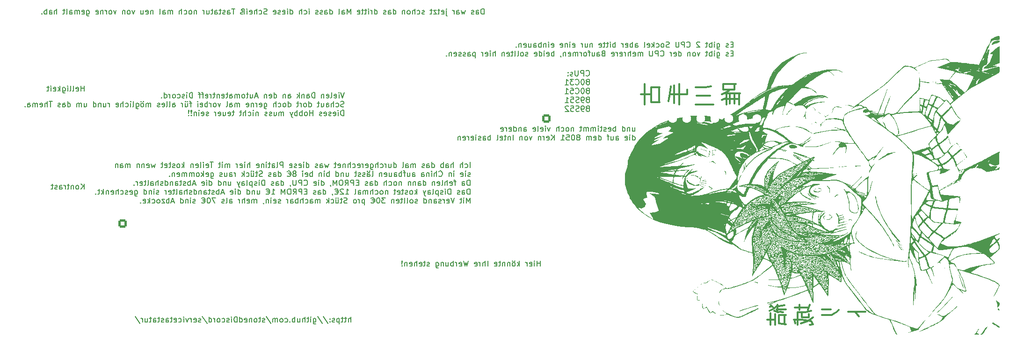
<source format=gbr>
%TF.GenerationSoftware,KiCad,Pcbnew,9.0.0*%
%TF.CreationDate,2025-03-31T18:37:57+02:00*%
%TF.ProjectId,servicetastatur,73657276-6963-4657-9461-737461747572,rev?*%
%TF.SameCoordinates,Original*%
%TF.FileFunction,Legend,Bot*%
%TF.FilePolarity,Positive*%
%FSLAX46Y46*%
G04 Gerber Fmt 4.6, Leading zero omitted, Abs format (unit mm)*
G04 Created by KiCad (PCBNEW 9.0.0) date 2025-03-31 18:37:57*
%MOMM*%
%LPD*%
G01*
G04 APERTURE LIST*
G04 Aperture macros list*
%AMRoundRect*
0 Rectangle with rounded corners*
0 $1 Rounding radius*
0 $2 $3 $4 $5 $6 $7 $8 $9 X,Y pos of 4 corners*
0 Add a 4 corners polygon primitive as box body*
4,1,4,$2,$3,$4,$5,$6,$7,$8,$9,$2,$3,0*
0 Add four circle primitives for the rounded corners*
1,1,$1+$1,$2,$3*
1,1,$1+$1,$4,$5*
1,1,$1+$1,$6,$7*
1,1,$1+$1,$8,$9*
0 Add four rect primitives between the rounded corners*
20,1,$1+$1,$2,$3,$4,$5,0*
20,1,$1+$1,$4,$5,$6,$7,0*
20,1,$1+$1,$6,$7,$8,$9,0*
20,1,$1+$1,$8,$9,$2,$3,0*%
G04 Aperture macros list end*
%ADD10C,0.150000*%
%ADD11C,0.300000*%
%ADD12C,0.000000*%
%ADD13C,2.000000*%
%ADD14C,1.500000*%
%ADD15RoundRect,0.250000X0.550000X-0.550000X0.550000X0.550000X-0.550000X0.550000X-0.550000X-0.550000X0*%
%ADD16C,1.600000*%
%ADD17O,1.524000X3.250000*%
%ADD18C,4.000000*%
%ADD19C,2.340000*%
%ADD20R,1.422400X1.422400*%
%ADD21C,1.422400*%
%ADD22C,7.400000*%
%ADD23C,1.800000*%
%ADD24C,5.500000*%
G04 APERTURE END LIST*
D10*
X31413220Y-51939819D02*
X31413220Y-50939819D01*
X30841792Y-51939819D02*
X31270363Y-51368390D01*
X30841792Y-50939819D02*
X31413220Y-51511247D01*
X30270363Y-51939819D02*
X30365601Y-51892200D01*
X30365601Y-51892200D02*
X30413220Y-51844580D01*
X30413220Y-51844580D02*
X30460839Y-51749342D01*
X30460839Y-51749342D02*
X30460839Y-51463628D01*
X30460839Y-51463628D02*
X30413220Y-51368390D01*
X30413220Y-51368390D02*
X30365601Y-51320771D01*
X30365601Y-51320771D02*
X30270363Y-51273152D01*
X30270363Y-51273152D02*
X30127506Y-51273152D01*
X30127506Y-51273152D02*
X30032268Y-51320771D01*
X30032268Y-51320771D02*
X29984649Y-51368390D01*
X29984649Y-51368390D02*
X29937030Y-51463628D01*
X29937030Y-51463628D02*
X29937030Y-51749342D01*
X29937030Y-51749342D02*
X29984649Y-51844580D01*
X29984649Y-51844580D02*
X30032268Y-51892200D01*
X30032268Y-51892200D02*
X30127506Y-51939819D01*
X30127506Y-51939819D02*
X30270363Y-51939819D01*
X29508458Y-51273152D02*
X29508458Y-51939819D01*
X29508458Y-51368390D02*
X29460839Y-51320771D01*
X29460839Y-51320771D02*
X29365601Y-51273152D01*
X29365601Y-51273152D02*
X29222744Y-51273152D01*
X29222744Y-51273152D02*
X29127506Y-51320771D01*
X29127506Y-51320771D02*
X29079887Y-51416009D01*
X29079887Y-51416009D02*
X29079887Y-51939819D01*
X28746553Y-51273152D02*
X28365601Y-51273152D01*
X28603696Y-50939819D02*
X28603696Y-51796961D01*
X28603696Y-51796961D02*
X28556077Y-51892200D01*
X28556077Y-51892200D02*
X28460839Y-51939819D01*
X28460839Y-51939819D02*
X28365601Y-51939819D01*
X28032267Y-51939819D02*
X28032267Y-51273152D01*
X28032267Y-51463628D02*
X27984648Y-51368390D01*
X27984648Y-51368390D02*
X27937029Y-51320771D01*
X27937029Y-51320771D02*
X27841791Y-51273152D01*
X27841791Y-51273152D02*
X27746553Y-51273152D01*
X26984648Y-51939819D02*
X26984648Y-51416009D01*
X26984648Y-51416009D02*
X27032267Y-51320771D01*
X27032267Y-51320771D02*
X27127505Y-51273152D01*
X27127505Y-51273152D02*
X27317981Y-51273152D01*
X27317981Y-51273152D02*
X27413219Y-51320771D01*
X26984648Y-51892200D02*
X27079886Y-51939819D01*
X27079886Y-51939819D02*
X27317981Y-51939819D01*
X27317981Y-51939819D02*
X27413219Y-51892200D01*
X27413219Y-51892200D02*
X27460838Y-51796961D01*
X27460838Y-51796961D02*
X27460838Y-51701723D01*
X27460838Y-51701723D02*
X27413219Y-51606485D01*
X27413219Y-51606485D02*
X27317981Y-51558866D01*
X27317981Y-51558866D02*
X27079886Y-51558866D01*
X27079886Y-51558866D02*
X26984648Y-51511247D01*
X26556076Y-51892200D02*
X26460838Y-51939819D01*
X26460838Y-51939819D02*
X26270362Y-51939819D01*
X26270362Y-51939819D02*
X26175124Y-51892200D01*
X26175124Y-51892200D02*
X26127505Y-51796961D01*
X26127505Y-51796961D02*
X26127505Y-51749342D01*
X26127505Y-51749342D02*
X26175124Y-51654104D01*
X26175124Y-51654104D02*
X26270362Y-51606485D01*
X26270362Y-51606485D02*
X26413219Y-51606485D01*
X26413219Y-51606485D02*
X26508457Y-51558866D01*
X26508457Y-51558866D02*
X26556076Y-51463628D01*
X26556076Y-51463628D02*
X26556076Y-51416009D01*
X26556076Y-51416009D02*
X26508457Y-51320771D01*
X26508457Y-51320771D02*
X26413219Y-51273152D01*
X26413219Y-51273152D02*
X26270362Y-51273152D01*
X26270362Y-51273152D02*
X26175124Y-51320771D01*
X25841790Y-51273152D02*
X25460838Y-51273152D01*
X25698933Y-50939819D02*
X25698933Y-51796961D01*
X25698933Y-51796961D02*
X25651314Y-51892200D01*
X25651314Y-51892200D02*
X25556076Y-51939819D01*
X25556076Y-51939819D02*
X25460838Y-51939819D01*
X122281792Y-31290804D02*
X122329411Y-31338424D01*
X122329411Y-31338424D02*
X122472268Y-31386043D01*
X122472268Y-31386043D02*
X122567506Y-31386043D01*
X122567506Y-31386043D02*
X122710363Y-31338424D01*
X122710363Y-31338424D02*
X122805601Y-31243185D01*
X122805601Y-31243185D02*
X122853220Y-31147947D01*
X122853220Y-31147947D02*
X122900839Y-30957471D01*
X122900839Y-30957471D02*
X122900839Y-30814614D01*
X122900839Y-30814614D02*
X122853220Y-30624138D01*
X122853220Y-30624138D02*
X122805601Y-30528900D01*
X122805601Y-30528900D02*
X122710363Y-30433662D01*
X122710363Y-30433662D02*
X122567506Y-30386043D01*
X122567506Y-30386043D02*
X122472268Y-30386043D01*
X122472268Y-30386043D02*
X122329411Y-30433662D01*
X122329411Y-30433662D02*
X122281792Y-30481281D01*
X121853220Y-31386043D02*
X121853220Y-30386043D01*
X121853220Y-30386043D02*
X121472268Y-30386043D01*
X121472268Y-30386043D02*
X121377030Y-30433662D01*
X121377030Y-30433662D02*
X121329411Y-30481281D01*
X121329411Y-30481281D02*
X121281792Y-30576519D01*
X121281792Y-30576519D02*
X121281792Y-30719376D01*
X121281792Y-30719376D02*
X121329411Y-30814614D01*
X121329411Y-30814614D02*
X121377030Y-30862233D01*
X121377030Y-30862233D02*
X121472268Y-30909852D01*
X121472268Y-30909852D02*
X121853220Y-30909852D01*
X120853220Y-30386043D02*
X120853220Y-31195566D01*
X120853220Y-31195566D02*
X120805601Y-31290804D01*
X120805601Y-31290804D02*
X120757982Y-31338424D01*
X120757982Y-31338424D02*
X120662744Y-31386043D01*
X120662744Y-31386043D02*
X120472268Y-31386043D01*
X120472268Y-31386043D02*
X120377030Y-31338424D01*
X120377030Y-31338424D02*
X120329411Y-31290804D01*
X120329411Y-31290804D02*
X120281792Y-31195566D01*
X120281792Y-31195566D02*
X120281792Y-30386043D01*
X119853220Y-31338424D02*
X119757982Y-31386043D01*
X119757982Y-31386043D02*
X119567506Y-31386043D01*
X119567506Y-31386043D02*
X119472268Y-31338424D01*
X119472268Y-31338424D02*
X119424649Y-31243185D01*
X119424649Y-31243185D02*
X119424649Y-31195566D01*
X119424649Y-31195566D02*
X119472268Y-31100328D01*
X119472268Y-31100328D02*
X119567506Y-31052709D01*
X119567506Y-31052709D02*
X119710363Y-31052709D01*
X119710363Y-31052709D02*
X119805601Y-31005090D01*
X119805601Y-31005090D02*
X119853220Y-30909852D01*
X119853220Y-30909852D02*
X119853220Y-30862233D01*
X119853220Y-30862233D02*
X119805601Y-30766995D01*
X119805601Y-30766995D02*
X119710363Y-30719376D01*
X119710363Y-30719376D02*
X119567506Y-30719376D01*
X119567506Y-30719376D02*
X119472268Y-30766995D01*
X118996077Y-31290804D02*
X118948458Y-31338424D01*
X118948458Y-31338424D02*
X118996077Y-31386043D01*
X118996077Y-31386043D02*
X119043696Y-31338424D01*
X119043696Y-31338424D02*
X118996077Y-31290804D01*
X118996077Y-31290804D02*
X118996077Y-31386043D01*
X118996077Y-30766995D02*
X118948458Y-30814614D01*
X118948458Y-30814614D02*
X118996077Y-30862233D01*
X118996077Y-30862233D02*
X119043696Y-30814614D01*
X119043696Y-30814614D02*
X118996077Y-30766995D01*
X118996077Y-30766995D02*
X118996077Y-30862233D01*
X122710363Y-32424558D02*
X122805601Y-32376939D01*
X122805601Y-32376939D02*
X122853220Y-32329320D01*
X122853220Y-32329320D02*
X122900839Y-32234082D01*
X122900839Y-32234082D02*
X122900839Y-32186463D01*
X122900839Y-32186463D02*
X122853220Y-32091225D01*
X122853220Y-32091225D02*
X122805601Y-32043606D01*
X122805601Y-32043606D02*
X122710363Y-31995987D01*
X122710363Y-31995987D02*
X122519887Y-31995987D01*
X122519887Y-31995987D02*
X122424649Y-32043606D01*
X122424649Y-32043606D02*
X122377030Y-32091225D01*
X122377030Y-32091225D02*
X122329411Y-32186463D01*
X122329411Y-32186463D02*
X122329411Y-32234082D01*
X122329411Y-32234082D02*
X122377030Y-32329320D01*
X122377030Y-32329320D02*
X122424649Y-32376939D01*
X122424649Y-32376939D02*
X122519887Y-32424558D01*
X122519887Y-32424558D02*
X122710363Y-32424558D01*
X122710363Y-32424558D02*
X122805601Y-32472177D01*
X122805601Y-32472177D02*
X122853220Y-32519796D01*
X122853220Y-32519796D02*
X122900839Y-32615034D01*
X122900839Y-32615034D02*
X122900839Y-32805510D01*
X122900839Y-32805510D02*
X122853220Y-32900748D01*
X122853220Y-32900748D02*
X122805601Y-32948368D01*
X122805601Y-32948368D02*
X122710363Y-32995987D01*
X122710363Y-32995987D02*
X122519887Y-32995987D01*
X122519887Y-32995987D02*
X122424649Y-32948368D01*
X122424649Y-32948368D02*
X122377030Y-32900748D01*
X122377030Y-32900748D02*
X122329411Y-32805510D01*
X122329411Y-32805510D02*
X122329411Y-32615034D01*
X122329411Y-32615034D02*
X122377030Y-32519796D01*
X122377030Y-32519796D02*
X122424649Y-32472177D01*
X122424649Y-32472177D02*
X122519887Y-32424558D01*
X121710363Y-31995987D02*
X121615125Y-31995987D01*
X121615125Y-31995987D02*
X121519887Y-32043606D01*
X121519887Y-32043606D02*
X121472268Y-32091225D01*
X121472268Y-32091225D02*
X121424649Y-32186463D01*
X121424649Y-32186463D02*
X121377030Y-32376939D01*
X121377030Y-32376939D02*
X121377030Y-32615034D01*
X121377030Y-32615034D02*
X121424649Y-32805510D01*
X121424649Y-32805510D02*
X121472268Y-32900748D01*
X121472268Y-32900748D02*
X121519887Y-32948368D01*
X121519887Y-32948368D02*
X121615125Y-32995987D01*
X121615125Y-32995987D02*
X121710363Y-32995987D01*
X121710363Y-32995987D02*
X121805601Y-32948368D01*
X121805601Y-32948368D02*
X121853220Y-32900748D01*
X121853220Y-32900748D02*
X121900839Y-32805510D01*
X121900839Y-32805510D02*
X121948458Y-32615034D01*
X121948458Y-32615034D02*
X121948458Y-32376939D01*
X121948458Y-32376939D02*
X121900839Y-32186463D01*
X121900839Y-32186463D02*
X121853220Y-32091225D01*
X121853220Y-32091225D02*
X121805601Y-32043606D01*
X121805601Y-32043606D02*
X121710363Y-31995987D01*
X120377030Y-32900748D02*
X120424649Y-32948368D01*
X120424649Y-32948368D02*
X120567506Y-32995987D01*
X120567506Y-32995987D02*
X120662744Y-32995987D01*
X120662744Y-32995987D02*
X120805601Y-32948368D01*
X120805601Y-32948368D02*
X120900839Y-32853129D01*
X120900839Y-32853129D02*
X120948458Y-32757891D01*
X120948458Y-32757891D02*
X120996077Y-32567415D01*
X120996077Y-32567415D02*
X120996077Y-32424558D01*
X120996077Y-32424558D02*
X120948458Y-32234082D01*
X120948458Y-32234082D02*
X120900839Y-32138844D01*
X120900839Y-32138844D02*
X120805601Y-32043606D01*
X120805601Y-32043606D02*
X120662744Y-31995987D01*
X120662744Y-31995987D02*
X120567506Y-31995987D01*
X120567506Y-31995987D02*
X120424649Y-32043606D01*
X120424649Y-32043606D02*
X120377030Y-32091225D01*
X120043696Y-31995987D02*
X119424649Y-31995987D01*
X119424649Y-31995987D02*
X119757982Y-32376939D01*
X119757982Y-32376939D02*
X119615125Y-32376939D01*
X119615125Y-32376939D02*
X119519887Y-32424558D01*
X119519887Y-32424558D02*
X119472268Y-32472177D01*
X119472268Y-32472177D02*
X119424649Y-32567415D01*
X119424649Y-32567415D02*
X119424649Y-32805510D01*
X119424649Y-32805510D02*
X119472268Y-32900748D01*
X119472268Y-32900748D02*
X119519887Y-32948368D01*
X119519887Y-32948368D02*
X119615125Y-32995987D01*
X119615125Y-32995987D02*
X119900839Y-32995987D01*
X119900839Y-32995987D02*
X119996077Y-32948368D01*
X119996077Y-32948368D02*
X120043696Y-32900748D01*
X118472268Y-32995987D02*
X119043696Y-32995987D01*
X118757982Y-32995987D02*
X118757982Y-31995987D01*
X118757982Y-31995987D02*
X118853220Y-32138844D01*
X118853220Y-32138844D02*
X118948458Y-32234082D01*
X118948458Y-32234082D02*
X119043696Y-32281701D01*
X122710363Y-34034502D02*
X122805601Y-33986883D01*
X122805601Y-33986883D02*
X122853220Y-33939264D01*
X122853220Y-33939264D02*
X122900839Y-33844026D01*
X122900839Y-33844026D02*
X122900839Y-33796407D01*
X122900839Y-33796407D02*
X122853220Y-33701169D01*
X122853220Y-33701169D02*
X122805601Y-33653550D01*
X122805601Y-33653550D02*
X122710363Y-33605931D01*
X122710363Y-33605931D02*
X122519887Y-33605931D01*
X122519887Y-33605931D02*
X122424649Y-33653550D01*
X122424649Y-33653550D02*
X122377030Y-33701169D01*
X122377030Y-33701169D02*
X122329411Y-33796407D01*
X122329411Y-33796407D02*
X122329411Y-33844026D01*
X122329411Y-33844026D02*
X122377030Y-33939264D01*
X122377030Y-33939264D02*
X122424649Y-33986883D01*
X122424649Y-33986883D02*
X122519887Y-34034502D01*
X122519887Y-34034502D02*
X122710363Y-34034502D01*
X122710363Y-34034502D02*
X122805601Y-34082121D01*
X122805601Y-34082121D02*
X122853220Y-34129740D01*
X122853220Y-34129740D02*
X122900839Y-34224978D01*
X122900839Y-34224978D02*
X122900839Y-34415454D01*
X122900839Y-34415454D02*
X122853220Y-34510692D01*
X122853220Y-34510692D02*
X122805601Y-34558312D01*
X122805601Y-34558312D02*
X122710363Y-34605931D01*
X122710363Y-34605931D02*
X122519887Y-34605931D01*
X122519887Y-34605931D02*
X122424649Y-34558312D01*
X122424649Y-34558312D02*
X122377030Y-34510692D01*
X122377030Y-34510692D02*
X122329411Y-34415454D01*
X122329411Y-34415454D02*
X122329411Y-34224978D01*
X122329411Y-34224978D02*
X122377030Y-34129740D01*
X122377030Y-34129740D02*
X122424649Y-34082121D01*
X122424649Y-34082121D02*
X122519887Y-34034502D01*
X121710363Y-33605931D02*
X121615125Y-33605931D01*
X121615125Y-33605931D02*
X121519887Y-33653550D01*
X121519887Y-33653550D02*
X121472268Y-33701169D01*
X121472268Y-33701169D02*
X121424649Y-33796407D01*
X121424649Y-33796407D02*
X121377030Y-33986883D01*
X121377030Y-33986883D02*
X121377030Y-34224978D01*
X121377030Y-34224978D02*
X121424649Y-34415454D01*
X121424649Y-34415454D02*
X121472268Y-34510692D01*
X121472268Y-34510692D02*
X121519887Y-34558312D01*
X121519887Y-34558312D02*
X121615125Y-34605931D01*
X121615125Y-34605931D02*
X121710363Y-34605931D01*
X121710363Y-34605931D02*
X121805601Y-34558312D01*
X121805601Y-34558312D02*
X121853220Y-34510692D01*
X121853220Y-34510692D02*
X121900839Y-34415454D01*
X121900839Y-34415454D02*
X121948458Y-34224978D01*
X121948458Y-34224978D02*
X121948458Y-33986883D01*
X121948458Y-33986883D02*
X121900839Y-33796407D01*
X121900839Y-33796407D02*
X121853220Y-33701169D01*
X121853220Y-33701169D02*
X121805601Y-33653550D01*
X121805601Y-33653550D02*
X121710363Y-33605931D01*
X120377030Y-34510692D02*
X120424649Y-34558312D01*
X120424649Y-34558312D02*
X120567506Y-34605931D01*
X120567506Y-34605931D02*
X120662744Y-34605931D01*
X120662744Y-34605931D02*
X120805601Y-34558312D01*
X120805601Y-34558312D02*
X120900839Y-34463073D01*
X120900839Y-34463073D02*
X120948458Y-34367835D01*
X120948458Y-34367835D02*
X120996077Y-34177359D01*
X120996077Y-34177359D02*
X120996077Y-34034502D01*
X120996077Y-34034502D02*
X120948458Y-33844026D01*
X120948458Y-33844026D02*
X120900839Y-33748788D01*
X120900839Y-33748788D02*
X120805601Y-33653550D01*
X120805601Y-33653550D02*
X120662744Y-33605931D01*
X120662744Y-33605931D02*
X120567506Y-33605931D01*
X120567506Y-33605931D02*
X120424649Y-33653550D01*
X120424649Y-33653550D02*
X120377030Y-33701169D01*
X119472268Y-33605931D02*
X119948458Y-33605931D01*
X119948458Y-33605931D02*
X119996077Y-34082121D01*
X119996077Y-34082121D02*
X119948458Y-34034502D01*
X119948458Y-34034502D02*
X119853220Y-33986883D01*
X119853220Y-33986883D02*
X119615125Y-33986883D01*
X119615125Y-33986883D02*
X119519887Y-34034502D01*
X119519887Y-34034502D02*
X119472268Y-34082121D01*
X119472268Y-34082121D02*
X119424649Y-34177359D01*
X119424649Y-34177359D02*
X119424649Y-34415454D01*
X119424649Y-34415454D02*
X119472268Y-34510692D01*
X119472268Y-34510692D02*
X119519887Y-34558312D01*
X119519887Y-34558312D02*
X119615125Y-34605931D01*
X119615125Y-34605931D02*
X119853220Y-34605931D01*
X119853220Y-34605931D02*
X119948458Y-34558312D01*
X119948458Y-34558312D02*
X119996077Y-34510692D01*
X118472268Y-34605931D02*
X119043696Y-34605931D01*
X118757982Y-34605931D02*
X118757982Y-33605931D01*
X118757982Y-33605931D02*
X118853220Y-33748788D01*
X118853220Y-33748788D02*
X118948458Y-33844026D01*
X118948458Y-33844026D02*
X119043696Y-33891645D01*
X122710363Y-35644446D02*
X122805601Y-35596827D01*
X122805601Y-35596827D02*
X122853220Y-35549208D01*
X122853220Y-35549208D02*
X122900839Y-35453970D01*
X122900839Y-35453970D02*
X122900839Y-35406351D01*
X122900839Y-35406351D02*
X122853220Y-35311113D01*
X122853220Y-35311113D02*
X122805601Y-35263494D01*
X122805601Y-35263494D02*
X122710363Y-35215875D01*
X122710363Y-35215875D02*
X122519887Y-35215875D01*
X122519887Y-35215875D02*
X122424649Y-35263494D01*
X122424649Y-35263494D02*
X122377030Y-35311113D01*
X122377030Y-35311113D02*
X122329411Y-35406351D01*
X122329411Y-35406351D02*
X122329411Y-35453970D01*
X122329411Y-35453970D02*
X122377030Y-35549208D01*
X122377030Y-35549208D02*
X122424649Y-35596827D01*
X122424649Y-35596827D02*
X122519887Y-35644446D01*
X122519887Y-35644446D02*
X122710363Y-35644446D01*
X122710363Y-35644446D02*
X122805601Y-35692065D01*
X122805601Y-35692065D02*
X122853220Y-35739684D01*
X122853220Y-35739684D02*
X122900839Y-35834922D01*
X122900839Y-35834922D02*
X122900839Y-36025398D01*
X122900839Y-36025398D02*
X122853220Y-36120636D01*
X122853220Y-36120636D02*
X122805601Y-36168256D01*
X122805601Y-36168256D02*
X122710363Y-36215875D01*
X122710363Y-36215875D02*
X122519887Y-36215875D01*
X122519887Y-36215875D02*
X122424649Y-36168256D01*
X122424649Y-36168256D02*
X122377030Y-36120636D01*
X122377030Y-36120636D02*
X122329411Y-36025398D01*
X122329411Y-36025398D02*
X122329411Y-35834922D01*
X122329411Y-35834922D02*
X122377030Y-35739684D01*
X122377030Y-35739684D02*
X122424649Y-35692065D01*
X122424649Y-35692065D02*
X122519887Y-35644446D01*
X121853220Y-36215875D02*
X121662744Y-36215875D01*
X121662744Y-36215875D02*
X121567506Y-36168256D01*
X121567506Y-36168256D02*
X121519887Y-36120636D01*
X121519887Y-36120636D02*
X121424649Y-35977779D01*
X121424649Y-35977779D02*
X121377030Y-35787303D01*
X121377030Y-35787303D02*
X121377030Y-35406351D01*
X121377030Y-35406351D02*
X121424649Y-35311113D01*
X121424649Y-35311113D02*
X121472268Y-35263494D01*
X121472268Y-35263494D02*
X121567506Y-35215875D01*
X121567506Y-35215875D02*
X121757982Y-35215875D01*
X121757982Y-35215875D02*
X121853220Y-35263494D01*
X121853220Y-35263494D02*
X121900839Y-35311113D01*
X121900839Y-35311113D02*
X121948458Y-35406351D01*
X121948458Y-35406351D02*
X121948458Y-35644446D01*
X121948458Y-35644446D02*
X121900839Y-35739684D01*
X121900839Y-35739684D02*
X121853220Y-35787303D01*
X121853220Y-35787303D02*
X121757982Y-35834922D01*
X121757982Y-35834922D02*
X121567506Y-35834922D01*
X121567506Y-35834922D02*
X121472268Y-35787303D01*
X121472268Y-35787303D02*
X121424649Y-35739684D01*
X121424649Y-35739684D02*
X121377030Y-35644446D01*
X120996077Y-36168256D02*
X120853220Y-36215875D01*
X120853220Y-36215875D02*
X120615125Y-36215875D01*
X120615125Y-36215875D02*
X120519887Y-36168256D01*
X120519887Y-36168256D02*
X120472268Y-36120636D01*
X120472268Y-36120636D02*
X120424649Y-36025398D01*
X120424649Y-36025398D02*
X120424649Y-35930160D01*
X120424649Y-35930160D02*
X120472268Y-35834922D01*
X120472268Y-35834922D02*
X120519887Y-35787303D01*
X120519887Y-35787303D02*
X120615125Y-35739684D01*
X120615125Y-35739684D02*
X120805601Y-35692065D01*
X120805601Y-35692065D02*
X120900839Y-35644446D01*
X120900839Y-35644446D02*
X120948458Y-35596827D01*
X120948458Y-35596827D02*
X120996077Y-35501589D01*
X120996077Y-35501589D02*
X120996077Y-35406351D01*
X120996077Y-35406351D02*
X120948458Y-35311113D01*
X120948458Y-35311113D02*
X120900839Y-35263494D01*
X120900839Y-35263494D02*
X120805601Y-35215875D01*
X120805601Y-35215875D02*
X120567506Y-35215875D01*
X120567506Y-35215875D02*
X120424649Y-35263494D01*
X119519887Y-35215875D02*
X119996077Y-35215875D01*
X119996077Y-35215875D02*
X120043696Y-35692065D01*
X120043696Y-35692065D02*
X119996077Y-35644446D01*
X119996077Y-35644446D02*
X119900839Y-35596827D01*
X119900839Y-35596827D02*
X119662744Y-35596827D01*
X119662744Y-35596827D02*
X119567506Y-35644446D01*
X119567506Y-35644446D02*
X119519887Y-35692065D01*
X119519887Y-35692065D02*
X119472268Y-35787303D01*
X119472268Y-35787303D02*
X119472268Y-36025398D01*
X119472268Y-36025398D02*
X119519887Y-36120636D01*
X119519887Y-36120636D02*
X119567506Y-36168256D01*
X119567506Y-36168256D02*
X119662744Y-36215875D01*
X119662744Y-36215875D02*
X119900839Y-36215875D01*
X119900839Y-36215875D02*
X119996077Y-36168256D01*
X119996077Y-36168256D02*
X120043696Y-36120636D01*
X118519887Y-36215875D02*
X119091315Y-36215875D01*
X118805601Y-36215875D02*
X118805601Y-35215875D01*
X118805601Y-35215875D02*
X118900839Y-35358732D01*
X118900839Y-35358732D02*
X118996077Y-35453970D01*
X118996077Y-35453970D02*
X119091315Y-35501589D01*
X122710363Y-37254390D02*
X122805601Y-37206771D01*
X122805601Y-37206771D02*
X122853220Y-37159152D01*
X122853220Y-37159152D02*
X122900839Y-37063914D01*
X122900839Y-37063914D02*
X122900839Y-37016295D01*
X122900839Y-37016295D02*
X122853220Y-36921057D01*
X122853220Y-36921057D02*
X122805601Y-36873438D01*
X122805601Y-36873438D02*
X122710363Y-36825819D01*
X122710363Y-36825819D02*
X122519887Y-36825819D01*
X122519887Y-36825819D02*
X122424649Y-36873438D01*
X122424649Y-36873438D02*
X122377030Y-36921057D01*
X122377030Y-36921057D02*
X122329411Y-37016295D01*
X122329411Y-37016295D02*
X122329411Y-37063914D01*
X122329411Y-37063914D02*
X122377030Y-37159152D01*
X122377030Y-37159152D02*
X122424649Y-37206771D01*
X122424649Y-37206771D02*
X122519887Y-37254390D01*
X122519887Y-37254390D02*
X122710363Y-37254390D01*
X122710363Y-37254390D02*
X122805601Y-37302009D01*
X122805601Y-37302009D02*
X122853220Y-37349628D01*
X122853220Y-37349628D02*
X122900839Y-37444866D01*
X122900839Y-37444866D02*
X122900839Y-37635342D01*
X122900839Y-37635342D02*
X122853220Y-37730580D01*
X122853220Y-37730580D02*
X122805601Y-37778200D01*
X122805601Y-37778200D02*
X122710363Y-37825819D01*
X122710363Y-37825819D02*
X122519887Y-37825819D01*
X122519887Y-37825819D02*
X122424649Y-37778200D01*
X122424649Y-37778200D02*
X122377030Y-37730580D01*
X122377030Y-37730580D02*
X122329411Y-37635342D01*
X122329411Y-37635342D02*
X122329411Y-37444866D01*
X122329411Y-37444866D02*
X122377030Y-37349628D01*
X122377030Y-37349628D02*
X122424649Y-37302009D01*
X122424649Y-37302009D02*
X122519887Y-37254390D01*
X121853220Y-37825819D02*
X121662744Y-37825819D01*
X121662744Y-37825819D02*
X121567506Y-37778200D01*
X121567506Y-37778200D02*
X121519887Y-37730580D01*
X121519887Y-37730580D02*
X121424649Y-37587723D01*
X121424649Y-37587723D02*
X121377030Y-37397247D01*
X121377030Y-37397247D02*
X121377030Y-37016295D01*
X121377030Y-37016295D02*
X121424649Y-36921057D01*
X121424649Y-36921057D02*
X121472268Y-36873438D01*
X121472268Y-36873438D02*
X121567506Y-36825819D01*
X121567506Y-36825819D02*
X121757982Y-36825819D01*
X121757982Y-36825819D02*
X121853220Y-36873438D01*
X121853220Y-36873438D02*
X121900839Y-36921057D01*
X121900839Y-36921057D02*
X121948458Y-37016295D01*
X121948458Y-37016295D02*
X121948458Y-37254390D01*
X121948458Y-37254390D02*
X121900839Y-37349628D01*
X121900839Y-37349628D02*
X121853220Y-37397247D01*
X121853220Y-37397247D02*
X121757982Y-37444866D01*
X121757982Y-37444866D02*
X121567506Y-37444866D01*
X121567506Y-37444866D02*
X121472268Y-37397247D01*
X121472268Y-37397247D02*
X121424649Y-37349628D01*
X121424649Y-37349628D02*
X121377030Y-37254390D01*
X120996077Y-37778200D02*
X120853220Y-37825819D01*
X120853220Y-37825819D02*
X120615125Y-37825819D01*
X120615125Y-37825819D02*
X120519887Y-37778200D01*
X120519887Y-37778200D02*
X120472268Y-37730580D01*
X120472268Y-37730580D02*
X120424649Y-37635342D01*
X120424649Y-37635342D02*
X120424649Y-37540104D01*
X120424649Y-37540104D02*
X120472268Y-37444866D01*
X120472268Y-37444866D02*
X120519887Y-37397247D01*
X120519887Y-37397247D02*
X120615125Y-37349628D01*
X120615125Y-37349628D02*
X120805601Y-37302009D01*
X120805601Y-37302009D02*
X120900839Y-37254390D01*
X120900839Y-37254390D02*
X120948458Y-37206771D01*
X120948458Y-37206771D02*
X120996077Y-37111533D01*
X120996077Y-37111533D02*
X120996077Y-37016295D01*
X120996077Y-37016295D02*
X120948458Y-36921057D01*
X120948458Y-36921057D02*
X120900839Y-36873438D01*
X120900839Y-36873438D02*
X120805601Y-36825819D01*
X120805601Y-36825819D02*
X120567506Y-36825819D01*
X120567506Y-36825819D02*
X120424649Y-36873438D01*
X119519887Y-36825819D02*
X119996077Y-36825819D01*
X119996077Y-36825819D02*
X120043696Y-37302009D01*
X120043696Y-37302009D02*
X119996077Y-37254390D01*
X119996077Y-37254390D02*
X119900839Y-37206771D01*
X119900839Y-37206771D02*
X119662744Y-37206771D01*
X119662744Y-37206771D02*
X119567506Y-37254390D01*
X119567506Y-37254390D02*
X119519887Y-37302009D01*
X119519887Y-37302009D02*
X119472268Y-37397247D01*
X119472268Y-37397247D02*
X119472268Y-37635342D01*
X119472268Y-37635342D02*
X119519887Y-37730580D01*
X119519887Y-37730580D02*
X119567506Y-37778200D01*
X119567506Y-37778200D02*
X119662744Y-37825819D01*
X119662744Y-37825819D02*
X119900839Y-37825819D01*
X119900839Y-37825819D02*
X119996077Y-37778200D01*
X119996077Y-37778200D02*
X120043696Y-37730580D01*
X119091315Y-36921057D02*
X119043696Y-36873438D01*
X119043696Y-36873438D02*
X118948458Y-36825819D01*
X118948458Y-36825819D02*
X118710363Y-36825819D01*
X118710363Y-36825819D02*
X118615125Y-36873438D01*
X118615125Y-36873438D02*
X118567506Y-36921057D01*
X118567506Y-36921057D02*
X118519887Y-37016295D01*
X118519887Y-37016295D02*
X118519887Y-37111533D01*
X118519887Y-37111533D02*
X118567506Y-37254390D01*
X118567506Y-37254390D02*
X119138934Y-37825819D01*
X119138934Y-37825819D02*
X118519887Y-37825819D01*
D11*
X132908475Y-32868082D02*
X132908475Y-36582368D01*
X135479904Y-33439510D02*
X135479904Y-36153796D01*
X134051332Y-33439510D02*
X135622761Y-33439510D01*
X132194189Y-34725225D02*
X134051332Y-34725225D01*
X134051332Y-33439510D02*
X134051332Y-36153796D01*
X134051332Y-36153796D02*
X135622761Y-36153796D01*
X139166878Y-32868082D02*
X139166878Y-36582368D01*
X138166878Y-33153796D02*
X138166878Y-36296653D01*
X137452593Y-34725225D02*
X140595450Y-34725225D01*
X140595450Y-34725225D02*
X140595450Y-33868082D01*
X137166878Y-36010939D02*
X137452593Y-34582368D01*
X137452593Y-34582368D02*
X137595450Y-33296653D01*
X142282425Y-35010939D02*
X144710996Y-35010939D01*
X142139568Y-36582368D02*
X145282425Y-36582368D01*
X142139568Y-33439510D02*
X143853853Y-33439510D01*
X143853853Y-33439510D02*
X144853853Y-33296653D01*
X149112257Y-32868082D02*
X149112257Y-33868082D01*
X147112257Y-32868082D02*
X149397971Y-32868082D01*
X147683685Y-34439510D02*
X147683685Y-36582368D01*
X149969400Y-34582368D02*
X149969400Y-36582368D01*
X149112257Y-34582368D02*
X149112257Y-36439510D01*
X148255114Y-34582368D02*
X148255114Y-36439510D01*
X147397971Y-34582368D02*
X150112257Y-34582368D01*
X146826542Y-34725225D02*
X148112257Y-34153796D01*
X147397971Y-35582368D02*
X149826542Y-35582368D01*
X146826542Y-35725225D02*
X147683685Y-35439510D01*
X147112257Y-32868082D02*
X147112257Y-33868082D01*
X147112257Y-33868082D02*
X149112257Y-33868082D01*
D10*
X130679649Y-40773208D02*
X130679649Y-41439875D01*
X131108220Y-40773208D02*
X131108220Y-41297017D01*
X131108220Y-41297017D02*
X131060601Y-41392256D01*
X131060601Y-41392256D02*
X130965363Y-41439875D01*
X130965363Y-41439875D02*
X130822506Y-41439875D01*
X130822506Y-41439875D02*
X130727268Y-41392256D01*
X130727268Y-41392256D02*
X130679649Y-41344636D01*
X130203458Y-40773208D02*
X130203458Y-41439875D01*
X130203458Y-40868446D02*
X130155839Y-40820827D01*
X130155839Y-40820827D02*
X130060601Y-40773208D01*
X130060601Y-40773208D02*
X129917744Y-40773208D01*
X129917744Y-40773208D02*
X129822506Y-40820827D01*
X129822506Y-40820827D02*
X129774887Y-40916065D01*
X129774887Y-40916065D02*
X129774887Y-41439875D01*
X128870125Y-41439875D02*
X128870125Y-40439875D01*
X128870125Y-41392256D02*
X128965363Y-41439875D01*
X128965363Y-41439875D02*
X129155839Y-41439875D01*
X129155839Y-41439875D02*
X129251077Y-41392256D01*
X129251077Y-41392256D02*
X129298696Y-41344636D01*
X129298696Y-41344636D02*
X129346315Y-41249398D01*
X129346315Y-41249398D02*
X129346315Y-40963684D01*
X129346315Y-40963684D02*
X129298696Y-40868446D01*
X129298696Y-40868446D02*
X129251077Y-40820827D01*
X129251077Y-40820827D02*
X129155839Y-40773208D01*
X129155839Y-40773208D02*
X128965363Y-40773208D01*
X128965363Y-40773208D02*
X128870125Y-40820827D01*
X127632029Y-41439875D02*
X127632029Y-40439875D01*
X127632029Y-40820827D02*
X127536791Y-40773208D01*
X127536791Y-40773208D02*
X127346315Y-40773208D01*
X127346315Y-40773208D02*
X127251077Y-40820827D01*
X127251077Y-40820827D02*
X127203458Y-40868446D01*
X127203458Y-40868446D02*
X127155839Y-40963684D01*
X127155839Y-40963684D02*
X127155839Y-41249398D01*
X127155839Y-41249398D02*
X127203458Y-41344636D01*
X127203458Y-41344636D02*
X127251077Y-41392256D01*
X127251077Y-41392256D02*
X127346315Y-41439875D01*
X127346315Y-41439875D02*
X127536791Y-41439875D01*
X127536791Y-41439875D02*
X127632029Y-41392256D01*
X126346315Y-41392256D02*
X126441553Y-41439875D01*
X126441553Y-41439875D02*
X126632029Y-41439875D01*
X126632029Y-41439875D02*
X126727267Y-41392256D01*
X126727267Y-41392256D02*
X126774886Y-41297017D01*
X126774886Y-41297017D02*
X126774886Y-40916065D01*
X126774886Y-40916065D02*
X126727267Y-40820827D01*
X126727267Y-40820827D02*
X126632029Y-40773208D01*
X126632029Y-40773208D02*
X126441553Y-40773208D01*
X126441553Y-40773208D02*
X126346315Y-40820827D01*
X126346315Y-40820827D02*
X126298696Y-40916065D01*
X126298696Y-40916065D02*
X126298696Y-41011303D01*
X126298696Y-41011303D02*
X126774886Y-41106541D01*
X125917743Y-41392256D02*
X125822505Y-41439875D01*
X125822505Y-41439875D02*
X125632029Y-41439875D01*
X125632029Y-41439875D02*
X125536791Y-41392256D01*
X125536791Y-41392256D02*
X125489172Y-41297017D01*
X125489172Y-41297017D02*
X125489172Y-41249398D01*
X125489172Y-41249398D02*
X125536791Y-41154160D01*
X125536791Y-41154160D02*
X125632029Y-41106541D01*
X125632029Y-41106541D02*
X125774886Y-41106541D01*
X125774886Y-41106541D02*
X125870124Y-41058922D01*
X125870124Y-41058922D02*
X125917743Y-40963684D01*
X125917743Y-40963684D02*
X125917743Y-40916065D01*
X125917743Y-40916065D02*
X125870124Y-40820827D01*
X125870124Y-40820827D02*
X125774886Y-40773208D01*
X125774886Y-40773208D02*
X125632029Y-40773208D01*
X125632029Y-40773208D02*
X125536791Y-40820827D01*
X125203457Y-40773208D02*
X124822505Y-40773208D01*
X125060600Y-40439875D02*
X125060600Y-41297017D01*
X125060600Y-41297017D02*
X125012981Y-41392256D01*
X125012981Y-41392256D02*
X124917743Y-41439875D01*
X124917743Y-41439875D02*
X124822505Y-41439875D01*
X124489171Y-41439875D02*
X124489171Y-40773208D01*
X124489171Y-40439875D02*
X124536790Y-40487494D01*
X124536790Y-40487494D02*
X124489171Y-40535113D01*
X124489171Y-40535113D02*
X124441552Y-40487494D01*
X124441552Y-40487494D02*
X124489171Y-40439875D01*
X124489171Y-40439875D02*
X124489171Y-40535113D01*
X124012981Y-41439875D02*
X124012981Y-40773208D01*
X124012981Y-40868446D02*
X123965362Y-40820827D01*
X123965362Y-40820827D02*
X123870124Y-40773208D01*
X123870124Y-40773208D02*
X123727267Y-40773208D01*
X123727267Y-40773208D02*
X123632029Y-40820827D01*
X123632029Y-40820827D02*
X123584410Y-40916065D01*
X123584410Y-40916065D02*
X123584410Y-41439875D01*
X123584410Y-40916065D02*
X123536791Y-40820827D01*
X123536791Y-40820827D02*
X123441553Y-40773208D01*
X123441553Y-40773208D02*
X123298696Y-40773208D01*
X123298696Y-40773208D02*
X123203457Y-40820827D01*
X123203457Y-40820827D02*
X123155838Y-40916065D01*
X123155838Y-40916065D02*
X123155838Y-41439875D01*
X122679648Y-41439875D02*
X122679648Y-40773208D01*
X122679648Y-40868446D02*
X122632029Y-40820827D01*
X122632029Y-40820827D02*
X122536791Y-40773208D01*
X122536791Y-40773208D02*
X122393934Y-40773208D01*
X122393934Y-40773208D02*
X122298696Y-40820827D01*
X122298696Y-40820827D02*
X122251077Y-40916065D01*
X122251077Y-40916065D02*
X122251077Y-41439875D01*
X122251077Y-40916065D02*
X122203458Y-40820827D01*
X122203458Y-40820827D02*
X122108220Y-40773208D01*
X122108220Y-40773208D02*
X121965363Y-40773208D01*
X121965363Y-40773208D02*
X121870124Y-40820827D01*
X121870124Y-40820827D02*
X121822505Y-40916065D01*
X121822505Y-40916065D02*
X121822505Y-41439875D01*
X121489172Y-40773208D02*
X121108220Y-40773208D01*
X121346315Y-40439875D02*
X121346315Y-41297017D01*
X121346315Y-41297017D02*
X121298696Y-41392256D01*
X121298696Y-41392256D02*
X121203458Y-41439875D01*
X121203458Y-41439875D02*
X121108220Y-41439875D01*
X120012981Y-40773208D02*
X120012981Y-41439875D01*
X120012981Y-40868446D02*
X119965362Y-40820827D01*
X119965362Y-40820827D02*
X119870124Y-40773208D01*
X119870124Y-40773208D02*
X119727267Y-40773208D01*
X119727267Y-40773208D02*
X119632029Y-40820827D01*
X119632029Y-40820827D02*
X119584410Y-40916065D01*
X119584410Y-40916065D02*
X119584410Y-41439875D01*
X118965362Y-41439875D02*
X119060600Y-41392256D01*
X119060600Y-41392256D02*
X119108219Y-41344636D01*
X119108219Y-41344636D02*
X119155838Y-41249398D01*
X119155838Y-41249398D02*
X119155838Y-40963684D01*
X119155838Y-40963684D02*
X119108219Y-40868446D01*
X119108219Y-40868446D02*
X119060600Y-40820827D01*
X119060600Y-40820827D02*
X118965362Y-40773208D01*
X118965362Y-40773208D02*
X118822505Y-40773208D01*
X118822505Y-40773208D02*
X118727267Y-40820827D01*
X118727267Y-40820827D02*
X118679648Y-40868446D01*
X118679648Y-40868446D02*
X118632029Y-40963684D01*
X118632029Y-40963684D02*
X118632029Y-41249398D01*
X118632029Y-41249398D02*
X118679648Y-41344636D01*
X118679648Y-41344636D02*
X118727267Y-41392256D01*
X118727267Y-41392256D02*
X118822505Y-41439875D01*
X118822505Y-41439875D02*
X118965362Y-41439875D01*
X117774886Y-41392256D02*
X117870124Y-41439875D01*
X117870124Y-41439875D02*
X118060600Y-41439875D01*
X118060600Y-41439875D02*
X118155838Y-41392256D01*
X118155838Y-41392256D02*
X118203457Y-41344636D01*
X118203457Y-41344636D02*
X118251076Y-41249398D01*
X118251076Y-41249398D02*
X118251076Y-40963684D01*
X118251076Y-40963684D02*
X118203457Y-40868446D01*
X118203457Y-40868446D02*
X118155838Y-40820827D01*
X118155838Y-40820827D02*
X118060600Y-40773208D01*
X118060600Y-40773208D02*
X117870124Y-40773208D01*
X117870124Y-40773208D02*
X117774886Y-40820827D01*
X117346314Y-41439875D02*
X117346314Y-40439875D01*
X116917743Y-41439875D02*
X116917743Y-40916065D01*
X116917743Y-40916065D02*
X116965362Y-40820827D01*
X116965362Y-40820827D02*
X117060600Y-40773208D01*
X117060600Y-40773208D02*
X117203457Y-40773208D01*
X117203457Y-40773208D02*
X117298695Y-40820827D01*
X117298695Y-40820827D02*
X117346314Y-40868446D01*
X115774885Y-40773208D02*
X115536790Y-41439875D01*
X115536790Y-41439875D02*
X115298695Y-40773208D01*
X114917742Y-41439875D02*
X114917742Y-40773208D01*
X114917742Y-40439875D02*
X114965361Y-40487494D01*
X114965361Y-40487494D02*
X114917742Y-40535113D01*
X114917742Y-40535113D02*
X114870123Y-40487494D01*
X114870123Y-40487494D02*
X114917742Y-40439875D01*
X114917742Y-40439875D02*
X114917742Y-40535113D01*
X114060600Y-41392256D02*
X114155838Y-41439875D01*
X114155838Y-41439875D02*
X114346314Y-41439875D01*
X114346314Y-41439875D02*
X114441552Y-41392256D01*
X114441552Y-41392256D02*
X114489171Y-41297017D01*
X114489171Y-41297017D02*
X114489171Y-40916065D01*
X114489171Y-40916065D02*
X114441552Y-40820827D01*
X114441552Y-40820827D02*
X114346314Y-40773208D01*
X114346314Y-40773208D02*
X114155838Y-40773208D01*
X114155838Y-40773208D02*
X114060600Y-40820827D01*
X114060600Y-40820827D02*
X114012981Y-40916065D01*
X114012981Y-40916065D02*
X114012981Y-41011303D01*
X114012981Y-41011303D02*
X114489171Y-41106541D01*
X113441552Y-41439875D02*
X113536790Y-41392256D01*
X113536790Y-41392256D02*
X113584409Y-41297017D01*
X113584409Y-41297017D02*
X113584409Y-40439875D01*
X112679647Y-41392256D02*
X112774885Y-41439875D01*
X112774885Y-41439875D02*
X112965361Y-41439875D01*
X112965361Y-41439875D02*
X113060599Y-41392256D01*
X113060599Y-41392256D02*
X113108218Y-41297017D01*
X113108218Y-41297017D02*
X113108218Y-40916065D01*
X113108218Y-40916065D02*
X113060599Y-40820827D01*
X113060599Y-40820827D02*
X112965361Y-40773208D01*
X112965361Y-40773208D02*
X112774885Y-40773208D01*
X112774885Y-40773208D02*
X112679647Y-40820827D01*
X112679647Y-40820827D02*
X112632028Y-40916065D01*
X112632028Y-40916065D02*
X112632028Y-41011303D01*
X112632028Y-41011303D02*
X113108218Y-41106541D01*
X111012980Y-41439875D02*
X111012980Y-40916065D01*
X111012980Y-40916065D02*
X111060599Y-40820827D01*
X111060599Y-40820827D02*
X111155837Y-40773208D01*
X111155837Y-40773208D02*
X111346313Y-40773208D01*
X111346313Y-40773208D02*
X111441551Y-40820827D01*
X111012980Y-41392256D02*
X111108218Y-41439875D01*
X111108218Y-41439875D02*
X111346313Y-41439875D01*
X111346313Y-41439875D02*
X111441551Y-41392256D01*
X111441551Y-41392256D02*
X111489170Y-41297017D01*
X111489170Y-41297017D02*
X111489170Y-41201779D01*
X111489170Y-41201779D02*
X111441551Y-41106541D01*
X111441551Y-41106541D02*
X111346313Y-41058922D01*
X111346313Y-41058922D02*
X111108218Y-41058922D01*
X111108218Y-41058922D02*
X111012980Y-41011303D01*
X110536789Y-40773208D02*
X110536789Y-41439875D01*
X110536789Y-40868446D02*
X110489170Y-40820827D01*
X110489170Y-40820827D02*
X110393932Y-40773208D01*
X110393932Y-40773208D02*
X110251075Y-40773208D01*
X110251075Y-40773208D02*
X110155837Y-40820827D01*
X110155837Y-40820827D02*
X110108218Y-40916065D01*
X110108218Y-40916065D02*
X110108218Y-41439875D01*
X109203456Y-41439875D02*
X109203456Y-40439875D01*
X109203456Y-41392256D02*
X109298694Y-41439875D01*
X109298694Y-41439875D02*
X109489170Y-41439875D01*
X109489170Y-41439875D02*
X109584408Y-41392256D01*
X109584408Y-41392256D02*
X109632027Y-41344636D01*
X109632027Y-41344636D02*
X109679646Y-41249398D01*
X109679646Y-41249398D02*
X109679646Y-40963684D01*
X109679646Y-40963684D02*
X109632027Y-40868446D01*
X109632027Y-40868446D02*
X109584408Y-40820827D01*
X109584408Y-40820827D02*
X109489170Y-40773208D01*
X109489170Y-40773208D02*
X109298694Y-40773208D01*
X109298694Y-40773208D02*
X109203456Y-40820827D01*
X108346313Y-41392256D02*
X108441551Y-41439875D01*
X108441551Y-41439875D02*
X108632027Y-41439875D01*
X108632027Y-41439875D02*
X108727265Y-41392256D01*
X108727265Y-41392256D02*
X108774884Y-41297017D01*
X108774884Y-41297017D02*
X108774884Y-40916065D01*
X108774884Y-40916065D02*
X108727265Y-40820827D01*
X108727265Y-40820827D02*
X108632027Y-40773208D01*
X108632027Y-40773208D02*
X108441551Y-40773208D01*
X108441551Y-40773208D02*
X108346313Y-40820827D01*
X108346313Y-40820827D02*
X108298694Y-40916065D01*
X108298694Y-40916065D02*
X108298694Y-41011303D01*
X108298694Y-41011303D02*
X108774884Y-41106541D01*
X107870122Y-41439875D02*
X107870122Y-40773208D01*
X107870122Y-40963684D02*
X107822503Y-40868446D01*
X107822503Y-40868446D02*
X107774884Y-40820827D01*
X107774884Y-40820827D02*
X107679646Y-40773208D01*
X107679646Y-40773208D02*
X107584408Y-40773208D01*
X106870122Y-41392256D02*
X106965360Y-41439875D01*
X106965360Y-41439875D02*
X107155836Y-41439875D01*
X107155836Y-41439875D02*
X107251074Y-41392256D01*
X107251074Y-41392256D02*
X107298693Y-41297017D01*
X107298693Y-41297017D02*
X107298693Y-40916065D01*
X107298693Y-40916065D02*
X107251074Y-40820827D01*
X107251074Y-40820827D02*
X107155836Y-40773208D01*
X107155836Y-40773208D02*
X106965360Y-40773208D01*
X106965360Y-40773208D02*
X106870122Y-40820827D01*
X106870122Y-40820827D02*
X106822503Y-40916065D01*
X106822503Y-40916065D02*
X106822503Y-41011303D01*
X106822503Y-41011303D02*
X107298693Y-41106541D01*
X130679649Y-43049819D02*
X130679649Y-42049819D01*
X130679649Y-43002200D02*
X130774887Y-43049819D01*
X130774887Y-43049819D02*
X130965363Y-43049819D01*
X130965363Y-43049819D02*
X131060601Y-43002200D01*
X131060601Y-43002200D02*
X131108220Y-42954580D01*
X131108220Y-42954580D02*
X131155839Y-42859342D01*
X131155839Y-42859342D02*
X131155839Y-42573628D01*
X131155839Y-42573628D02*
X131108220Y-42478390D01*
X131108220Y-42478390D02*
X131060601Y-42430771D01*
X131060601Y-42430771D02*
X130965363Y-42383152D01*
X130965363Y-42383152D02*
X130774887Y-42383152D01*
X130774887Y-42383152D02*
X130679649Y-42430771D01*
X130203458Y-43049819D02*
X130203458Y-42383152D01*
X130203458Y-42049819D02*
X130251077Y-42097438D01*
X130251077Y-42097438D02*
X130203458Y-42145057D01*
X130203458Y-42145057D02*
X130155839Y-42097438D01*
X130155839Y-42097438D02*
X130203458Y-42049819D01*
X130203458Y-42049819D02*
X130203458Y-42145057D01*
X129346316Y-43002200D02*
X129441554Y-43049819D01*
X129441554Y-43049819D02*
X129632030Y-43049819D01*
X129632030Y-43049819D02*
X129727268Y-43002200D01*
X129727268Y-43002200D02*
X129774887Y-42906961D01*
X129774887Y-42906961D02*
X129774887Y-42526009D01*
X129774887Y-42526009D02*
X129727268Y-42430771D01*
X129727268Y-42430771D02*
X129632030Y-42383152D01*
X129632030Y-42383152D02*
X129441554Y-42383152D01*
X129441554Y-42383152D02*
X129346316Y-42430771D01*
X129346316Y-42430771D02*
X129298697Y-42526009D01*
X129298697Y-42526009D02*
X129298697Y-42621247D01*
X129298697Y-42621247D02*
X129774887Y-42716485D01*
X127679649Y-43049819D02*
X127679649Y-42526009D01*
X127679649Y-42526009D02*
X127727268Y-42430771D01*
X127727268Y-42430771D02*
X127822506Y-42383152D01*
X127822506Y-42383152D02*
X128012982Y-42383152D01*
X128012982Y-42383152D02*
X128108220Y-42430771D01*
X127679649Y-43002200D02*
X127774887Y-43049819D01*
X127774887Y-43049819D02*
X128012982Y-43049819D01*
X128012982Y-43049819D02*
X128108220Y-43002200D01*
X128108220Y-43002200D02*
X128155839Y-42906961D01*
X128155839Y-42906961D02*
X128155839Y-42811723D01*
X128155839Y-42811723D02*
X128108220Y-42716485D01*
X128108220Y-42716485D02*
X128012982Y-42668866D01*
X128012982Y-42668866D02*
X127774887Y-42668866D01*
X127774887Y-42668866D02*
X127679649Y-42621247D01*
X126774887Y-42383152D02*
X126774887Y-43049819D01*
X127203458Y-42383152D02*
X127203458Y-42906961D01*
X127203458Y-42906961D02*
X127155839Y-43002200D01*
X127155839Y-43002200D02*
X127060601Y-43049819D01*
X127060601Y-43049819D02*
X126917744Y-43049819D01*
X126917744Y-43049819D02*
X126822506Y-43002200D01*
X126822506Y-43002200D02*
X126774887Y-42954580D01*
X126441553Y-42383152D02*
X126060601Y-42383152D01*
X126298696Y-43049819D02*
X126298696Y-42192676D01*
X126298696Y-42192676D02*
X126251077Y-42097438D01*
X126251077Y-42097438D02*
X126155839Y-42049819D01*
X126155839Y-42049819D02*
X126060601Y-42049819D01*
X124536791Y-43049819D02*
X124536791Y-42049819D01*
X124536791Y-43002200D02*
X124632029Y-43049819D01*
X124632029Y-43049819D02*
X124822505Y-43049819D01*
X124822505Y-43049819D02*
X124917743Y-43002200D01*
X124917743Y-43002200D02*
X124965362Y-42954580D01*
X124965362Y-42954580D02*
X125012981Y-42859342D01*
X125012981Y-42859342D02*
X125012981Y-42573628D01*
X125012981Y-42573628D02*
X124965362Y-42478390D01*
X124965362Y-42478390D02*
X124917743Y-42430771D01*
X124917743Y-42430771D02*
X124822505Y-42383152D01*
X124822505Y-42383152D02*
X124632029Y-42383152D01*
X124632029Y-42383152D02*
X124536791Y-42430771D01*
X123679648Y-43002200D02*
X123774886Y-43049819D01*
X123774886Y-43049819D02*
X123965362Y-43049819D01*
X123965362Y-43049819D02*
X124060600Y-43002200D01*
X124060600Y-43002200D02*
X124108219Y-42906961D01*
X124108219Y-42906961D02*
X124108219Y-42526009D01*
X124108219Y-42526009D02*
X124060600Y-42430771D01*
X124060600Y-42430771D02*
X123965362Y-42383152D01*
X123965362Y-42383152D02*
X123774886Y-42383152D01*
X123774886Y-42383152D02*
X123679648Y-42430771D01*
X123679648Y-42430771D02*
X123632029Y-42526009D01*
X123632029Y-42526009D02*
X123632029Y-42621247D01*
X123632029Y-42621247D02*
X124108219Y-42716485D01*
X123203457Y-43049819D02*
X123203457Y-42383152D01*
X123203457Y-42478390D02*
X123155838Y-42430771D01*
X123155838Y-42430771D02*
X123060600Y-42383152D01*
X123060600Y-42383152D02*
X122917743Y-42383152D01*
X122917743Y-42383152D02*
X122822505Y-42430771D01*
X122822505Y-42430771D02*
X122774886Y-42526009D01*
X122774886Y-42526009D02*
X122774886Y-43049819D01*
X122774886Y-42526009D02*
X122727267Y-42430771D01*
X122727267Y-42430771D02*
X122632029Y-42383152D01*
X122632029Y-42383152D02*
X122489172Y-42383152D01*
X122489172Y-42383152D02*
X122393933Y-42430771D01*
X122393933Y-42430771D02*
X122346314Y-42526009D01*
X122346314Y-42526009D02*
X122346314Y-43049819D01*
X120965362Y-42478390D02*
X121060600Y-42430771D01*
X121060600Y-42430771D02*
X121108219Y-42383152D01*
X121108219Y-42383152D02*
X121155838Y-42287914D01*
X121155838Y-42287914D02*
X121155838Y-42240295D01*
X121155838Y-42240295D02*
X121108219Y-42145057D01*
X121108219Y-42145057D02*
X121060600Y-42097438D01*
X121060600Y-42097438D02*
X120965362Y-42049819D01*
X120965362Y-42049819D02*
X120774886Y-42049819D01*
X120774886Y-42049819D02*
X120679648Y-42097438D01*
X120679648Y-42097438D02*
X120632029Y-42145057D01*
X120632029Y-42145057D02*
X120584410Y-42240295D01*
X120584410Y-42240295D02*
X120584410Y-42287914D01*
X120584410Y-42287914D02*
X120632029Y-42383152D01*
X120632029Y-42383152D02*
X120679648Y-42430771D01*
X120679648Y-42430771D02*
X120774886Y-42478390D01*
X120774886Y-42478390D02*
X120965362Y-42478390D01*
X120965362Y-42478390D02*
X121060600Y-42526009D01*
X121060600Y-42526009D02*
X121108219Y-42573628D01*
X121108219Y-42573628D02*
X121155838Y-42668866D01*
X121155838Y-42668866D02*
X121155838Y-42859342D01*
X121155838Y-42859342D02*
X121108219Y-42954580D01*
X121108219Y-42954580D02*
X121060600Y-43002200D01*
X121060600Y-43002200D02*
X120965362Y-43049819D01*
X120965362Y-43049819D02*
X120774886Y-43049819D01*
X120774886Y-43049819D02*
X120679648Y-43002200D01*
X120679648Y-43002200D02*
X120632029Y-42954580D01*
X120632029Y-42954580D02*
X120584410Y-42859342D01*
X120584410Y-42859342D02*
X120584410Y-42668866D01*
X120584410Y-42668866D02*
X120632029Y-42573628D01*
X120632029Y-42573628D02*
X120679648Y-42526009D01*
X120679648Y-42526009D02*
X120774886Y-42478390D01*
X119965362Y-42049819D02*
X119870124Y-42049819D01*
X119870124Y-42049819D02*
X119774886Y-42097438D01*
X119774886Y-42097438D02*
X119727267Y-42145057D01*
X119727267Y-42145057D02*
X119679648Y-42240295D01*
X119679648Y-42240295D02*
X119632029Y-42430771D01*
X119632029Y-42430771D02*
X119632029Y-42668866D01*
X119632029Y-42668866D02*
X119679648Y-42859342D01*
X119679648Y-42859342D02*
X119727267Y-42954580D01*
X119727267Y-42954580D02*
X119774886Y-43002200D01*
X119774886Y-43002200D02*
X119870124Y-43049819D01*
X119870124Y-43049819D02*
X119965362Y-43049819D01*
X119965362Y-43049819D02*
X120060600Y-43002200D01*
X120060600Y-43002200D02*
X120108219Y-42954580D01*
X120108219Y-42954580D02*
X120155838Y-42859342D01*
X120155838Y-42859342D02*
X120203457Y-42668866D01*
X120203457Y-42668866D02*
X120203457Y-42430771D01*
X120203457Y-42430771D02*
X120155838Y-42240295D01*
X120155838Y-42240295D02*
X120108219Y-42145057D01*
X120108219Y-42145057D02*
X120060600Y-42097438D01*
X120060600Y-42097438D02*
X119965362Y-42049819D01*
X118727267Y-42049819D02*
X119203457Y-42049819D01*
X119203457Y-42049819D02*
X119251076Y-42526009D01*
X119251076Y-42526009D02*
X119203457Y-42478390D01*
X119203457Y-42478390D02*
X119108219Y-42430771D01*
X119108219Y-42430771D02*
X118870124Y-42430771D01*
X118870124Y-42430771D02*
X118774886Y-42478390D01*
X118774886Y-42478390D02*
X118727267Y-42526009D01*
X118727267Y-42526009D02*
X118679648Y-42621247D01*
X118679648Y-42621247D02*
X118679648Y-42859342D01*
X118679648Y-42859342D02*
X118727267Y-42954580D01*
X118727267Y-42954580D02*
X118774886Y-43002200D01*
X118774886Y-43002200D02*
X118870124Y-43049819D01*
X118870124Y-43049819D02*
X119108219Y-43049819D01*
X119108219Y-43049819D02*
X119203457Y-43002200D01*
X119203457Y-43002200D02*
X119251076Y-42954580D01*
X117727267Y-43049819D02*
X118298695Y-43049819D01*
X118012981Y-43049819D02*
X118012981Y-42049819D01*
X118012981Y-42049819D02*
X118108219Y-42192676D01*
X118108219Y-42192676D02*
X118203457Y-42287914D01*
X118203457Y-42287914D02*
X118298695Y-42335533D01*
X116536790Y-43049819D02*
X116536790Y-42049819D01*
X115965362Y-43049819D02*
X116393933Y-42478390D01*
X115965362Y-42049819D02*
X116536790Y-42621247D01*
X115155838Y-43002200D02*
X115251076Y-43049819D01*
X115251076Y-43049819D02*
X115441552Y-43049819D01*
X115441552Y-43049819D02*
X115536790Y-43002200D01*
X115536790Y-43002200D02*
X115584409Y-42906961D01*
X115584409Y-42906961D02*
X115584409Y-42526009D01*
X115584409Y-42526009D02*
X115536790Y-42430771D01*
X115536790Y-42430771D02*
X115441552Y-42383152D01*
X115441552Y-42383152D02*
X115251076Y-42383152D01*
X115251076Y-42383152D02*
X115155838Y-42430771D01*
X115155838Y-42430771D02*
X115108219Y-42526009D01*
X115108219Y-42526009D02*
X115108219Y-42621247D01*
X115108219Y-42621247D02*
X115584409Y-42716485D01*
X114679647Y-43049819D02*
X114679647Y-42383152D01*
X114679647Y-42573628D02*
X114632028Y-42478390D01*
X114632028Y-42478390D02*
X114584409Y-42430771D01*
X114584409Y-42430771D02*
X114489171Y-42383152D01*
X114489171Y-42383152D02*
X114393933Y-42383152D01*
X114060599Y-42383152D02*
X114060599Y-43049819D01*
X114060599Y-42478390D02*
X114012980Y-42430771D01*
X114012980Y-42430771D02*
X113917742Y-42383152D01*
X113917742Y-42383152D02*
X113774885Y-42383152D01*
X113774885Y-42383152D02*
X113679647Y-42430771D01*
X113679647Y-42430771D02*
X113632028Y-42526009D01*
X113632028Y-42526009D02*
X113632028Y-43049819D01*
X112489170Y-42383152D02*
X112251075Y-43049819D01*
X112251075Y-43049819D02*
X112012980Y-42383152D01*
X111489170Y-43049819D02*
X111584408Y-43002200D01*
X111584408Y-43002200D02*
X111632027Y-42954580D01*
X111632027Y-42954580D02*
X111679646Y-42859342D01*
X111679646Y-42859342D02*
X111679646Y-42573628D01*
X111679646Y-42573628D02*
X111632027Y-42478390D01*
X111632027Y-42478390D02*
X111584408Y-42430771D01*
X111584408Y-42430771D02*
X111489170Y-42383152D01*
X111489170Y-42383152D02*
X111346313Y-42383152D01*
X111346313Y-42383152D02*
X111251075Y-42430771D01*
X111251075Y-42430771D02*
X111203456Y-42478390D01*
X111203456Y-42478390D02*
X111155837Y-42573628D01*
X111155837Y-42573628D02*
X111155837Y-42859342D01*
X111155837Y-42859342D02*
X111203456Y-42954580D01*
X111203456Y-42954580D02*
X111251075Y-43002200D01*
X111251075Y-43002200D02*
X111346313Y-43049819D01*
X111346313Y-43049819D02*
X111489170Y-43049819D01*
X110727265Y-42383152D02*
X110727265Y-43049819D01*
X110727265Y-42478390D02*
X110679646Y-42430771D01*
X110679646Y-42430771D02*
X110584408Y-42383152D01*
X110584408Y-42383152D02*
X110441551Y-42383152D01*
X110441551Y-42383152D02*
X110346313Y-42430771D01*
X110346313Y-42430771D02*
X110298694Y-42526009D01*
X110298694Y-42526009D02*
X110298694Y-43049819D01*
X109060598Y-43049819D02*
X109060598Y-42049819D01*
X108584408Y-42383152D02*
X108584408Y-43049819D01*
X108584408Y-42478390D02*
X108536789Y-42430771D01*
X108536789Y-42430771D02*
X108441551Y-42383152D01*
X108441551Y-42383152D02*
X108298694Y-42383152D01*
X108298694Y-42383152D02*
X108203456Y-42430771D01*
X108203456Y-42430771D02*
X108155837Y-42526009D01*
X108155837Y-42526009D02*
X108155837Y-43049819D01*
X107822503Y-42383152D02*
X107441551Y-42383152D01*
X107679646Y-42049819D02*
X107679646Y-42906961D01*
X107679646Y-42906961D02*
X107632027Y-43002200D01*
X107632027Y-43002200D02*
X107536789Y-43049819D01*
X107536789Y-43049819D02*
X107441551Y-43049819D01*
X106727265Y-43002200D02*
X106822503Y-43049819D01*
X106822503Y-43049819D02*
X107012979Y-43049819D01*
X107012979Y-43049819D02*
X107108217Y-43002200D01*
X107108217Y-43002200D02*
X107155836Y-42906961D01*
X107155836Y-42906961D02*
X107155836Y-42526009D01*
X107155836Y-42526009D02*
X107108217Y-42430771D01*
X107108217Y-42430771D02*
X107012979Y-42383152D01*
X107012979Y-42383152D02*
X106822503Y-42383152D01*
X106822503Y-42383152D02*
X106727265Y-42430771D01*
X106727265Y-42430771D02*
X106679646Y-42526009D01*
X106679646Y-42526009D02*
X106679646Y-42621247D01*
X106679646Y-42621247D02*
X107155836Y-42716485D01*
X106108217Y-43049819D02*
X106203455Y-43002200D01*
X106203455Y-43002200D02*
X106251074Y-42906961D01*
X106251074Y-42906961D02*
X106251074Y-42049819D01*
X104965359Y-43049819D02*
X104965359Y-42049819D01*
X104965359Y-42430771D02*
X104870121Y-42383152D01*
X104870121Y-42383152D02*
X104679645Y-42383152D01*
X104679645Y-42383152D02*
X104584407Y-42430771D01*
X104584407Y-42430771D02*
X104536788Y-42478390D01*
X104536788Y-42478390D02*
X104489169Y-42573628D01*
X104489169Y-42573628D02*
X104489169Y-42859342D01*
X104489169Y-42859342D02*
X104536788Y-42954580D01*
X104536788Y-42954580D02*
X104584407Y-43002200D01*
X104584407Y-43002200D02*
X104679645Y-43049819D01*
X104679645Y-43049819D02*
X104870121Y-43049819D01*
X104870121Y-43049819D02*
X104965359Y-43002200D01*
X103632026Y-43049819D02*
X103632026Y-42526009D01*
X103632026Y-42526009D02*
X103679645Y-42430771D01*
X103679645Y-42430771D02*
X103774883Y-42383152D01*
X103774883Y-42383152D02*
X103965359Y-42383152D01*
X103965359Y-42383152D02*
X104060597Y-42430771D01*
X103632026Y-43002200D02*
X103727264Y-43049819D01*
X103727264Y-43049819D02*
X103965359Y-43049819D01*
X103965359Y-43049819D02*
X104060597Y-43002200D01*
X104060597Y-43002200D02*
X104108216Y-42906961D01*
X104108216Y-42906961D02*
X104108216Y-42811723D01*
X104108216Y-42811723D02*
X104060597Y-42716485D01*
X104060597Y-42716485D02*
X103965359Y-42668866D01*
X103965359Y-42668866D02*
X103727264Y-42668866D01*
X103727264Y-42668866D02*
X103632026Y-42621247D01*
X103203454Y-43002200D02*
X103108216Y-43049819D01*
X103108216Y-43049819D02*
X102917740Y-43049819D01*
X102917740Y-43049819D02*
X102822502Y-43002200D01*
X102822502Y-43002200D02*
X102774883Y-42906961D01*
X102774883Y-42906961D02*
X102774883Y-42859342D01*
X102774883Y-42859342D02*
X102822502Y-42764104D01*
X102822502Y-42764104D02*
X102917740Y-42716485D01*
X102917740Y-42716485D02*
X103060597Y-42716485D01*
X103060597Y-42716485D02*
X103155835Y-42668866D01*
X103155835Y-42668866D02*
X103203454Y-42573628D01*
X103203454Y-42573628D02*
X103203454Y-42526009D01*
X103203454Y-42526009D02*
X103155835Y-42430771D01*
X103155835Y-42430771D02*
X103060597Y-42383152D01*
X103060597Y-42383152D02*
X102917740Y-42383152D01*
X102917740Y-42383152D02*
X102822502Y-42430771D01*
X102346311Y-43049819D02*
X102346311Y-42383152D01*
X102346311Y-42049819D02*
X102393930Y-42097438D01*
X102393930Y-42097438D02*
X102346311Y-42145057D01*
X102346311Y-42145057D02*
X102298692Y-42097438D01*
X102298692Y-42097438D02*
X102346311Y-42049819D01*
X102346311Y-42049819D02*
X102346311Y-42145057D01*
X101489169Y-43002200D02*
X101584407Y-43049819D01*
X101584407Y-43049819D02*
X101774883Y-43049819D01*
X101774883Y-43049819D02*
X101870121Y-43002200D01*
X101870121Y-43002200D02*
X101917740Y-42906961D01*
X101917740Y-42906961D02*
X101917740Y-42526009D01*
X101917740Y-42526009D02*
X101870121Y-42430771D01*
X101870121Y-42430771D02*
X101774883Y-42383152D01*
X101774883Y-42383152D02*
X101584407Y-42383152D01*
X101584407Y-42383152D02*
X101489169Y-42430771D01*
X101489169Y-42430771D02*
X101441550Y-42526009D01*
X101441550Y-42526009D02*
X101441550Y-42621247D01*
X101441550Y-42621247D02*
X101917740Y-42716485D01*
X101012978Y-43049819D02*
X101012978Y-42383152D01*
X101012978Y-42573628D02*
X100965359Y-42478390D01*
X100965359Y-42478390D02*
X100917740Y-42430771D01*
X100917740Y-42430771D02*
X100822502Y-42383152D01*
X100822502Y-42383152D02*
X100727264Y-42383152D01*
X100012978Y-43002200D02*
X100108216Y-43049819D01*
X100108216Y-43049819D02*
X100298692Y-43049819D01*
X100298692Y-43049819D02*
X100393930Y-43002200D01*
X100393930Y-43002200D02*
X100441549Y-42906961D01*
X100441549Y-42906961D02*
X100441549Y-42526009D01*
X100441549Y-42526009D02*
X100393930Y-42430771D01*
X100393930Y-42430771D02*
X100298692Y-42383152D01*
X100298692Y-42383152D02*
X100108216Y-42383152D01*
X100108216Y-42383152D02*
X100012978Y-42430771D01*
X100012978Y-42430771D02*
X99965359Y-42526009D01*
X99965359Y-42526009D02*
X99965359Y-42621247D01*
X99965359Y-42621247D02*
X100441549Y-42716485D01*
X99536787Y-42383152D02*
X99536787Y-43049819D01*
X99536787Y-42478390D02*
X99489168Y-42430771D01*
X99489168Y-42430771D02*
X99393930Y-42383152D01*
X99393930Y-42383152D02*
X99251073Y-42383152D01*
X99251073Y-42383152D02*
X99155835Y-42430771D01*
X99155835Y-42430771D02*
X99108216Y-42526009D01*
X99108216Y-42526009D02*
X99108216Y-43049819D01*
X79673220Y-76069819D02*
X79673220Y-75069819D01*
X79244649Y-76069819D02*
X79244649Y-75546009D01*
X79244649Y-75546009D02*
X79292268Y-75450771D01*
X79292268Y-75450771D02*
X79387506Y-75403152D01*
X79387506Y-75403152D02*
X79530363Y-75403152D01*
X79530363Y-75403152D02*
X79625601Y-75450771D01*
X79625601Y-75450771D02*
X79673220Y-75498390D01*
X78911315Y-75403152D02*
X78530363Y-75403152D01*
X78768458Y-75069819D02*
X78768458Y-75926961D01*
X78768458Y-75926961D02*
X78720839Y-76022200D01*
X78720839Y-76022200D02*
X78625601Y-76069819D01*
X78625601Y-76069819D02*
X78530363Y-76069819D01*
X78339886Y-75403152D02*
X77958934Y-75403152D01*
X78197029Y-75069819D02*
X78197029Y-75926961D01*
X78197029Y-75926961D02*
X78149410Y-76022200D01*
X78149410Y-76022200D02*
X78054172Y-76069819D01*
X78054172Y-76069819D02*
X77958934Y-76069819D01*
X77625600Y-75403152D02*
X77625600Y-76403152D01*
X77625600Y-75450771D02*
X77530362Y-75403152D01*
X77530362Y-75403152D02*
X77339886Y-75403152D01*
X77339886Y-75403152D02*
X77244648Y-75450771D01*
X77244648Y-75450771D02*
X77197029Y-75498390D01*
X77197029Y-75498390D02*
X77149410Y-75593628D01*
X77149410Y-75593628D02*
X77149410Y-75879342D01*
X77149410Y-75879342D02*
X77197029Y-75974580D01*
X77197029Y-75974580D02*
X77244648Y-76022200D01*
X77244648Y-76022200D02*
X77339886Y-76069819D01*
X77339886Y-76069819D02*
X77530362Y-76069819D01*
X77530362Y-76069819D02*
X77625600Y-76022200D01*
X76768457Y-76022200D02*
X76673219Y-76069819D01*
X76673219Y-76069819D02*
X76482743Y-76069819D01*
X76482743Y-76069819D02*
X76387505Y-76022200D01*
X76387505Y-76022200D02*
X76339886Y-75926961D01*
X76339886Y-75926961D02*
X76339886Y-75879342D01*
X76339886Y-75879342D02*
X76387505Y-75784104D01*
X76387505Y-75784104D02*
X76482743Y-75736485D01*
X76482743Y-75736485D02*
X76625600Y-75736485D01*
X76625600Y-75736485D02*
X76720838Y-75688866D01*
X76720838Y-75688866D02*
X76768457Y-75593628D01*
X76768457Y-75593628D02*
X76768457Y-75546009D01*
X76768457Y-75546009D02*
X76720838Y-75450771D01*
X76720838Y-75450771D02*
X76625600Y-75403152D01*
X76625600Y-75403152D02*
X76482743Y-75403152D01*
X76482743Y-75403152D02*
X76387505Y-75450771D01*
X75911314Y-75974580D02*
X75863695Y-76022200D01*
X75863695Y-76022200D02*
X75911314Y-76069819D01*
X75911314Y-76069819D02*
X75958933Y-76022200D01*
X75958933Y-76022200D02*
X75911314Y-75974580D01*
X75911314Y-75974580D02*
X75911314Y-76069819D01*
X75911314Y-75450771D02*
X75863695Y-75498390D01*
X75863695Y-75498390D02*
X75911314Y-75546009D01*
X75911314Y-75546009D02*
X75958933Y-75498390D01*
X75958933Y-75498390D02*
X75911314Y-75450771D01*
X75911314Y-75450771D02*
X75911314Y-75546009D01*
X74720839Y-75022200D02*
X75577981Y-76307914D01*
X73673220Y-75022200D02*
X74530362Y-76307914D01*
X72911315Y-75403152D02*
X72911315Y-76212676D01*
X72911315Y-76212676D02*
X72958934Y-76307914D01*
X72958934Y-76307914D02*
X73006553Y-76355533D01*
X73006553Y-76355533D02*
X73101791Y-76403152D01*
X73101791Y-76403152D02*
X73244648Y-76403152D01*
X73244648Y-76403152D02*
X73339886Y-76355533D01*
X72911315Y-76022200D02*
X73006553Y-76069819D01*
X73006553Y-76069819D02*
X73197029Y-76069819D01*
X73197029Y-76069819D02*
X73292267Y-76022200D01*
X73292267Y-76022200D02*
X73339886Y-75974580D01*
X73339886Y-75974580D02*
X73387505Y-75879342D01*
X73387505Y-75879342D02*
X73387505Y-75593628D01*
X73387505Y-75593628D02*
X73339886Y-75498390D01*
X73339886Y-75498390D02*
X73292267Y-75450771D01*
X73292267Y-75450771D02*
X73197029Y-75403152D01*
X73197029Y-75403152D02*
X73006553Y-75403152D01*
X73006553Y-75403152D02*
X72911315Y-75450771D01*
X72435124Y-76069819D02*
X72435124Y-75403152D01*
X72435124Y-75069819D02*
X72482743Y-75117438D01*
X72482743Y-75117438D02*
X72435124Y-75165057D01*
X72435124Y-75165057D02*
X72387505Y-75117438D01*
X72387505Y-75117438D02*
X72435124Y-75069819D01*
X72435124Y-75069819D02*
X72435124Y-75165057D01*
X72101791Y-75403152D02*
X71720839Y-75403152D01*
X71958934Y-75069819D02*
X71958934Y-75926961D01*
X71958934Y-75926961D02*
X71911315Y-76022200D01*
X71911315Y-76022200D02*
X71816077Y-76069819D01*
X71816077Y-76069819D02*
X71720839Y-76069819D01*
X71387505Y-76069819D02*
X71387505Y-75069819D01*
X70958934Y-76069819D02*
X70958934Y-75546009D01*
X70958934Y-75546009D02*
X71006553Y-75450771D01*
X71006553Y-75450771D02*
X71101791Y-75403152D01*
X71101791Y-75403152D02*
X71244648Y-75403152D01*
X71244648Y-75403152D02*
X71339886Y-75450771D01*
X71339886Y-75450771D02*
X71387505Y-75498390D01*
X70054172Y-75403152D02*
X70054172Y-76069819D01*
X70482743Y-75403152D02*
X70482743Y-75926961D01*
X70482743Y-75926961D02*
X70435124Y-76022200D01*
X70435124Y-76022200D02*
X70339886Y-76069819D01*
X70339886Y-76069819D02*
X70197029Y-76069819D01*
X70197029Y-76069819D02*
X70101791Y-76022200D01*
X70101791Y-76022200D02*
X70054172Y-75974580D01*
X69577981Y-76069819D02*
X69577981Y-75069819D01*
X69577981Y-75450771D02*
X69482743Y-75403152D01*
X69482743Y-75403152D02*
X69292267Y-75403152D01*
X69292267Y-75403152D02*
X69197029Y-75450771D01*
X69197029Y-75450771D02*
X69149410Y-75498390D01*
X69149410Y-75498390D02*
X69101791Y-75593628D01*
X69101791Y-75593628D02*
X69101791Y-75879342D01*
X69101791Y-75879342D02*
X69149410Y-75974580D01*
X69149410Y-75974580D02*
X69197029Y-76022200D01*
X69197029Y-76022200D02*
X69292267Y-76069819D01*
X69292267Y-76069819D02*
X69482743Y-76069819D01*
X69482743Y-76069819D02*
X69577981Y-76022200D01*
X68673219Y-75974580D02*
X68625600Y-76022200D01*
X68625600Y-76022200D02*
X68673219Y-76069819D01*
X68673219Y-76069819D02*
X68720838Y-76022200D01*
X68720838Y-76022200D02*
X68673219Y-75974580D01*
X68673219Y-75974580D02*
X68673219Y-76069819D01*
X67768458Y-76022200D02*
X67863696Y-76069819D01*
X67863696Y-76069819D02*
X68054172Y-76069819D01*
X68054172Y-76069819D02*
X68149410Y-76022200D01*
X68149410Y-76022200D02*
X68197029Y-75974580D01*
X68197029Y-75974580D02*
X68244648Y-75879342D01*
X68244648Y-75879342D02*
X68244648Y-75593628D01*
X68244648Y-75593628D02*
X68197029Y-75498390D01*
X68197029Y-75498390D02*
X68149410Y-75450771D01*
X68149410Y-75450771D02*
X68054172Y-75403152D01*
X68054172Y-75403152D02*
X67863696Y-75403152D01*
X67863696Y-75403152D02*
X67768458Y-75450771D01*
X67197029Y-76069819D02*
X67292267Y-76022200D01*
X67292267Y-76022200D02*
X67339886Y-75974580D01*
X67339886Y-75974580D02*
X67387505Y-75879342D01*
X67387505Y-75879342D02*
X67387505Y-75593628D01*
X67387505Y-75593628D02*
X67339886Y-75498390D01*
X67339886Y-75498390D02*
X67292267Y-75450771D01*
X67292267Y-75450771D02*
X67197029Y-75403152D01*
X67197029Y-75403152D02*
X67054172Y-75403152D01*
X67054172Y-75403152D02*
X66958934Y-75450771D01*
X66958934Y-75450771D02*
X66911315Y-75498390D01*
X66911315Y-75498390D02*
X66863696Y-75593628D01*
X66863696Y-75593628D02*
X66863696Y-75879342D01*
X66863696Y-75879342D02*
X66911315Y-75974580D01*
X66911315Y-75974580D02*
X66958934Y-76022200D01*
X66958934Y-76022200D02*
X67054172Y-76069819D01*
X67054172Y-76069819D02*
X67197029Y-76069819D01*
X66435124Y-76069819D02*
X66435124Y-75403152D01*
X66435124Y-75498390D02*
X66387505Y-75450771D01*
X66387505Y-75450771D02*
X66292267Y-75403152D01*
X66292267Y-75403152D02*
X66149410Y-75403152D01*
X66149410Y-75403152D02*
X66054172Y-75450771D01*
X66054172Y-75450771D02*
X66006553Y-75546009D01*
X66006553Y-75546009D02*
X66006553Y-76069819D01*
X66006553Y-75546009D02*
X65958934Y-75450771D01*
X65958934Y-75450771D02*
X65863696Y-75403152D01*
X65863696Y-75403152D02*
X65720839Y-75403152D01*
X65720839Y-75403152D02*
X65625600Y-75450771D01*
X65625600Y-75450771D02*
X65577981Y-75546009D01*
X65577981Y-75546009D02*
X65577981Y-76069819D01*
X64387506Y-75022200D02*
X65244648Y-76307914D01*
X64101791Y-76022200D02*
X64006553Y-76069819D01*
X64006553Y-76069819D02*
X63816077Y-76069819D01*
X63816077Y-76069819D02*
X63720839Y-76022200D01*
X63720839Y-76022200D02*
X63673220Y-75926961D01*
X63673220Y-75926961D02*
X63673220Y-75879342D01*
X63673220Y-75879342D02*
X63720839Y-75784104D01*
X63720839Y-75784104D02*
X63816077Y-75736485D01*
X63816077Y-75736485D02*
X63958934Y-75736485D01*
X63958934Y-75736485D02*
X64054172Y-75688866D01*
X64054172Y-75688866D02*
X64101791Y-75593628D01*
X64101791Y-75593628D02*
X64101791Y-75546009D01*
X64101791Y-75546009D02*
X64054172Y-75450771D01*
X64054172Y-75450771D02*
X63958934Y-75403152D01*
X63958934Y-75403152D02*
X63816077Y-75403152D01*
X63816077Y-75403152D02*
X63720839Y-75450771D01*
X63387505Y-75403152D02*
X63006553Y-75403152D01*
X63244648Y-75069819D02*
X63244648Y-75926961D01*
X63244648Y-75926961D02*
X63197029Y-76022200D01*
X63197029Y-76022200D02*
X63101791Y-76069819D01*
X63101791Y-76069819D02*
X63006553Y-76069819D01*
X62530362Y-76069819D02*
X62625600Y-76022200D01*
X62625600Y-76022200D02*
X62673219Y-75974580D01*
X62673219Y-75974580D02*
X62720838Y-75879342D01*
X62720838Y-75879342D02*
X62720838Y-75593628D01*
X62720838Y-75593628D02*
X62673219Y-75498390D01*
X62673219Y-75498390D02*
X62625600Y-75450771D01*
X62625600Y-75450771D02*
X62530362Y-75403152D01*
X62530362Y-75403152D02*
X62387505Y-75403152D01*
X62387505Y-75403152D02*
X62292267Y-75450771D01*
X62292267Y-75450771D02*
X62244648Y-75498390D01*
X62244648Y-75498390D02*
X62197029Y-75593628D01*
X62197029Y-75593628D02*
X62197029Y-75879342D01*
X62197029Y-75879342D02*
X62244648Y-75974580D01*
X62244648Y-75974580D02*
X62292267Y-76022200D01*
X62292267Y-76022200D02*
X62387505Y-76069819D01*
X62387505Y-76069819D02*
X62530362Y-76069819D01*
X61768457Y-75403152D02*
X61768457Y-76069819D01*
X61768457Y-75498390D02*
X61720838Y-75450771D01*
X61720838Y-75450771D02*
X61625600Y-75403152D01*
X61625600Y-75403152D02*
X61482743Y-75403152D01*
X61482743Y-75403152D02*
X61387505Y-75450771D01*
X61387505Y-75450771D02*
X61339886Y-75546009D01*
X61339886Y-75546009D02*
X61339886Y-76069819D01*
X60482743Y-76022200D02*
X60577981Y-76069819D01*
X60577981Y-76069819D02*
X60768457Y-76069819D01*
X60768457Y-76069819D02*
X60863695Y-76022200D01*
X60863695Y-76022200D02*
X60911314Y-75926961D01*
X60911314Y-75926961D02*
X60911314Y-75546009D01*
X60911314Y-75546009D02*
X60863695Y-75450771D01*
X60863695Y-75450771D02*
X60768457Y-75403152D01*
X60768457Y-75403152D02*
X60577981Y-75403152D01*
X60577981Y-75403152D02*
X60482743Y-75450771D01*
X60482743Y-75450771D02*
X60435124Y-75546009D01*
X60435124Y-75546009D02*
X60435124Y-75641247D01*
X60435124Y-75641247D02*
X60911314Y-75736485D01*
X59577981Y-76069819D02*
X59577981Y-75069819D01*
X59577981Y-76022200D02*
X59673219Y-76069819D01*
X59673219Y-76069819D02*
X59863695Y-76069819D01*
X59863695Y-76069819D02*
X59958933Y-76022200D01*
X59958933Y-76022200D02*
X60006552Y-75974580D01*
X60006552Y-75974580D02*
X60054171Y-75879342D01*
X60054171Y-75879342D02*
X60054171Y-75593628D01*
X60054171Y-75593628D02*
X60006552Y-75498390D01*
X60006552Y-75498390D02*
X59958933Y-75450771D01*
X59958933Y-75450771D02*
X59863695Y-75403152D01*
X59863695Y-75403152D02*
X59673219Y-75403152D01*
X59673219Y-75403152D02*
X59577981Y-75450771D01*
X59101790Y-76069819D02*
X59101790Y-75069819D01*
X59101790Y-75069819D02*
X58863695Y-75069819D01*
X58863695Y-75069819D02*
X58720838Y-75117438D01*
X58720838Y-75117438D02*
X58625600Y-75212676D01*
X58625600Y-75212676D02*
X58577981Y-75307914D01*
X58577981Y-75307914D02*
X58530362Y-75498390D01*
X58530362Y-75498390D02*
X58530362Y-75641247D01*
X58530362Y-75641247D02*
X58577981Y-75831723D01*
X58577981Y-75831723D02*
X58625600Y-75926961D01*
X58625600Y-75926961D02*
X58720838Y-76022200D01*
X58720838Y-76022200D02*
X58863695Y-76069819D01*
X58863695Y-76069819D02*
X59101790Y-76069819D01*
X58101790Y-76069819D02*
X58101790Y-75403152D01*
X58101790Y-75069819D02*
X58149409Y-75117438D01*
X58149409Y-75117438D02*
X58101790Y-75165057D01*
X58101790Y-75165057D02*
X58054171Y-75117438D01*
X58054171Y-75117438D02*
X58101790Y-75069819D01*
X58101790Y-75069819D02*
X58101790Y-75165057D01*
X57673219Y-76022200D02*
X57577981Y-76069819D01*
X57577981Y-76069819D02*
X57387505Y-76069819D01*
X57387505Y-76069819D02*
X57292267Y-76022200D01*
X57292267Y-76022200D02*
X57244648Y-75926961D01*
X57244648Y-75926961D02*
X57244648Y-75879342D01*
X57244648Y-75879342D02*
X57292267Y-75784104D01*
X57292267Y-75784104D02*
X57387505Y-75736485D01*
X57387505Y-75736485D02*
X57530362Y-75736485D01*
X57530362Y-75736485D02*
X57625600Y-75688866D01*
X57625600Y-75688866D02*
X57673219Y-75593628D01*
X57673219Y-75593628D02*
X57673219Y-75546009D01*
X57673219Y-75546009D02*
X57625600Y-75450771D01*
X57625600Y-75450771D02*
X57530362Y-75403152D01*
X57530362Y-75403152D02*
X57387505Y-75403152D01*
X57387505Y-75403152D02*
X57292267Y-75450771D01*
X56387505Y-76022200D02*
X56482743Y-76069819D01*
X56482743Y-76069819D02*
X56673219Y-76069819D01*
X56673219Y-76069819D02*
X56768457Y-76022200D01*
X56768457Y-76022200D02*
X56816076Y-75974580D01*
X56816076Y-75974580D02*
X56863695Y-75879342D01*
X56863695Y-75879342D02*
X56863695Y-75593628D01*
X56863695Y-75593628D02*
X56816076Y-75498390D01*
X56816076Y-75498390D02*
X56768457Y-75450771D01*
X56768457Y-75450771D02*
X56673219Y-75403152D01*
X56673219Y-75403152D02*
X56482743Y-75403152D01*
X56482743Y-75403152D02*
X56387505Y-75450771D01*
X55816076Y-76069819D02*
X55911314Y-76022200D01*
X55911314Y-76022200D02*
X55958933Y-75974580D01*
X55958933Y-75974580D02*
X56006552Y-75879342D01*
X56006552Y-75879342D02*
X56006552Y-75593628D01*
X56006552Y-75593628D02*
X55958933Y-75498390D01*
X55958933Y-75498390D02*
X55911314Y-75450771D01*
X55911314Y-75450771D02*
X55816076Y-75403152D01*
X55816076Y-75403152D02*
X55673219Y-75403152D01*
X55673219Y-75403152D02*
X55577981Y-75450771D01*
X55577981Y-75450771D02*
X55530362Y-75498390D01*
X55530362Y-75498390D02*
X55482743Y-75593628D01*
X55482743Y-75593628D02*
X55482743Y-75879342D01*
X55482743Y-75879342D02*
X55530362Y-75974580D01*
X55530362Y-75974580D02*
X55577981Y-76022200D01*
X55577981Y-76022200D02*
X55673219Y-76069819D01*
X55673219Y-76069819D02*
X55816076Y-76069819D01*
X55054171Y-76069819D02*
X55054171Y-75403152D01*
X55054171Y-75593628D02*
X55006552Y-75498390D01*
X55006552Y-75498390D02*
X54958933Y-75450771D01*
X54958933Y-75450771D02*
X54863695Y-75403152D01*
X54863695Y-75403152D02*
X54768457Y-75403152D01*
X54006552Y-76069819D02*
X54006552Y-75069819D01*
X54006552Y-76022200D02*
X54101790Y-76069819D01*
X54101790Y-76069819D02*
X54292266Y-76069819D01*
X54292266Y-76069819D02*
X54387504Y-76022200D01*
X54387504Y-76022200D02*
X54435123Y-75974580D01*
X54435123Y-75974580D02*
X54482742Y-75879342D01*
X54482742Y-75879342D02*
X54482742Y-75593628D01*
X54482742Y-75593628D02*
X54435123Y-75498390D01*
X54435123Y-75498390D02*
X54387504Y-75450771D01*
X54387504Y-75450771D02*
X54292266Y-75403152D01*
X54292266Y-75403152D02*
X54101790Y-75403152D01*
X54101790Y-75403152D02*
X54006552Y-75450771D01*
X52816076Y-75022200D02*
X53673218Y-76307914D01*
X52530361Y-76022200D02*
X52435123Y-76069819D01*
X52435123Y-76069819D02*
X52244647Y-76069819D01*
X52244647Y-76069819D02*
X52149409Y-76022200D01*
X52149409Y-76022200D02*
X52101790Y-75926961D01*
X52101790Y-75926961D02*
X52101790Y-75879342D01*
X52101790Y-75879342D02*
X52149409Y-75784104D01*
X52149409Y-75784104D02*
X52244647Y-75736485D01*
X52244647Y-75736485D02*
X52387504Y-75736485D01*
X52387504Y-75736485D02*
X52482742Y-75688866D01*
X52482742Y-75688866D02*
X52530361Y-75593628D01*
X52530361Y-75593628D02*
X52530361Y-75546009D01*
X52530361Y-75546009D02*
X52482742Y-75450771D01*
X52482742Y-75450771D02*
X52387504Y-75403152D01*
X52387504Y-75403152D02*
X52244647Y-75403152D01*
X52244647Y-75403152D02*
X52149409Y-75450771D01*
X51292266Y-76022200D02*
X51387504Y-76069819D01*
X51387504Y-76069819D02*
X51577980Y-76069819D01*
X51577980Y-76069819D02*
X51673218Y-76022200D01*
X51673218Y-76022200D02*
X51720837Y-75926961D01*
X51720837Y-75926961D02*
X51720837Y-75546009D01*
X51720837Y-75546009D02*
X51673218Y-75450771D01*
X51673218Y-75450771D02*
X51577980Y-75403152D01*
X51577980Y-75403152D02*
X51387504Y-75403152D01*
X51387504Y-75403152D02*
X51292266Y-75450771D01*
X51292266Y-75450771D02*
X51244647Y-75546009D01*
X51244647Y-75546009D02*
X51244647Y-75641247D01*
X51244647Y-75641247D02*
X51720837Y-75736485D01*
X50816075Y-76069819D02*
X50816075Y-75403152D01*
X50816075Y-75593628D02*
X50768456Y-75498390D01*
X50768456Y-75498390D02*
X50720837Y-75450771D01*
X50720837Y-75450771D02*
X50625599Y-75403152D01*
X50625599Y-75403152D02*
X50530361Y-75403152D01*
X50292265Y-75403152D02*
X50054170Y-76069819D01*
X50054170Y-76069819D02*
X49816075Y-75403152D01*
X49435122Y-76069819D02*
X49435122Y-75403152D01*
X49435122Y-75069819D02*
X49482741Y-75117438D01*
X49482741Y-75117438D02*
X49435122Y-75165057D01*
X49435122Y-75165057D02*
X49387503Y-75117438D01*
X49387503Y-75117438D02*
X49435122Y-75069819D01*
X49435122Y-75069819D02*
X49435122Y-75165057D01*
X48530361Y-76022200D02*
X48625599Y-76069819D01*
X48625599Y-76069819D02*
X48816075Y-76069819D01*
X48816075Y-76069819D02*
X48911313Y-76022200D01*
X48911313Y-76022200D02*
X48958932Y-75974580D01*
X48958932Y-75974580D02*
X49006551Y-75879342D01*
X49006551Y-75879342D02*
X49006551Y-75593628D01*
X49006551Y-75593628D02*
X48958932Y-75498390D01*
X48958932Y-75498390D02*
X48911313Y-75450771D01*
X48911313Y-75450771D02*
X48816075Y-75403152D01*
X48816075Y-75403152D02*
X48625599Y-75403152D01*
X48625599Y-75403152D02*
X48530361Y-75450771D01*
X47720837Y-76022200D02*
X47816075Y-76069819D01*
X47816075Y-76069819D02*
X48006551Y-76069819D01*
X48006551Y-76069819D02*
X48101789Y-76022200D01*
X48101789Y-76022200D02*
X48149408Y-75926961D01*
X48149408Y-75926961D02*
X48149408Y-75546009D01*
X48149408Y-75546009D02*
X48101789Y-75450771D01*
X48101789Y-75450771D02*
X48006551Y-75403152D01*
X48006551Y-75403152D02*
X47816075Y-75403152D01*
X47816075Y-75403152D02*
X47720837Y-75450771D01*
X47720837Y-75450771D02*
X47673218Y-75546009D01*
X47673218Y-75546009D02*
X47673218Y-75641247D01*
X47673218Y-75641247D02*
X48149408Y-75736485D01*
X47387503Y-75403152D02*
X47006551Y-75403152D01*
X47244646Y-75069819D02*
X47244646Y-75926961D01*
X47244646Y-75926961D02*
X47197027Y-76022200D01*
X47197027Y-76022200D02*
X47101789Y-76069819D01*
X47101789Y-76069819D02*
X47006551Y-76069819D01*
X46244646Y-76069819D02*
X46244646Y-75546009D01*
X46244646Y-75546009D02*
X46292265Y-75450771D01*
X46292265Y-75450771D02*
X46387503Y-75403152D01*
X46387503Y-75403152D02*
X46577979Y-75403152D01*
X46577979Y-75403152D02*
X46673217Y-75450771D01*
X46244646Y-76022200D02*
X46339884Y-76069819D01*
X46339884Y-76069819D02*
X46577979Y-76069819D01*
X46577979Y-76069819D02*
X46673217Y-76022200D01*
X46673217Y-76022200D02*
X46720836Y-75926961D01*
X46720836Y-75926961D02*
X46720836Y-75831723D01*
X46720836Y-75831723D02*
X46673217Y-75736485D01*
X46673217Y-75736485D02*
X46577979Y-75688866D01*
X46577979Y-75688866D02*
X46339884Y-75688866D01*
X46339884Y-75688866D02*
X46244646Y-75641247D01*
X45816074Y-76022200D02*
X45720836Y-76069819D01*
X45720836Y-76069819D02*
X45530360Y-76069819D01*
X45530360Y-76069819D02*
X45435122Y-76022200D01*
X45435122Y-76022200D02*
X45387503Y-75926961D01*
X45387503Y-75926961D02*
X45387503Y-75879342D01*
X45387503Y-75879342D02*
X45435122Y-75784104D01*
X45435122Y-75784104D02*
X45530360Y-75736485D01*
X45530360Y-75736485D02*
X45673217Y-75736485D01*
X45673217Y-75736485D02*
X45768455Y-75688866D01*
X45768455Y-75688866D02*
X45816074Y-75593628D01*
X45816074Y-75593628D02*
X45816074Y-75546009D01*
X45816074Y-75546009D02*
X45768455Y-75450771D01*
X45768455Y-75450771D02*
X45673217Y-75403152D01*
X45673217Y-75403152D02*
X45530360Y-75403152D01*
X45530360Y-75403152D02*
X45435122Y-75450771D01*
X45101788Y-75403152D02*
X44720836Y-75403152D01*
X44958931Y-75069819D02*
X44958931Y-75926961D01*
X44958931Y-75926961D02*
X44911312Y-76022200D01*
X44911312Y-76022200D02*
X44816074Y-76069819D01*
X44816074Y-76069819D02*
X44720836Y-76069819D01*
X43958931Y-76069819D02*
X43958931Y-75546009D01*
X43958931Y-75546009D02*
X44006550Y-75450771D01*
X44006550Y-75450771D02*
X44101788Y-75403152D01*
X44101788Y-75403152D02*
X44292264Y-75403152D01*
X44292264Y-75403152D02*
X44387502Y-75450771D01*
X43958931Y-76022200D02*
X44054169Y-76069819D01*
X44054169Y-76069819D02*
X44292264Y-76069819D01*
X44292264Y-76069819D02*
X44387502Y-76022200D01*
X44387502Y-76022200D02*
X44435121Y-75926961D01*
X44435121Y-75926961D02*
X44435121Y-75831723D01*
X44435121Y-75831723D02*
X44387502Y-75736485D01*
X44387502Y-75736485D02*
X44292264Y-75688866D01*
X44292264Y-75688866D02*
X44054169Y-75688866D01*
X44054169Y-75688866D02*
X43958931Y-75641247D01*
X43625597Y-75403152D02*
X43244645Y-75403152D01*
X43482740Y-75069819D02*
X43482740Y-75926961D01*
X43482740Y-75926961D02*
X43435121Y-76022200D01*
X43435121Y-76022200D02*
X43339883Y-76069819D01*
X43339883Y-76069819D02*
X43244645Y-76069819D01*
X42482740Y-75403152D02*
X42482740Y-76069819D01*
X42911311Y-75403152D02*
X42911311Y-75926961D01*
X42911311Y-75926961D02*
X42863692Y-76022200D01*
X42863692Y-76022200D02*
X42768454Y-76069819D01*
X42768454Y-76069819D02*
X42625597Y-76069819D01*
X42625597Y-76069819D02*
X42530359Y-76022200D01*
X42530359Y-76022200D02*
X42482740Y-75974580D01*
X42006549Y-76069819D02*
X42006549Y-75403152D01*
X42006549Y-75593628D02*
X41958930Y-75498390D01*
X41958930Y-75498390D02*
X41911311Y-75450771D01*
X41911311Y-75450771D02*
X41816073Y-75403152D01*
X41816073Y-75403152D02*
X41720835Y-75403152D01*
X40673216Y-75022200D02*
X41530358Y-76307914D01*
D11*
X156911332Y-72873082D02*
X156911332Y-74301653D01*
X157197046Y-73158796D02*
X158197046Y-73015939D01*
X155054189Y-73444510D02*
X155911332Y-73158796D01*
X156768475Y-73730225D02*
X158482761Y-73730225D01*
X155482761Y-74015939D02*
X156339904Y-73587368D01*
X156339904Y-74015939D02*
X157054189Y-74301653D01*
X157339904Y-74158796D02*
X157911332Y-74301653D01*
X155625618Y-74444510D02*
X155625618Y-76587368D01*
X156482761Y-74587368D02*
X156482761Y-76587368D01*
X158197046Y-74730225D02*
X158197046Y-76301653D01*
X157197046Y-74730225D02*
X158482761Y-74730225D01*
X155054189Y-75587368D02*
X156482761Y-75587368D01*
X155768475Y-73015939D02*
X156339904Y-73587368D01*
X156339904Y-73587368D02*
X156911332Y-73015939D01*
X157197046Y-74730225D02*
X157197046Y-76301653D01*
X157197046Y-76301653D02*
X158482761Y-76444510D01*
X160884021Y-72873082D02*
X160884021Y-73873082D01*
X160026878Y-73444510D02*
X162598307Y-73444510D01*
X162455450Y-73873082D02*
X162741164Y-72873082D01*
X160598307Y-74301653D02*
X160598307Y-76587368D01*
X160026878Y-75873082D02*
X160169736Y-76301653D01*
X160598307Y-74301653D02*
X162026878Y-74301653D01*
X162026878Y-74301653D02*
X163026878Y-74015939D01*
X161169736Y-76301653D02*
X162455450Y-75873082D01*
X162455450Y-75873082D02*
X163312593Y-75158796D01*
X161312593Y-74301653D02*
X161312593Y-75158796D01*
X161312593Y-75158796D02*
X162598307Y-75158796D01*
X162598307Y-75158796D02*
X162598307Y-74587368D01*
X159884021Y-75587368D02*
X161312593Y-75587368D01*
X161312593Y-75587368D02*
X163026878Y-75873082D01*
X163026878Y-75873082D02*
X163312593Y-76444510D01*
X163312593Y-76444510D02*
X162741164Y-76587368D01*
X164999568Y-73730225D02*
X166570996Y-73730225D01*
X164999568Y-74730225D02*
X166142425Y-74730225D01*
X166142425Y-74730225D02*
X166713853Y-74730225D01*
X166713853Y-74730225D02*
X167285282Y-74444510D01*
X167285282Y-74444510D02*
X167570996Y-74301653D01*
X167570996Y-74301653D02*
X167999568Y-73873082D01*
X170972257Y-74158796D02*
X171686542Y-75015939D01*
X169686542Y-74158796D02*
X172829400Y-74158796D01*
D10*
X103803220Y-20189819D02*
X103803220Y-19189819D01*
X103803220Y-19189819D02*
X103565125Y-19189819D01*
X103565125Y-19189819D02*
X103422268Y-19237438D01*
X103422268Y-19237438D02*
X103327030Y-19332676D01*
X103327030Y-19332676D02*
X103279411Y-19427914D01*
X103279411Y-19427914D02*
X103231792Y-19618390D01*
X103231792Y-19618390D02*
X103231792Y-19761247D01*
X103231792Y-19761247D02*
X103279411Y-19951723D01*
X103279411Y-19951723D02*
X103327030Y-20046961D01*
X103327030Y-20046961D02*
X103422268Y-20142200D01*
X103422268Y-20142200D02*
X103565125Y-20189819D01*
X103565125Y-20189819D02*
X103803220Y-20189819D01*
X102374649Y-20189819D02*
X102374649Y-19666009D01*
X102374649Y-19666009D02*
X102422268Y-19570771D01*
X102422268Y-19570771D02*
X102517506Y-19523152D01*
X102517506Y-19523152D02*
X102707982Y-19523152D01*
X102707982Y-19523152D02*
X102803220Y-19570771D01*
X102374649Y-20142200D02*
X102469887Y-20189819D01*
X102469887Y-20189819D02*
X102707982Y-20189819D01*
X102707982Y-20189819D02*
X102803220Y-20142200D01*
X102803220Y-20142200D02*
X102850839Y-20046961D01*
X102850839Y-20046961D02*
X102850839Y-19951723D01*
X102850839Y-19951723D02*
X102803220Y-19856485D01*
X102803220Y-19856485D02*
X102707982Y-19808866D01*
X102707982Y-19808866D02*
X102469887Y-19808866D01*
X102469887Y-19808866D02*
X102374649Y-19761247D01*
X101946077Y-20142200D02*
X101850839Y-20189819D01*
X101850839Y-20189819D02*
X101660363Y-20189819D01*
X101660363Y-20189819D02*
X101565125Y-20142200D01*
X101565125Y-20142200D02*
X101517506Y-20046961D01*
X101517506Y-20046961D02*
X101517506Y-19999342D01*
X101517506Y-19999342D02*
X101565125Y-19904104D01*
X101565125Y-19904104D02*
X101660363Y-19856485D01*
X101660363Y-19856485D02*
X101803220Y-19856485D01*
X101803220Y-19856485D02*
X101898458Y-19808866D01*
X101898458Y-19808866D02*
X101946077Y-19713628D01*
X101946077Y-19713628D02*
X101946077Y-19666009D01*
X101946077Y-19666009D02*
X101898458Y-19570771D01*
X101898458Y-19570771D02*
X101803220Y-19523152D01*
X101803220Y-19523152D02*
X101660363Y-19523152D01*
X101660363Y-19523152D02*
X101565125Y-19570771D01*
X100422267Y-19523152D02*
X100231791Y-20189819D01*
X100231791Y-20189819D02*
X100041315Y-19713628D01*
X100041315Y-19713628D02*
X99850839Y-20189819D01*
X99850839Y-20189819D02*
X99660363Y-19523152D01*
X98850839Y-20189819D02*
X98850839Y-19666009D01*
X98850839Y-19666009D02*
X98898458Y-19570771D01*
X98898458Y-19570771D02*
X98993696Y-19523152D01*
X98993696Y-19523152D02*
X99184172Y-19523152D01*
X99184172Y-19523152D02*
X99279410Y-19570771D01*
X98850839Y-20142200D02*
X98946077Y-20189819D01*
X98946077Y-20189819D02*
X99184172Y-20189819D01*
X99184172Y-20189819D02*
X99279410Y-20142200D01*
X99279410Y-20142200D02*
X99327029Y-20046961D01*
X99327029Y-20046961D02*
X99327029Y-19951723D01*
X99327029Y-19951723D02*
X99279410Y-19856485D01*
X99279410Y-19856485D02*
X99184172Y-19808866D01*
X99184172Y-19808866D02*
X98946077Y-19808866D01*
X98946077Y-19808866D02*
X98850839Y-19761247D01*
X98374648Y-20189819D02*
X98374648Y-19523152D01*
X98374648Y-19713628D02*
X98327029Y-19618390D01*
X98327029Y-19618390D02*
X98279410Y-19570771D01*
X98279410Y-19570771D02*
X98184172Y-19523152D01*
X98184172Y-19523152D02*
X98088934Y-19523152D01*
X96993695Y-19523152D02*
X96993695Y-20380295D01*
X96993695Y-20380295D02*
X97041314Y-20475533D01*
X97041314Y-20475533D02*
X97136552Y-20523152D01*
X97136552Y-20523152D02*
X97184171Y-20523152D01*
X96993695Y-19189819D02*
X97041314Y-19237438D01*
X97041314Y-19237438D02*
X96993695Y-19285057D01*
X96993695Y-19285057D02*
X96946076Y-19237438D01*
X96946076Y-19237438D02*
X96993695Y-19189819D01*
X96993695Y-19189819D02*
X96993695Y-19285057D01*
X96136553Y-20142200D02*
X96231791Y-20189819D01*
X96231791Y-20189819D02*
X96422267Y-20189819D01*
X96422267Y-20189819D02*
X96517505Y-20142200D01*
X96517505Y-20142200D02*
X96565124Y-20046961D01*
X96565124Y-20046961D02*
X96565124Y-19666009D01*
X96565124Y-19666009D02*
X96517505Y-19570771D01*
X96517505Y-19570771D02*
X96422267Y-19523152D01*
X96422267Y-19523152D02*
X96231791Y-19523152D01*
X96231791Y-19523152D02*
X96136553Y-19570771D01*
X96136553Y-19570771D02*
X96088934Y-19666009D01*
X96088934Y-19666009D02*
X96088934Y-19761247D01*
X96088934Y-19761247D02*
X96565124Y-19856485D01*
X95803219Y-19523152D02*
X95422267Y-19523152D01*
X95660362Y-19189819D02*
X95660362Y-20046961D01*
X95660362Y-20046961D02*
X95612743Y-20142200D01*
X95612743Y-20142200D02*
X95517505Y-20189819D01*
X95517505Y-20189819D02*
X95422267Y-20189819D01*
X95184171Y-19523152D02*
X94660362Y-19523152D01*
X94660362Y-19523152D02*
X95184171Y-20189819D01*
X95184171Y-20189819D02*
X94660362Y-20189819D01*
X94422266Y-19523152D02*
X94041314Y-19523152D01*
X94279409Y-19189819D02*
X94279409Y-20046961D01*
X94279409Y-20046961D02*
X94231790Y-20142200D01*
X94231790Y-20142200D02*
X94136552Y-20189819D01*
X94136552Y-20189819D02*
X94041314Y-20189819D01*
X92993694Y-20142200D02*
X92898456Y-20189819D01*
X92898456Y-20189819D02*
X92707980Y-20189819D01*
X92707980Y-20189819D02*
X92612742Y-20142200D01*
X92612742Y-20142200D02*
X92565123Y-20046961D01*
X92565123Y-20046961D02*
X92565123Y-19999342D01*
X92565123Y-19999342D02*
X92612742Y-19904104D01*
X92612742Y-19904104D02*
X92707980Y-19856485D01*
X92707980Y-19856485D02*
X92850837Y-19856485D01*
X92850837Y-19856485D02*
X92946075Y-19808866D01*
X92946075Y-19808866D02*
X92993694Y-19713628D01*
X92993694Y-19713628D02*
X92993694Y-19666009D01*
X92993694Y-19666009D02*
X92946075Y-19570771D01*
X92946075Y-19570771D02*
X92850837Y-19523152D01*
X92850837Y-19523152D02*
X92707980Y-19523152D01*
X92707980Y-19523152D02*
X92612742Y-19570771D01*
X91707980Y-20142200D02*
X91803218Y-20189819D01*
X91803218Y-20189819D02*
X91993694Y-20189819D01*
X91993694Y-20189819D02*
X92088932Y-20142200D01*
X92088932Y-20142200D02*
X92136551Y-20094580D01*
X92136551Y-20094580D02*
X92184170Y-19999342D01*
X92184170Y-19999342D02*
X92184170Y-19713628D01*
X92184170Y-19713628D02*
X92136551Y-19618390D01*
X92136551Y-19618390D02*
X92088932Y-19570771D01*
X92088932Y-19570771D02*
X91993694Y-19523152D01*
X91993694Y-19523152D02*
X91803218Y-19523152D01*
X91803218Y-19523152D02*
X91707980Y-19570771D01*
X91279408Y-20189819D02*
X91279408Y-19189819D01*
X90850837Y-20189819D02*
X90850837Y-19666009D01*
X90850837Y-19666009D02*
X90898456Y-19570771D01*
X90898456Y-19570771D02*
X90993694Y-19523152D01*
X90993694Y-19523152D02*
X91136551Y-19523152D01*
X91136551Y-19523152D02*
X91231789Y-19570771D01*
X91231789Y-19570771D02*
X91279408Y-19618390D01*
X90231789Y-20189819D02*
X90327027Y-20142200D01*
X90327027Y-20142200D02*
X90374646Y-20094580D01*
X90374646Y-20094580D02*
X90422265Y-19999342D01*
X90422265Y-19999342D02*
X90422265Y-19713628D01*
X90422265Y-19713628D02*
X90374646Y-19618390D01*
X90374646Y-19618390D02*
X90327027Y-19570771D01*
X90327027Y-19570771D02*
X90231789Y-19523152D01*
X90231789Y-19523152D02*
X90088932Y-19523152D01*
X90088932Y-19523152D02*
X89993694Y-19570771D01*
X89993694Y-19570771D02*
X89946075Y-19618390D01*
X89946075Y-19618390D02*
X89898456Y-19713628D01*
X89898456Y-19713628D02*
X89898456Y-19999342D01*
X89898456Y-19999342D02*
X89946075Y-20094580D01*
X89946075Y-20094580D02*
X89993694Y-20142200D01*
X89993694Y-20142200D02*
X90088932Y-20189819D01*
X90088932Y-20189819D02*
X90231789Y-20189819D01*
X89469884Y-19523152D02*
X89469884Y-20189819D01*
X89469884Y-19618390D02*
X89422265Y-19570771D01*
X89422265Y-19570771D02*
X89327027Y-19523152D01*
X89327027Y-19523152D02*
X89184170Y-19523152D01*
X89184170Y-19523152D02*
X89088932Y-19570771D01*
X89088932Y-19570771D02*
X89041313Y-19666009D01*
X89041313Y-19666009D02*
X89041313Y-20189819D01*
X87374646Y-20189819D02*
X87374646Y-19189819D01*
X87374646Y-20142200D02*
X87469884Y-20189819D01*
X87469884Y-20189819D02*
X87660360Y-20189819D01*
X87660360Y-20189819D02*
X87755598Y-20142200D01*
X87755598Y-20142200D02*
X87803217Y-20094580D01*
X87803217Y-20094580D02*
X87850836Y-19999342D01*
X87850836Y-19999342D02*
X87850836Y-19713628D01*
X87850836Y-19713628D02*
X87803217Y-19618390D01*
X87803217Y-19618390D02*
X87755598Y-19570771D01*
X87755598Y-19570771D02*
X87660360Y-19523152D01*
X87660360Y-19523152D02*
X87469884Y-19523152D01*
X87469884Y-19523152D02*
X87374646Y-19570771D01*
X86469884Y-20189819D02*
X86469884Y-19666009D01*
X86469884Y-19666009D02*
X86517503Y-19570771D01*
X86517503Y-19570771D02*
X86612741Y-19523152D01*
X86612741Y-19523152D02*
X86803217Y-19523152D01*
X86803217Y-19523152D02*
X86898455Y-19570771D01*
X86469884Y-20142200D02*
X86565122Y-20189819D01*
X86565122Y-20189819D02*
X86803217Y-20189819D01*
X86803217Y-20189819D02*
X86898455Y-20142200D01*
X86898455Y-20142200D02*
X86946074Y-20046961D01*
X86946074Y-20046961D02*
X86946074Y-19951723D01*
X86946074Y-19951723D02*
X86898455Y-19856485D01*
X86898455Y-19856485D02*
X86803217Y-19808866D01*
X86803217Y-19808866D02*
X86565122Y-19808866D01*
X86565122Y-19808866D02*
X86469884Y-19761247D01*
X86041312Y-20142200D02*
X85946074Y-20189819D01*
X85946074Y-20189819D02*
X85755598Y-20189819D01*
X85755598Y-20189819D02*
X85660360Y-20142200D01*
X85660360Y-20142200D02*
X85612741Y-20046961D01*
X85612741Y-20046961D02*
X85612741Y-19999342D01*
X85612741Y-19999342D02*
X85660360Y-19904104D01*
X85660360Y-19904104D02*
X85755598Y-19856485D01*
X85755598Y-19856485D02*
X85898455Y-19856485D01*
X85898455Y-19856485D02*
X85993693Y-19808866D01*
X85993693Y-19808866D02*
X86041312Y-19713628D01*
X86041312Y-19713628D02*
X86041312Y-19666009D01*
X86041312Y-19666009D02*
X85993693Y-19570771D01*
X85993693Y-19570771D02*
X85898455Y-19523152D01*
X85898455Y-19523152D02*
X85755598Y-19523152D01*
X85755598Y-19523152D02*
X85660360Y-19570771D01*
X83993693Y-20189819D02*
X83993693Y-19189819D01*
X83993693Y-20142200D02*
X84088931Y-20189819D01*
X84088931Y-20189819D02*
X84279407Y-20189819D01*
X84279407Y-20189819D02*
X84374645Y-20142200D01*
X84374645Y-20142200D02*
X84422264Y-20094580D01*
X84422264Y-20094580D02*
X84469883Y-19999342D01*
X84469883Y-19999342D02*
X84469883Y-19713628D01*
X84469883Y-19713628D02*
X84422264Y-19618390D01*
X84422264Y-19618390D02*
X84374645Y-19570771D01*
X84374645Y-19570771D02*
X84279407Y-19523152D01*
X84279407Y-19523152D02*
X84088931Y-19523152D01*
X84088931Y-19523152D02*
X83993693Y-19570771D01*
X83517502Y-20189819D02*
X83517502Y-19523152D01*
X83517502Y-19713628D02*
X83469883Y-19618390D01*
X83469883Y-19618390D02*
X83422264Y-19570771D01*
X83422264Y-19570771D02*
X83327026Y-19523152D01*
X83327026Y-19523152D02*
X83231788Y-19523152D01*
X82898454Y-20189819D02*
X82898454Y-19523152D01*
X82898454Y-19189819D02*
X82946073Y-19237438D01*
X82946073Y-19237438D02*
X82898454Y-19285057D01*
X82898454Y-19285057D02*
X82850835Y-19237438D01*
X82850835Y-19237438D02*
X82898454Y-19189819D01*
X82898454Y-19189819D02*
X82898454Y-19285057D01*
X82565121Y-19523152D02*
X82184169Y-19523152D01*
X82422264Y-19189819D02*
X82422264Y-20046961D01*
X82422264Y-20046961D02*
X82374645Y-20142200D01*
X82374645Y-20142200D02*
X82279407Y-20189819D01*
X82279407Y-20189819D02*
X82184169Y-20189819D01*
X81993692Y-19523152D02*
X81612740Y-19523152D01*
X81850835Y-19189819D02*
X81850835Y-20046961D01*
X81850835Y-20046961D02*
X81803216Y-20142200D01*
X81803216Y-20142200D02*
X81707978Y-20189819D01*
X81707978Y-20189819D02*
X81612740Y-20189819D01*
X80898454Y-20142200D02*
X80993692Y-20189819D01*
X80993692Y-20189819D02*
X81184168Y-20189819D01*
X81184168Y-20189819D02*
X81279406Y-20142200D01*
X81279406Y-20142200D02*
X81327025Y-20046961D01*
X81327025Y-20046961D02*
X81327025Y-19666009D01*
X81327025Y-19666009D02*
X81279406Y-19570771D01*
X81279406Y-19570771D02*
X81184168Y-19523152D01*
X81184168Y-19523152D02*
X80993692Y-19523152D01*
X80993692Y-19523152D02*
X80898454Y-19570771D01*
X80898454Y-19570771D02*
X80850835Y-19666009D01*
X80850835Y-19666009D02*
X80850835Y-19761247D01*
X80850835Y-19761247D02*
X81327025Y-19856485D01*
X79660358Y-20189819D02*
X79660358Y-19189819D01*
X79660358Y-19189819D02*
X79327025Y-19904104D01*
X79327025Y-19904104D02*
X78993692Y-19189819D01*
X78993692Y-19189819D02*
X78993692Y-20189819D01*
X78088930Y-20189819D02*
X78088930Y-19666009D01*
X78088930Y-19666009D02*
X78136549Y-19570771D01*
X78136549Y-19570771D02*
X78231787Y-19523152D01*
X78231787Y-19523152D02*
X78422263Y-19523152D01*
X78422263Y-19523152D02*
X78517501Y-19570771D01*
X78088930Y-20142200D02*
X78184168Y-20189819D01*
X78184168Y-20189819D02*
X78422263Y-20189819D01*
X78422263Y-20189819D02*
X78517501Y-20142200D01*
X78517501Y-20142200D02*
X78565120Y-20046961D01*
X78565120Y-20046961D02*
X78565120Y-19951723D01*
X78565120Y-19951723D02*
X78517501Y-19856485D01*
X78517501Y-19856485D02*
X78422263Y-19808866D01*
X78422263Y-19808866D02*
X78184168Y-19808866D01*
X78184168Y-19808866D02*
X78088930Y-19761247D01*
X77469882Y-20189819D02*
X77565120Y-20142200D01*
X77565120Y-20142200D02*
X77612739Y-20046961D01*
X77612739Y-20046961D02*
X77612739Y-19189819D01*
X75898453Y-20189819D02*
X75898453Y-19189819D01*
X75898453Y-20142200D02*
X75993691Y-20189819D01*
X75993691Y-20189819D02*
X76184167Y-20189819D01*
X76184167Y-20189819D02*
X76279405Y-20142200D01*
X76279405Y-20142200D02*
X76327024Y-20094580D01*
X76327024Y-20094580D02*
X76374643Y-19999342D01*
X76374643Y-19999342D02*
X76374643Y-19713628D01*
X76374643Y-19713628D02*
X76327024Y-19618390D01*
X76327024Y-19618390D02*
X76279405Y-19570771D01*
X76279405Y-19570771D02*
X76184167Y-19523152D01*
X76184167Y-19523152D02*
X75993691Y-19523152D01*
X75993691Y-19523152D02*
X75898453Y-19570771D01*
X74993691Y-20189819D02*
X74993691Y-19666009D01*
X74993691Y-19666009D02*
X75041310Y-19570771D01*
X75041310Y-19570771D02*
X75136548Y-19523152D01*
X75136548Y-19523152D02*
X75327024Y-19523152D01*
X75327024Y-19523152D02*
X75422262Y-19570771D01*
X74993691Y-20142200D02*
X75088929Y-20189819D01*
X75088929Y-20189819D02*
X75327024Y-20189819D01*
X75327024Y-20189819D02*
X75422262Y-20142200D01*
X75422262Y-20142200D02*
X75469881Y-20046961D01*
X75469881Y-20046961D02*
X75469881Y-19951723D01*
X75469881Y-19951723D02*
X75422262Y-19856485D01*
X75422262Y-19856485D02*
X75327024Y-19808866D01*
X75327024Y-19808866D02*
X75088929Y-19808866D01*
X75088929Y-19808866D02*
X74993691Y-19761247D01*
X74565119Y-20142200D02*
X74469881Y-20189819D01*
X74469881Y-20189819D02*
X74279405Y-20189819D01*
X74279405Y-20189819D02*
X74184167Y-20142200D01*
X74184167Y-20142200D02*
X74136548Y-20046961D01*
X74136548Y-20046961D02*
X74136548Y-19999342D01*
X74136548Y-19999342D02*
X74184167Y-19904104D01*
X74184167Y-19904104D02*
X74279405Y-19856485D01*
X74279405Y-19856485D02*
X74422262Y-19856485D01*
X74422262Y-19856485D02*
X74517500Y-19808866D01*
X74517500Y-19808866D02*
X74565119Y-19713628D01*
X74565119Y-19713628D02*
X74565119Y-19666009D01*
X74565119Y-19666009D02*
X74517500Y-19570771D01*
X74517500Y-19570771D02*
X74422262Y-19523152D01*
X74422262Y-19523152D02*
X74279405Y-19523152D01*
X74279405Y-19523152D02*
X74184167Y-19570771D01*
X73755595Y-20142200D02*
X73660357Y-20189819D01*
X73660357Y-20189819D02*
X73469881Y-20189819D01*
X73469881Y-20189819D02*
X73374643Y-20142200D01*
X73374643Y-20142200D02*
X73327024Y-20046961D01*
X73327024Y-20046961D02*
X73327024Y-19999342D01*
X73327024Y-19999342D02*
X73374643Y-19904104D01*
X73374643Y-19904104D02*
X73469881Y-19856485D01*
X73469881Y-19856485D02*
X73612738Y-19856485D01*
X73612738Y-19856485D02*
X73707976Y-19808866D01*
X73707976Y-19808866D02*
X73755595Y-19713628D01*
X73755595Y-19713628D02*
X73755595Y-19666009D01*
X73755595Y-19666009D02*
X73707976Y-19570771D01*
X73707976Y-19570771D02*
X73612738Y-19523152D01*
X73612738Y-19523152D02*
X73469881Y-19523152D01*
X73469881Y-19523152D02*
X73374643Y-19570771D01*
X72136547Y-20189819D02*
X72136547Y-19523152D01*
X72136547Y-19189819D02*
X72184166Y-19237438D01*
X72184166Y-19237438D02*
X72136547Y-19285057D01*
X72136547Y-19285057D02*
X72088928Y-19237438D01*
X72088928Y-19237438D02*
X72136547Y-19189819D01*
X72136547Y-19189819D02*
X72136547Y-19285057D01*
X71231786Y-20142200D02*
X71327024Y-20189819D01*
X71327024Y-20189819D02*
X71517500Y-20189819D01*
X71517500Y-20189819D02*
X71612738Y-20142200D01*
X71612738Y-20142200D02*
X71660357Y-20094580D01*
X71660357Y-20094580D02*
X71707976Y-19999342D01*
X71707976Y-19999342D02*
X71707976Y-19713628D01*
X71707976Y-19713628D02*
X71660357Y-19618390D01*
X71660357Y-19618390D02*
X71612738Y-19570771D01*
X71612738Y-19570771D02*
X71517500Y-19523152D01*
X71517500Y-19523152D02*
X71327024Y-19523152D01*
X71327024Y-19523152D02*
X71231786Y-19570771D01*
X70803214Y-20189819D02*
X70803214Y-19189819D01*
X70374643Y-20189819D02*
X70374643Y-19666009D01*
X70374643Y-19666009D02*
X70422262Y-19570771D01*
X70422262Y-19570771D02*
X70517500Y-19523152D01*
X70517500Y-19523152D02*
X70660357Y-19523152D01*
X70660357Y-19523152D02*
X70755595Y-19570771D01*
X70755595Y-19570771D02*
X70803214Y-19618390D01*
X68707976Y-20189819D02*
X68707976Y-19189819D01*
X68707976Y-20142200D02*
X68803214Y-20189819D01*
X68803214Y-20189819D02*
X68993690Y-20189819D01*
X68993690Y-20189819D02*
X69088928Y-20142200D01*
X69088928Y-20142200D02*
X69136547Y-20094580D01*
X69136547Y-20094580D02*
X69184166Y-19999342D01*
X69184166Y-19999342D02*
X69184166Y-19713628D01*
X69184166Y-19713628D02*
X69136547Y-19618390D01*
X69136547Y-19618390D02*
X69088928Y-19570771D01*
X69088928Y-19570771D02*
X68993690Y-19523152D01*
X68993690Y-19523152D02*
X68803214Y-19523152D01*
X68803214Y-19523152D02*
X68707976Y-19570771D01*
X68231785Y-20189819D02*
X68231785Y-19523152D01*
X68231785Y-19189819D02*
X68279404Y-19237438D01*
X68279404Y-19237438D02*
X68231785Y-19285057D01*
X68231785Y-19285057D02*
X68184166Y-19237438D01*
X68184166Y-19237438D02*
X68231785Y-19189819D01*
X68231785Y-19189819D02*
X68231785Y-19285057D01*
X67374643Y-20142200D02*
X67469881Y-20189819D01*
X67469881Y-20189819D02*
X67660357Y-20189819D01*
X67660357Y-20189819D02*
X67755595Y-20142200D01*
X67755595Y-20142200D02*
X67803214Y-20046961D01*
X67803214Y-20046961D02*
X67803214Y-19666009D01*
X67803214Y-19666009D02*
X67755595Y-19570771D01*
X67755595Y-19570771D02*
X67660357Y-19523152D01*
X67660357Y-19523152D02*
X67469881Y-19523152D01*
X67469881Y-19523152D02*
X67374643Y-19570771D01*
X67374643Y-19570771D02*
X67327024Y-19666009D01*
X67327024Y-19666009D02*
X67327024Y-19761247D01*
X67327024Y-19761247D02*
X67803214Y-19856485D01*
X66946071Y-20142200D02*
X66850833Y-20189819D01*
X66850833Y-20189819D02*
X66660357Y-20189819D01*
X66660357Y-20189819D02*
X66565119Y-20142200D01*
X66565119Y-20142200D02*
X66517500Y-20046961D01*
X66517500Y-20046961D02*
X66517500Y-19999342D01*
X66517500Y-19999342D02*
X66565119Y-19904104D01*
X66565119Y-19904104D02*
X66660357Y-19856485D01*
X66660357Y-19856485D02*
X66803214Y-19856485D01*
X66803214Y-19856485D02*
X66898452Y-19808866D01*
X66898452Y-19808866D02*
X66946071Y-19713628D01*
X66946071Y-19713628D02*
X66946071Y-19666009D01*
X66946071Y-19666009D02*
X66898452Y-19570771D01*
X66898452Y-19570771D02*
X66803214Y-19523152D01*
X66803214Y-19523152D02*
X66660357Y-19523152D01*
X66660357Y-19523152D02*
X66565119Y-19570771D01*
X65707976Y-20142200D02*
X65803214Y-20189819D01*
X65803214Y-20189819D02*
X65993690Y-20189819D01*
X65993690Y-20189819D02*
X66088928Y-20142200D01*
X66088928Y-20142200D02*
X66136547Y-20046961D01*
X66136547Y-20046961D02*
X66136547Y-19666009D01*
X66136547Y-19666009D02*
X66088928Y-19570771D01*
X66088928Y-19570771D02*
X65993690Y-19523152D01*
X65993690Y-19523152D02*
X65803214Y-19523152D01*
X65803214Y-19523152D02*
X65707976Y-19570771D01*
X65707976Y-19570771D02*
X65660357Y-19666009D01*
X65660357Y-19666009D02*
X65660357Y-19761247D01*
X65660357Y-19761247D02*
X66136547Y-19856485D01*
X64517499Y-20142200D02*
X64374642Y-20189819D01*
X64374642Y-20189819D02*
X64136547Y-20189819D01*
X64136547Y-20189819D02*
X64041309Y-20142200D01*
X64041309Y-20142200D02*
X63993690Y-20094580D01*
X63993690Y-20094580D02*
X63946071Y-19999342D01*
X63946071Y-19999342D02*
X63946071Y-19904104D01*
X63946071Y-19904104D02*
X63993690Y-19808866D01*
X63993690Y-19808866D02*
X64041309Y-19761247D01*
X64041309Y-19761247D02*
X64136547Y-19713628D01*
X64136547Y-19713628D02*
X64327023Y-19666009D01*
X64327023Y-19666009D02*
X64422261Y-19618390D01*
X64422261Y-19618390D02*
X64469880Y-19570771D01*
X64469880Y-19570771D02*
X64517499Y-19475533D01*
X64517499Y-19475533D02*
X64517499Y-19380295D01*
X64517499Y-19380295D02*
X64469880Y-19285057D01*
X64469880Y-19285057D02*
X64422261Y-19237438D01*
X64422261Y-19237438D02*
X64327023Y-19189819D01*
X64327023Y-19189819D02*
X64088928Y-19189819D01*
X64088928Y-19189819D02*
X63946071Y-19237438D01*
X63088928Y-20142200D02*
X63184166Y-20189819D01*
X63184166Y-20189819D02*
X63374642Y-20189819D01*
X63374642Y-20189819D02*
X63469880Y-20142200D01*
X63469880Y-20142200D02*
X63517499Y-20094580D01*
X63517499Y-20094580D02*
X63565118Y-19999342D01*
X63565118Y-19999342D02*
X63565118Y-19713628D01*
X63565118Y-19713628D02*
X63517499Y-19618390D01*
X63517499Y-19618390D02*
X63469880Y-19570771D01*
X63469880Y-19570771D02*
X63374642Y-19523152D01*
X63374642Y-19523152D02*
X63184166Y-19523152D01*
X63184166Y-19523152D02*
X63088928Y-19570771D01*
X62660356Y-20189819D02*
X62660356Y-19189819D01*
X62231785Y-20189819D02*
X62231785Y-19666009D01*
X62231785Y-19666009D02*
X62279404Y-19570771D01*
X62279404Y-19570771D02*
X62374642Y-19523152D01*
X62374642Y-19523152D02*
X62517499Y-19523152D01*
X62517499Y-19523152D02*
X62612737Y-19570771D01*
X62612737Y-19570771D02*
X62660356Y-19618390D01*
X61374642Y-20142200D02*
X61469880Y-20189819D01*
X61469880Y-20189819D02*
X61660356Y-20189819D01*
X61660356Y-20189819D02*
X61755594Y-20142200D01*
X61755594Y-20142200D02*
X61803213Y-20046961D01*
X61803213Y-20046961D02*
X61803213Y-19666009D01*
X61803213Y-19666009D02*
X61755594Y-19570771D01*
X61755594Y-19570771D02*
X61660356Y-19523152D01*
X61660356Y-19523152D02*
X61469880Y-19523152D01*
X61469880Y-19523152D02*
X61374642Y-19570771D01*
X61374642Y-19570771D02*
X61327023Y-19666009D01*
X61327023Y-19666009D02*
X61327023Y-19761247D01*
X61327023Y-19761247D02*
X61803213Y-19856485D01*
X60898451Y-20189819D02*
X60898451Y-19523152D01*
X60898451Y-19189819D02*
X60946070Y-19237438D01*
X60946070Y-19237438D02*
X60898451Y-19285057D01*
X60898451Y-19285057D02*
X60850832Y-19237438D01*
X60850832Y-19237438D02*
X60898451Y-19189819D01*
X60898451Y-19189819D02*
X60898451Y-19285057D01*
X60422261Y-20189819D02*
X60422261Y-19380295D01*
X60422261Y-19380295D02*
X60374642Y-19285057D01*
X60374642Y-19285057D02*
X60327023Y-19237438D01*
X60327023Y-19237438D02*
X60231785Y-19189819D01*
X60231785Y-19189819D02*
X60088928Y-19189819D01*
X60088928Y-19189819D02*
X59993690Y-19237438D01*
X59993690Y-19237438D02*
X59946071Y-19285057D01*
X59946071Y-19285057D02*
X59898452Y-19380295D01*
X59898452Y-19380295D02*
X59898452Y-19523152D01*
X59898452Y-19523152D02*
X60041309Y-19523152D01*
X60041309Y-19523152D02*
X60136547Y-19570771D01*
X60136547Y-19570771D02*
X60184166Y-19666009D01*
X60184166Y-19666009D02*
X60184166Y-19713628D01*
X60184166Y-19713628D02*
X60136547Y-19808866D01*
X60136547Y-19808866D02*
X60041309Y-19856485D01*
X60041309Y-19856485D02*
X59898452Y-19856485D01*
X59898452Y-19856485D02*
X59803214Y-19904104D01*
X59803214Y-19904104D02*
X59755595Y-19999342D01*
X59755595Y-19999342D02*
X59755595Y-20046961D01*
X59755595Y-20046961D02*
X59803214Y-20142200D01*
X59803214Y-20142200D02*
X59898452Y-20189819D01*
X59898452Y-20189819D02*
X60088928Y-20189819D01*
X60088928Y-20189819D02*
X60184166Y-20142200D01*
X58707975Y-19189819D02*
X58136547Y-19189819D01*
X58422261Y-20189819D02*
X58422261Y-19189819D01*
X57374642Y-20189819D02*
X57374642Y-19666009D01*
X57374642Y-19666009D02*
X57422261Y-19570771D01*
X57422261Y-19570771D02*
X57517499Y-19523152D01*
X57517499Y-19523152D02*
X57707975Y-19523152D01*
X57707975Y-19523152D02*
X57803213Y-19570771D01*
X57374642Y-20142200D02*
X57469880Y-20189819D01*
X57469880Y-20189819D02*
X57707975Y-20189819D01*
X57707975Y-20189819D02*
X57803213Y-20142200D01*
X57803213Y-20142200D02*
X57850832Y-20046961D01*
X57850832Y-20046961D02*
X57850832Y-19951723D01*
X57850832Y-19951723D02*
X57803213Y-19856485D01*
X57803213Y-19856485D02*
X57707975Y-19808866D01*
X57707975Y-19808866D02*
X57469880Y-19808866D01*
X57469880Y-19808866D02*
X57374642Y-19761247D01*
X56946070Y-20142200D02*
X56850832Y-20189819D01*
X56850832Y-20189819D02*
X56660356Y-20189819D01*
X56660356Y-20189819D02*
X56565118Y-20142200D01*
X56565118Y-20142200D02*
X56517499Y-20046961D01*
X56517499Y-20046961D02*
X56517499Y-19999342D01*
X56517499Y-19999342D02*
X56565118Y-19904104D01*
X56565118Y-19904104D02*
X56660356Y-19856485D01*
X56660356Y-19856485D02*
X56803213Y-19856485D01*
X56803213Y-19856485D02*
X56898451Y-19808866D01*
X56898451Y-19808866D02*
X56946070Y-19713628D01*
X56946070Y-19713628D02*
X56946070Y-19666009D01*
X56946070Y-19666009D02*
X56898451Y-19570771D01*
X56898451Y-19570771D02*
X56803213Y-19523152D01*
X56803213Y-19523152D02*
X56660356Y-19523152D01*
X56660356Y-19523152D02*
X56565118Y-19570771D01*
X56231784Y-19523152D02*
X55850832Y-19523152D01*
X56088927Y-19189819D02*
X56088927Y-20046961D01*
X56088927Y-20046961D02*
X56041308Y-20142200D01*
X56041308Y-20142200D02*
X55946070Y-20189819D01*
X55946070Y-20189819D02*
X55850832Y-20189819D01*
X55088927Y-20189819D02*
X55088927Y-19666009D01*
X55088927Y-19666009D02*
X55136546Y-19570771D01*
X55136546Y-19570771D02*
X55231784Y-19523152D01*
X55231784Y-19523152D02*
X55422260Y-19523152D01*
X55422260Y-19523152D02*
X55517498Y-19570771D01*
X55088927Y-20142200D02*
X55184165Y-20189819D01*
X55184165Y-20189819D02*
X55422260Y-20189819D01*
X55422260Y-20189819D02*
X55517498Y-20142200D01*
X55517498Y-20142200D02*
X55565117Y-20046961D01*
X55565117Y-20046961D02*
X55565117Y-19951723D01*
X55565117Y-19951723D02*
X55517498Y-19856485D01*
X55517498Y-19856485D02*
X55422260Y-19808866D01*
X55422260Y-19808866D02*
X55184165Y-19808866D01*
X55184165Y-19808866D02*
X55088927Y-19761247D01*
X54755593Y-19523152D02*
X54374641Y-19523152D01*
X54612736Y-19189819D02*
X54612736Y-20046961D01*
X54612736Y-20046961D02*
X54565117Y-20142200D01*
X54565117Y-20142200D02*
X54469879Y-20189819D01*
X54469879Y-20189819D02*
X54374641Y-20189819D01*
X53612736Y-19523152D02*
X53612736Y-20189819D01*
X54041307Y-19523152D02*
X54041307Y-20046961D01*
X54041307Y-20046961D02*
X53993688Y-20142200D01*
X53993688Y-20142200D02*
X53898450Y-20189819D01*
X53898450Y-20189819D02*
X53755593Y-20189819D01*
X53755593Y-20189819D02*
X53660355Y-20142200D01*
X53660355Y-20142200D02*
X53612736Y-20094580D01*
X53136545Y-20189819D02*
X53136545Y-19523152D01*
X53136545Y-19713628D02*
X53088926Y-19618390D01*
X53088926Y-19618390D02*
X53041307Y-19570771D01*
X53041307Y-19570771D02*
X52946069Y-19523152D01*
X52946069Y-19523152D02*
X52850831Y-19523152D01*
X51755592Y-19523152D02*
X51755592Y-20189819D01*
X51755592Y-19618390D02*
X51707973Y-19570771D01*
X51707973Y-19570771D02*
X51612735Y-19523152D01*
X51612735Y-19523152D02*
X51469878Y-19523152D01*
X51469878Y-19523152D02*
X51374640Y-19570771D01*
X51374640Y-19570771D02*
X51327021Y-19666009D01*
X51327021Y-19666009D02*
X51327021Y-20189819D01*
X50707973Y-20189819D02*
X50803211Y-20142200D01*
X50803211Y-20142200D02*
X50850830Y-20094580D01*
X50850830Y-20094580D02*
X50898449Y-19999342D01*
X50898449Y-19999342D02*
X50898449Y-19713628D01*
X50898449Y-19713628D02*
X50850830Y-19618390D01*
X50850830Y-19618390D02*
X50803211Y-19570771D01*
X50803211Y-19570771D02*
X50707973Y-19523152D01*
X50707973Y-19523152D02*
X50565116Y-19523152D01*
X50565116Y-19523152D02*
X50469878Y-19570771D01*
X50469878Y-19570771D02*
X50422259Y-19618390D01*
X50422259Y-19618390D02*
X50374640Y-19713628D01*
X50374640Y-19713628D02*
X50374640Y-19999342D01*
X50374640Y-19999342D02*
X50422259Y-20094580D01*
X50422259Y-20094580D02*
X50469878Y-20142200D01*
X50469878Y-20142200D02*
X50565116Y-20189819D01*
X50565116Y-20189819D02*
X50707973Y-20189819D01*
X49517497Y-20142200D02*
X49612735Y-20189819D01*
X49612735Y-20189819D02*
X49803211Y-20189819D01*
X49803211Y-20189819D02*
X49898449Y-20142200D01*
X49898449Y-20142200D02*
X49946068Y-20094580D01*
X49946068Y-20094580D02*
X49993687Y-19999342D01*
X49993687Y-19999342D02*
X49993687Y-19713628D01*
X49993687Y-19713628D02*
X49946068Y-19618390D01*
X49946068Y-19618390D02*
X49898449Y-19570771D01*
X49898449Y-19570771D02*
X49803211Y-19523152D01*
X49803211Y-19523152D02*
X49612735Y-19523152D01*
X49612735Y-19523152D02*
X49517497Y-19570771D01*
X49088925Y-20189819D02*
X49088925Y-19189819D01*
X48660354Y-20189819D02*
X48660354Y-19666009D01*
X48660354Y-19666009D02*
X48707973Y-19570771D01*
X48707973Y-19570771D02*
X48803211Y-19523152D01*
X48803211Y-19523152D02*
X48946068Y-19523152D01*
X48946068Y-19523152D02*
X49041306Y-19570771D01*
X49041306Y-19570771D02*
X49088925Y-19618390D01*
X47422258Y-20189819D02*
X47422258Y-19523152D01*
X47422258Y-19618390D02*
X47374639Y-19570771D01*
X47374639Y-19570771D02*
X47279401Y-19523152D01*
X47279401Y-19523152D02*
X47136544Y-19523152D01*
X47136544Y-19523152D02*
X47041306Y-19570771D01*
X47041306Y-19570771D02*
X46993687Y-19666009D01*
X46993687Y-19666009D02*
X46993687Y-20189819D01*
X46993687Y-19666009D02*
X46946068Y-19570771D01*
X46946068Y-19570771D02*
X46850830Y-19523152D01*
X46850830Y-19523152D02*
X46707973Y-19523152D01*
X46707973Y-19523152D02*
X46612734Y-19570771D01*
X46612734Y-19570771D02*
X46565115Y-19666009D01*
X46565115Y-19666009D02*
X46565115Y-20189819D01*
X45660354Y-20189819D02*
X45660354Y-19666009D01*
X45660354Y-19666009D02*
X45707973Y-19570771D01*
X45707973Y-19570771D02*
X45803211Y-19523152D01*
X45803211Y-19523152D02*
X45993687Y-19523152D01*
X45993687Y-19523152D02*
X46088925Y-19570771D01*
X45660354Y-20142200D02*
X45755592Y-20189819D01*
X45755592Y-20189819D02*
X45993687Y-20189819D01*
X45993687Y-20189819D02*
X46088925Y-20142200D01*
X46088925Y-20142200D02*
X46136544Y-20046961D01*
X46136544Y-20046961D02*
X46136544Y-19951723D01*
X46136544Y-19951723D02*
X46088925Y-19856485D01*
X46088925Y-19856485D02*
X45993687Y-19808866D01*
X45993687Y-19808866D02*
X45755592Y-19808866D01*
X45755592Y-19808866D02*
X45660354Y-19761247D01*
X45041306Y-20189819D02*
X45136544Y-20142200D01*
X45136544Y-20142200D02*
X45184163Y-20046961D01*
X45184163Y-20046961D02*
X45184163Y-19189819D01*
X43898448Y-19523152D02*
X43898448Y-20189819D01*
X43898448Y-19618390D02*
X43850829Y-19570771D01*
X43850829Y-19570771D02*
X43755591Y-19523152D01*
X43755591Y-19523152D02*
X43612734Y-19523152D01*
X43612734Y-19523152D02*
X43517496Y-19570771D01*
X43517496Y-19570771D02*
X43469877Y-19666009D01*
X43469877Y-19666009D02*
X43469877Y-20189819D01*
X42612734Y-20142200D02*
X42707972Y-20189819D01*
X42707972Y-20189819D02*
X42898448Y-20189819D01*
X42898448Y-20189819D02*
X42993686Y-20142200D01*
X42993686Y-20142200D02*
X43041305Y-20046961D01*
X43041305Y-20046961D02*
X43041305Y-19666009D01*
X43041305Y-19666009D02*
X42993686Y-19570771D01*
X42993686Y-19570771D02*
X42898448Y-19523152D01*
X42898448Y-19523152D02*
X42707972Y-19523152D01*
X42707972Y-19523152D02*
X42612734Y-19570771D01*
X42612734Y-19570771D02*
X42565115Y-19666009D01*
X42565115Y-19666009D02*
X42565115Y-19761247D01*
X42565115Y-19761247D02*
X43041305Y-19856485D01*
X41707972Y-19523152D02*
X41707972Y-20189819D01*
X42136543Y-19523152D02*
X42136543Y-20046961D01*
X42136543Y-20046961D02*
X42088924Y-20142200D01*
X42088924Y-20142200D02*
X41993686Y-20189819D01*
X41993686Y-20189819D02*
X41850829Y-20189819D01*
X41850829Y-20189819D02*
X41755591Y-20142200D01*
X41755591Y-20142200D02*
X41707972Y-20094580D01*
X40565114Y-19523152D02*
X40327019Y-20189819D01*
X40327019Y-20189819D02*
X40088924Y-19523152D01*
X39565114Y-20189819D02*
X39660352Y-20142200D01*
X39660352Y-20142200D02*
X39707971Y-20094580D01*
X39707971Y-20094580D02*
X39755590Y-19999342D01*
X39755590Y-19999342D02*
X39755590Y-19713628D01*
X39755590Y-19713628D02*
X39707971Y-19618390D01*
X39707971Y-19618390D02*
X39660352Y-19570771D01*
X39660352Y-19570771D02*
X39565114Y-19523152D01*
X39565114Y-19523152D02*
X39422257Y-19523152D01*
X39422257Y-19523152D02*
X39327019Y-19570771D01*
X39327019Y-19570771D02*
X39279400Y-19618390D01*
X39279400Y-19618390D02*
X39231781Y-19713628D01*
X39231781Y-19713628D02*
X39231781Y-19999342D01*
X39231781Y-19999342D02*
X39279400Y-20094580D01*
X39279400Y-20094580D02*
X39327019Y-20142200D01*
X39327019Y-20142200D02*
X39422257Y-20189819D01*
X39422257Y-20189819D02*
X39565114Y-20189819D01*
X38803209Y-19523152D02*
X38803209Y-20189819D01*
X38803209Y-19618390D02*
X38755590Y-19570771D01*
X38755590Y-19570771D02*
X38660352Y-19523152D01*
X38660352Y-19523152D02*
X38517495Y-19523152D01*
X38517495Y-19523152D02*
X38422257Y-19570771D01*
X38422257Y-19570771D02*
X38374638Y-19666009D01*
X38374638Y-19666009D02*
X38374638Y-20189819D01*
X37231780Y-19523152D02*
X36993685Y-20189819D01*
X36993685Y-20189819D02*
X36755590Y-19523152D01*
X36231780Y-20189819D02*
X36327018Y-20142200D01*
X36327018Y-20142200D02*
X36374637Y-20094580D01*
X36374637Y-20094580D02*
X36422256Y-19999342D01*
X36422256Y-19999342D02*
X36422256Y-19713628D01*
X36422256Y-19713628D02*
X36374637Y-19618390D01*
X36374637Y-19618390D02*
X36327018Y-19570771D01*
X36327018Y-19570771D02*
X36231780Y-19523152D01*
X36231780Y-19523152D02*
X36088923Y-19523152D01*
X36088923Y-19523152D02*
X35993685Y-19570771D01*
X35993685Y-19570771D02*
X35946066Y-19618390D01*
X35946066Y-19618390D02*
X35898447Y-19713628D01*
X35898447Y-19713628D02*
X35898447Y-19999342D01*
X35898447Y-19999342D02*
X35946066Y-20094580D01*
X35946066Y-20094580D02*
X35993685Y-20142200D01*
X35993685Y-20142200D02*
X36088923Y-20189819D01*
X36088923Y-20189819D02*
X36231780Y-20189819D01*
X35469875Y-20189819D02*
X35469875Y-19523152D01*
X35469875Y-19713628D02*
X35422256Y-19618390D01*
X35422256Y-19618390D02*
X35374637Y-19570771D01*
X35374637Y-19570771D02*
X35279399Y-19523152D01*
X35279399Y-19523152D02*
X35184161Y-19523152D01*
X34850827Y-19523152D02*
X34850827Y-20189819D01*
X34850827Y-19618390D02*
X34803208Y-19570771D01*
X34803208Y-19570771D02*
X34707970Y-19523152D01*
X34707970Y-19523152D02*
X34565113Y-19523152D01*
X34565113Y-19523152D02*
X34469875Y-19570771D01*
X34469875Y-19570771D02*
X34422256Y-19666009D01*
X34422256Y-19666009D02*
X34422256Y-20189819D01*
X33565113Y-20142200D02*
X33660351Y-20189819D01*
X33660351Y-20189819D02*
X33850827Y-20189819D01*
X33850827Y-20189819D02*
X33946065Y-20142200D01*
X33946065Y-20142200D02*
X33993684Y-20046961D01*
X33993684Y-20046961D02*
X33993684Y-19666009D01*
X33993684Y-19666009D02*
X33946065Y-19570771D01*
X33946065Y-19570771D02*
X33850827Y-19523152D01*
X33850827Y-19523152D02*
X33660351Y-19523152D01*
X33660351Y-19523152D02*
X33565113Y-19570771D01*
X33565113Y-19570771D02*
X33517494Y-19666009D01*
X33517494Y-19666009D02*
X33517494Y-19761247D01*
X33517494Y-19761247D02*
X33993684Y-19856485D01*
X31898446Y-19523152D02*
X31898446Y-20332676D01*
X31898446Y-20332676D02*
X31946065Y-20427914D01*
X31946065Y-20427914D02*
X31993684Y-20475533D01*
X31993684Y-20475533D02*
X32088922Y-20523152D01*
X32088922Y-20523152D02*
X32231779Y-20523152D01*
X32231779Y-20523152D02*
X32327017Y-20475533D01*
X31898446Y-20142200D02*
X31993684Y-20189819D01*
X31993684Y-20189819D02*
X32184160Y-20189819D01*
X32184160Y-20189819D02*
X32279398Y-20142200D01*
X32279398Y-20142200D02*
X32327017Y-20094580D01*
X32327017Y-20094580D02*
X32374636Y-19999342D01*
X32374636Y-19999342D02*
X32374636Y-19713628D01*
X32374636Y-19713628D02*
X32327017Y-19618390D01*
X32327017Y-19618390D02*
X32279398Y-19570771D01*
X32279398Y-19570771D02*
X32184160Y-19523152D01*
X32184160Y-19523152D02*
X31993684Y-19523152D01*
X31993684Y-19523152D02*
X31898446Y-19570771D01*
X31041303Y-20142200D02*
X31136541Y-20189819D01*
X31136541Y-20189819D02*
X31327017Y-20189819D01*
X31327017Y-20189819D02*
X31422255Y-20142200D01*
X31422255Y-20142200D02*
X31469874Y-20046961D01*
X31469874Y-20046961D02*
X31469874Y-19666009D01*
X31469874Y-19666009D02*
X31422255Y-19570771D01*
X31422255Y-19570771D02*
X31327017Y-19523152D01*
X31327017Y-19523152D02*
X31136541Y-19523152D01*
X31136541Y-19523152D02*
X31041303Y-19570771D01*
X31041303Y-19570771D02*
X30993684Y-19666009D01*
X30993684Y-19666009D02*
X30993684Y-19761247D01*
X30993684Y-19761247D02*
X31469874Y-19856485D01*
X30565112Y-20189819D02*
X30565112Y-19523152D01*
X30565112Y-19618390D02*
X30517493Y-19570771D01*
X30517493Y-19570771D02*
X30422255Y-19523152D01*
X30422255Y-19523152D02*
X30279398Y-19523152D01*
X30279398Y-19523152D02*
X30184160Y-19570771D01*
X30184160Y-19570771D02*
X30136541Y-19666009D01*
X30136541Y-19666009D02*
X30136541Y-20189819D01*
X30136541Y-19666009D02*
X30088922Y-19570771D01*
X30088922Y-19570771D02*
X29993684Y-19523152D01*
X29993684Y-19523152D02*
X29850827Y-19523152D01*
X29850827Y-19523152D02*
X29755588Y-19570771D01*
X29755588Y-19570771D02*
X29707969Y-19666009D01*
X29707969Y-19666009D02*
X29707969Y-20189819D01*
X28803208Y-20189819D02*
X28803208Y-19666009D01*
X28803208Y-19666009D02*
X28850827Y-19570771D01*
X28850827Y-19570771D02*
X28946065Y-19523152D01*
X28946065Y-19523152D02*
X29136541Y-19523152D01*
X29136541Y-19523152D02*
X29231779Y-19570771D01*
X28803208Y-20142200D02*
X28898446Y-20189819D01*
X28898446Y-20189819D02*
X29136541Y-20189819D01*
X29136541Y-20189819D02*
X29231779Y-20142200D01*
X29231779Y-20142200D02*
X29279398Y-20046961D01*
X29279398Y-20046961D02*
X29279398Y-19951723D01*
X29279398Y-19951723D02*
X29231779Y-19856485D01*
X29231779Y-19856485D02*
X29136541Y-19808866D01*
X29136541Y-19808866D02*
X28898446Y-19808866D01*
X28898446Y-19808866D02*
X28803208Y-19761247D01*
X28184160Y-20189819D02*
X28279398Y-20142200D01*
X28279398Y-20142200D02*
X28327017Y-20046961D01*
X28327017Y-20046961D02*
X28327017Y-19189819D01*
X27946064Y-19523152D02*
X27565112Y-19523152D01*
X27803207Y-19189819D02*
X27803207Y-20046961D01*
X27803207Y-20046961D02*
X27755588Y-20142200D01*
X27755588Y-20142200D02*
X27660350Y-20189819D01*
X27660350Y-20189819D02*
X27565112Y-20189819D01*
X26469873Y-20189819D02*
X26469873Y-19189819D01*
X26041302Y-20189819D02*
X26041302Y-19666009D01*
X26041302Y-19666009D02*
X26088921Y-19570771D01*
X26088921Y-19570771D02*
X26184159Y-19523152D01*
X26184159Y-19523152D02*
X26327016Y-19523152D01*
X26327016Y-19523152D02*
X26422254Y-19570771D01*
X26422254Y-19570771D02*
X26469873Y-19618390D01*
X25136540Y-20189819D02*
X25136540Y-19666009D01*
X25136540Y-19666009D02*
X25184159Y-19570771D01*
X25184159Y-19570771D02*
X25279397Y-19523152D01*
X25279397Y-19523152D02*
X25469873Y-19523152D01*
X25469873Y-19523152D02*
X25565111Y-19570771D01*
X25136540Y-20142200D02*
X25231778Y-20189819D01*
X25231778Y-20189819D02*
X25469873Y-20189819D01*
X25469873Y-20189819D02*
X25565111Y-20142200D01*
X25565111Y-20142200D02*
X25612730Y-20046961D01*
X25612730Y-20046961D02*
X25612730Y-19951723D01*
X25612730Y-19951723D02*
X25565111Y-19856485D01*
X25565111Y-19856485D02*
X25469873Y-19808866D01*
X25469873Y-19808866D02*
X25231778Y-19808866D01*
X25231778Y-19808866D02*
X25136540Y-19761247D01*
X24660349Y-20189819D02*
X24660349Y-19189819D01*
X24660349Y-19570771D02*
X24565111Y-19523152D01*
X24565111Y-19523152D02*
X24374635Y-19523152D01*
X24374635Y-19523152D02*
X24279397Y-19570771D01*
X24279397Y-19570771D02*
X24231778Y-19618390D01*
X24231778Y-19618390D02*
X24184159Y-19713628D01*
X24184159Y-19713628D02*
X24184159Y-19999342D01*
X24184159Y-19999342D02*
X24231778Y-20094580D01*
X24231778Y-20094580D02*
X24279397Y-20142200D01*
X24279397Y-20142200D02*
X24374635Y-20189819D01*
X24374635Y-20189819D02*
X24565111Y-20189819D01*
X24565111Y-20189819D02*
X24660349Y-20142200D01*
X23755587Y-20094580D02*
X23707968Y-20142200D01*
X23707968Y-20142200D02*
X23755587Y-20189819D01*
X23755587Y-20189819D02*
X23803206Y-20142200D01*
X23803206Y-20142200D02*
X23755587Y-20094580D01*
X23755587Y-20094580D02*
X23755587Y-20189819D01*
X78546077Y-34384931D02*
X78212744Y-35384931D01*
X78212744Y-35384931D02*
X77879411Y-34384931D01*
X77546077Y-35384931D02*
X77546077Y-34718264D01*
X77546077Y-34384931D02*
X77593696Y-34432550D01*
X77593696Y-34432550D02*
X77546077Y-34480169D01*
X77546077Y-34480169D02*
X77498458Y-34432550D01*
X77498458Y-34432550D02*
X77546077Y-34384931D01*
X77546077Y-34384931D02*
X77546077Y-34480169D01*
X76688935Y-35337312D02*
X76784173Y-35384931D01*
X76784173Y-35384931D02*
X76974649Y-35384931D01*
X76974649Y-35384931D02*
X77069887Y-35337312D01*
X77069887Y-35337312D02*
X77117506Y-35242073D01*
X77117506Y-35242073D02*
X77117506Y-34861121D01*
X77117506Y-34861121D02*
X77069887Y-34765883D01*
X77069887Y-34765883D02*
X76974649Y-34718264D01*
X76974649Y-34718264D02*
X76784173Y-34718264D01*
X76784173Y-34718264D02*
X76688935Y-34765883D01*
X76688935Y-34765883D02*
X76641316Y-34861121D01*
X76641316Y-34861121D02*
X76641316Y-34956359D01*
X76641316Y-34956359D02*
X77117506Y-35051597D01*
X76069887Y-35384931D02*
X76165125Y-35337312D01*
X76165125Y-35337312D02*
X76212744Y-35242073D01*
X76212744Y-35242073D02*
X76212744Y-34384931D01*
X75307982Y-35337312D02*
X75403220Y-35384931D01*
X75403220Y-35384931D02*
X75593696Y-35384931D01*
X75593696Y-35384931D02*
X75688934Y-35337312D01*
X75688934Y-35337312D02*
X75736553Y-35242073D01*
X75736553Y-35242073D02*
X75736553Y-34861121D01*
X75736553Y-34861121D02*
X75688934Y-34765883D01*
X75688934Y-34765883D02*
X75593696Y-34718264D01*
X75593696Y-34718264D02*
X75403220Y-34718264D01*
X75403220Y-34718264D02*
X75307982Y-34765883D01*
X75307982Y-34765883D02*
X75260363Y-34861121D01*
X75260363Y-34861121D02*
X75260363Y-34956359D01*
X75260363Y-34956359D02*
X75736553Y-35051597D01*
X74831791Y-34718264D02*
X74831791Y-35384931D01*
X74831791Y-34813502D02*
X74784172Y-34765883D01*
X74784172Y-34765883D02*
X74688934Y-34718264D01*
X74688934Y-34718264D02*
X74546077Y-34718264D01*
X74546077Y-34718264D02*
X74450839Y-34765883D01*
X74450839Y-34765883D02*
X74403220Y-34861121D01*
X74403220Y-34861121D02*
X74403220Y-35384931D01*
X73165124Y-35384931D02*
X73165124Y-34384931D01*
X73165124Y-34384931D02*
X72927029Y-34384931D01*
X72927029Y-34384931D02*
X72784172Y-34432550D01*
X72784172Y-34432550D02*
X72688934Y-34527788D01*
X72688934Y-34527788D02*
X72641315Y-34623026D01*
X72641315Y-34623026D02*
X72593696Y-34813502D01*
X72593696Y-34813502D02*
X72593696Y-34956359D01*
X72593696Y-34956359D02*
X72641315Y-35146835D01*
X72641315Y-35146835D02*
X72688934Y-35242073D01*
X72688934Y-35242073D02*
X72784172Y-35337312D01*
X72784172Y-35337312D02*
X72927029Y-35384931D01*
X72927029Y-35384931D02*
X73165124Y-35384931D01*
X71736553Y-35384931D02*
X71736553Y-34861121D01*
X71736553Y-34861121D02*
X71784172Y-34765883D01*
X71784172Y-34765883D02*
X71879410Y-34718264D01*
X71879410Y-34718264D02*
X72069886Y-34718264D01*
X72069886Y-34718264D02*
X72165124Y-34765883D01*
X71736553Y-35337312D02*
X71831791Y-35384931D01*
X71831791Y-35384931D02*
X72069886Y-35384931D01*
X72069886Y-35384931D02*
X72165124Y-35337312D01*
X72165124Y-35337312D02*
X72212743Y-35242073D01*
X72212743Y-35242073D02*
X72212743Y-35146835D01*
X72212743Y-35146835D02*
X72165124Y-35051597D01*
X72165124Y-35051597D02*
X72069886Y-35003978D01*
X72069886Y-35003978D02*
X71831791Y-35003978D01*
X71831791Y-35003978D02*
X71736553Y-34956359D01*
X71260362Y-34718264D02*
X71260362Y-35384931D01*
X71260362Y-34813502D02*
X71212743Y-34765883D01*
X71212743Y-34765883D02*
X71117505Y-34718264D01*
X71117505Y-34718264D02*
X70974648Y-34718264D01*
X70974648Y-34718264D02*
X70879410Y-34765883D01*
X70879410Y-34765883D02*
X70831791Y-34861121D01*
X70831791Y-34861121D02*
X70831791Y-35384931D01*
X70355600Y-35384931D02*
X70355600Y-34384931D01*
X70260362Y-35003978D02*
X69974648Y-35384931D01*
X69974648Y-34718264D02*
X70355600Y-35099216D01*
X68355600Y-35384931D02*
X68355600Y-34861121D01*
X68355600Y-34861121D02*
X68403219Y-34765883D01*
X68403219Y-34765883D02*
X68498457Y-34718264D01*
X68498457Y-34718264D02*
X68688933Y-34718264D01*
X68688933Y-34718264D02*
X68784171Y-34765883D01*
X68355600Y-35337312D02*
X68450838Y-35384931D01*
X68450838Y-35384931D02*
X68688933Y-35384931D01*
X68688933Y-35384931D02*
X68784171Y-35337312D01*
X68784171Y-35337312D02*
X68831790Y-35242073D01*
X68831790Y-35242073D02*
X68831790Y-35146835D01*
X68831790Y-35146835D02*
X68784171Y-35051597D01*
X68784171Y-35051597D02*
X68688933Y-35003978D01*
X68688933Y-35003978D02*
X68450838Y-35003978D01*
X68450838Y-35003978D02*
X68355600Y-34956359D01*
X67879409Y-34718264D02*
X67879409Y-35384931D01*
X67879409Y-34813502D02*
X67831790Y-34765883D01*
X67831790Y-34765883D02*
X67736552Y-34718264D01*
X67736552Y-34718264D02*
X67593695Y-34718264D01*
X67593695Y-34718264D02*
X67498457Y-34765883D01*
X67498457Y-34765883D02*
X67450838Y-34861121D01*
X67450838Y-34861121D02*
X67450838Y-35384931D01*
X65784171Y-35384931D02*
X65784171Y-34384931D01*
X65784171Y-35337312D02*
X65879409Y-35384931D01*
X65879409Y-35384931D02*
X66069885Y-35384931D01*
X66069885Y-35384931D02*
X66165123Y-35337312D01*
X66165123Y-35337312D02*
X66212742Y-35289692D01*
X66212742Y-35289692D02*
X66260361Y-35194454D01*
X66260361Y-35194454D02*
X66260361Y-34908740D01*
X66260361Y-34908740D02*
X66212742Y-34813502D01*
X66212742Y-34813502D02*
X66165123Y-34765883D01*
X66165123Y-34765883D02*
X66069885Y-34718264D01*
X66069885Y-34718264D02*
X65879409Y-34718264D01*
X65879409Y-34718264D02*
X65784171Y-34765883D01*
X64927028Y-35337312D02*
X65022266Y-35384931D01*
X65022266Y-35384931D02*
X65212742Y-35384931D01*
X65212742Y-35384931D02*
X65307980Y-35337312D01*
X65307980Y-35337312D02*
X65355599Y-35242073D01*
X65355599Y-35242073D02*
X65355599Y-34861121D01*
X65355599Y-34861121D02*
X65307980Y-34765883D01*
X65307980Y-34765883D02*
X65212742Y-34718264D01*
X65212742Y-34718264D02*
X65022266Y-34718264D01*
X65022266Y-34718264D02*
X64927028Y-34765883D01*
X64927028Y-34765883D02*
X64879409Y-34861121D01*
X64879409Y-34861121D02*
X64879409Y-34956359D01*
X64879409Y-34956359D02*
X65355599Y-35051597D01*
X64450837Y-34718264D02*
X64450837Y-35384931D01*
X64450837Y-34813502D02*
X64403218Y-34765883D01*
X64403218Y-34765883D02*
X64307980Y-34718264D01*
X64307980Y-34718264D02*
X64165123Y-34718264D01*
X64165123Y-34718264D02*
X64069885Y-34765883D01*
X64069885Y-34765883D02*
X64022266Y-34861121D01*
X64022266Y-34861121D02*
X64022266Y-35384931D01*
X62831789Y-35099216D02*
X62355599Y-35099216D01*
X62927027Y-35384931D02*
X62593694Y-34384931D01*
X62593694Y-34384931D02*
X62260361Y-35384931D01*
X61498456Y-34718264D02*
X61498456Y-35384931D01*
X61927027Y-34718264D02*
X61927027Y-35242073D01*
X61927027Y-35242073D02*
X61879408Y-35337312D01*
X61879408Y-35337312D02*
X61784170Y-35384931D01*
X61784170Y-35384931D02*
X61641313Y-35384931D01*
X61641313Y-35384931D02*
X61546075Y-35337312D01*
X61546075Y-35337312D02*
X61498456Y-35289692D01*
X61165122Y-34718264D02*
X60784170Y-34718264D01*
X61022265Y-34384931D02*
X61022265Y-35242073D01*
X61022265Y-35242073D02*
X60974646Y-35337312D01*
X60974646Y-35337312D02*
X60879408Y-35384931D01*
X60879408Y-35384931D02*
X60784170Y-35384931D01*
X60307979Y-35384931D02*
X60403217Y-35337312D01*
X60403217Y-35337312D02*
X60450836Y-35289692D01*
X60450836Y-35289692D02*
X60498455Y-35194454D01*
X60498455Y-35194454D02*
X60498455Y-34908740D01*
X60498455Y-34908740D02*
X60450836Y-34813502D01*
X60450836Y-34813502D02*
X60403217Y-34765883D01*
X60403217Y-34765883D02*
X60307979Y-34718264D01*
X60307979Y-34718264D02*
X60165122Y-34718264D01*
X60165122Y-34718264D02*
X60069884Y-34765883D01*
X60069884Y-34765883D02*
X60022265Y-34813502D01*
X60022265Y-34813502D02*
X59974646Y-34908740D01*
X59974646Y-34908740D02*
X59974646Y-35194454D01*
X59974646Y-35194454D02*
X60022265Y-35289692D01*
X60022265Y-35289692D02*
X60069884Y-35337312D01*
X60069884Y-35337312D02*
X60165122Y-35384931D01*
X60165122Y-35384931D02*
X60307979Y-35384931D01*
X59546074Y-35384931D02*
X59546074Y-34718264D01*
X59546074Y-34813502D02*
X59498455Y-34765883D01*
X59498455Y-34765883D02*
X59403217Y-34718264D01*
X59403217Y-34718264D02*
X59260360Y-34718264D01*
X59260360Y-34718264D02*
X59165122Y-34765883D01*
X59165122Y-34765883D02*
X59117503Y-34861121D01*
X59117503Y-34861121D02*
X59117503Y-35384931D01*
X59117503Y-34861121D02*
X59069884Y-34765883D01*
X59069884Y-34765883D02*
X58974646Y-34718264D01*
X58974646Y-34718264D02*
X58831789Y-34718264D01*
X58831789Y-34718264D02*
X58736550Y-34765883D01*
X58736550Y-34765883D02*
X58688931Y-34861121D01*
X58688931Y-34861121D02*
X58688931Y-35384931D01*
X57784170Y-35384931D02*
X57784170Y-34861121D01*
X57784170Y-34861121D02*
X57831789Y-34765883D01*
X57831789Y-34765883D02*
X57927027Y-34718264D01*
X57927027Y-34718264D02*
X58117503Y-34718264D01*
X58117503Y-34718264D02*
X58212741Y-34765883D01*
X57784170Y-35337312D02*
X57879408Y-35384931D01*
X57879408Y-35384931D02*
X58117503Y-35384931D01*
X58117503Y-35384931D02*
X58212741Y-35337312D01*
X58212741Y-35337312D02*
X58260360Y-35242073D01*
X58260360Y-35242073D02*
X58260360Y-35146835D01*
X58260360Y-35146835D02*
X58212741Y-35051597D01*
X58212741Y-35051597D02*
X58117503Y-35003978D01*
X58117503Y-35003978D02*
X57879408Y-35003978D01*
X57879408Y-35003978D02*
X57784170Y-34956359D01*
X57450836Y-34718264D02*
X57069884Y-34718264D01*
X57307979Y-34384931D02*
X57307979Y-35242073D01*
X57307979Y-35242073D02*
X57260360Y-35337312D01*
X57260360Y-35337312D02*
X57165122Y-35384931D01*
X57165122Y-35384931D02*
X57069884Y-35384931D01*
X56355598Y-35337312D02*
X56450836Y-35384931D01*
X56450836Y-35384931D02*
X56641312Y-35384931D01*
X56641312Y-35384931D02*
X56736550Y-35337312D01*
X56736550Y-35337312D02*
X56784169Y-35242073D01*
X56784169Y-35242073D02*
X56784169Y-34861121D01*
X56784169Y-34861121D02*
X56736550Y-34765883D01*
X56736550Y-34765883D02*
X56641312Y-34718264D01*
X56641312Y-34718264D02*
X56450836Y-34718264D01*
X56450836Y-34718264D02*
X56355598Y-34765883D01*
X56355598Y-34765883D02*
X56307979Y-34861121D01*
X56307979Y-34861121D02*
X56307979Y-34956359D01*
X56307979Y-34956359D02*
X56784169Y-35051597D01*
X55879407Y-34718264D02*
X55879407Y-35384931D01*
X55879407Y-34813502D02*
X55831788Y-34765883D01*
X55831788Y-34765883D02*
X55736550Y-34718264D01*
X55736550Y-34718264D02*
X55593693Y-34718264D01*
X55593693Y-34718264D02*
X55498455Y-34765883D01*
X55498455Y-34765883D02*
X55450836Y-34861121D01*
X55450836Y-34861121D02*
X55450836Y-35384931D01*
X55117502Y-34718264D02*
X54736550Y-34718264D01*
X54974645Y-34384931D02*
X54974645Y-35242073D01*
X54974645Y-35242073D02*
X54927026Y-35337312D01*
X54927026Y-35337312D02*
X54831788Y-35384931D01*
X54831788Y-35384931D02*
X54736550Y-35384931D01*
X54403216Y-35384931D02*
X54403216Y-34718264D01*
X54403216Y-34908740D02*
X54355597Y-34813502D01*
X54355597Y-34813502D02*
X54307978Y-34765883D01*
X54307978Y-34765883D02*
X54212740Y-34718264D01*
X54212740Y-34718264D02*
X54117502Y-34718264D01*
X53403216Y-35337312D02*
X53498454Y-35384931D01*
X53498454Y-35384931D02*
X53688930Y-35384931D01*
X53688930Y-35384931D02*
X53784168Y-35337312D01*
X53784168Y-35337312D02*
X53831787Y-35242073D01*
X53831787Y-35242073D02*
X53831787Y-34861121D01*
X53831787Y-34861121D02*
X53784168Y-34765883D01*
X53784168Y-34765883D02*
X53688930Y-34718264D01*
X53688930Y-34718264D02*
X53498454Y-34718264D01*
X53498454Y-34718264D02*
X53403216Y-34765883D01*
X53403216Y-34765883D02*
X53355597Y-34861121D01*
X53355597Y-34861121D02*
X53355597Y-34956359D01*
X53355597Y-34956359D02*
X53831787Y-35051597D01*
X53069882Y-34718264D02*
X52688930Y-34718264D01*
X52927025Y-35384931D02*
X52927025Y-34527788D01*
X52927025Y-34527788D02*
X52879406Y-34432550D01*
X52879406Y-34432550D02*
X52784168Y-34384931D01*
X52784168Y-34384931D02*
X52688930Y-34384931D01*
X52498453Y-34718264D02*
X52117501Y-34718264D01*
X52355596Y-35384931D02*
X52355596Y-34527788D01*
X52355596Y-34527788D02*
X52307977Y-34432550D01*
X52307977Y-34432550D02*
X52212739Y-34384931D01*
X52212739Y-34384931D02*
X52117501Y-34384931D01*
X51022262Y-35384931D02*
X51022262Y-34384931D01*
X51022262Y-34384931D02*
X50784167Y-34384931D01*
X50784167Y-34384931D02*
X50641310Y-34432550D01*
X50641310Y-34432550D02*
X50546072Y-34527788D01*
X50546072Y-34527788D02*
X50498453Y-34623026D01*
X50498453Y-34623026D02*
X50450834Y-34813502D01*
X50450834Y-34813502D02*
X50450834Y-34956359D01*
X50450834Y-34956359D02*
X50498453Y-35146835D01*
X50498453Y-35146835D02*
X50546072Y-35242073D01*
X50546072Y-35242073D02*
X50641310Y-35337312D01*
X50641310Y-35337312D02*
X50784167Y-35384931D01*
X50784167Y-35384931D02*
X51022262Y-35384931D01*
X50022262Y-35384931D02*
X50022262Y-34718264D01*
X50022262Y-34384931D02*
X50069881Y-34432550D01*
X50069881Y-34432550D02*
X50022262Y-34480169D01*
X50022262Y-34480169D02*
X49974643Y-34432550D01*
X49974643Y-34432550D02*
X50022262Y-34384931D01*
X50022262Y-34384931D02*
X50022262Y-34480169D01*
X49593691Y-35337312D02*
X49498453Y-35384931D01*
X49498453Y-35384931D02*
X49307977Y-35384931D01*
X49307977Y-35384931D02*
X49212739Y-35337312D01*
X49212739Y-35337312D02*
X49165120Y-35242073D01*
X49165120Y-35242073D02*
X49165120Y-35194454D01*
X49165120Y-35194454D02*
X49212739Y-35099216D01*
X49212739Y-35099216D02*
X49307977Y-35051597D01*
X49307977Y-35051597D02*
X49450834Y-35051597D01*
X49450834Y-35051597D02*
X49546072Y-35003978D01*
X49546072Y-35003978D02*
X49593691Y-34908740D01*
X49593691Y-34908740D02*
X49593691Y-34861121D01*
X49593691Y-34861121D02*
X49546072Y-34765883D01*
X49546072Y-34765883D02*
X49450834Y-34718264D01*
X49450834Y-34718264D02*
X49307977Y-34718264D01*
X49307977Y-34718264D02*
X49212739Y-34765883D01*
X48307977Y-35337312D02*
X48403215Y-35384931D01*
X48403215Y-35384931D02*
X48593691Y-35384931D01*
X48593691Y-35384931D02*
X48688929Y-35337312D01*
X48688929Y-35337312D02*
X48736548Y-35289692D01*
X48736548Y-35289692D02*
X48784167Y-35194454D01*
X48784167Y-35194454D02*
X48784167Y-34908740D01*
X48784167Y-34908740D02*
X48736548Y-34813502D01*
X48736548Y-34813502D02*
X48688929Y-34765883D01*
X48688929Y-34765883D02*
X48593691Y-34718264D01*
X48593691Y-34718264D02*
X48403215Y-34718264D01*
X48403215Y-34718264D02*
X48307977Y-34765883D01*
X47736548Y-35384931D02*
X47831786Y-35337312D01*
X47831786Y-35337312D02*
X47879405Y-35289692D01*
X47879405Y-35289692D02*
X47927024Y-35194454D01*
X47927024Y-35194454D02*
X47927024Y-34908740D01*
X47927024Y-34908740D02*
X47879405Y-34813502D01*
X47879405Y-34813502D02*
X47831786Y-34765883D01*
X47831786Y-34765883D02*
X47736548Y-34718264D01*
X47736548Y-34718264D02*
X47593691Y-34718264D01*
X47593691Y-34718264D02*
X47498453Y-34765883D01*
X47498453Y-34765883D02*
X47450834Y-34813502D01*
X47450834Y-34813502D02*
X47403215Y-34908740D01*
X47403215Y-34908740D02*
X47403215Y-35194454D01*
X47403215Y-35194454D02*
X47450834Y-35289692D01*
X47450834Y-35289692D02*
X47498453Y-35337312D01*
X47498453Y-35337312D02*
X47593691Y-35384931D01*
X47593691Y-35384931D02*
X47736548Y-35384931D01*
X46974643Y-35384931D02*
X46974643Y-34718264D01*
X46974643Y-34908740D02*
X46927024Y-34813502D01*
X46927024Y-34813502D02*
X46879405Y-34765883D01*
X46879405Y-34765883D02*
X46784167Y-34718264D01*
X46784167Y-34718264D02*
X46688929Y-34718264D01*
X45927024Y-35384931D02*
X45927024Y-34384931D01*
X45927024Y-35337312D02*
X46022262Y-35384931D01*
X46022262Y-35384931D02*
X46212738Y-35384931D01*
X46212738Y-35384931D02*
X46307976Y-35337312D01*
X46307976Y-35337312D02*
X46355595Y-35289692D01*
X46355595Y-35289692D02*
X46403214Y-35194454D01*
X46403214Y-35194454D02*
X46403214Y-34908740D01*
X46403214Y-34908740D02*
X46355595Y-34813502D01*
X46355595Y-34813502D02*
X46307976Y-34765883D01*
X46307976Y-34765883D02*
X46212738Y-34718264D01*
X46212738Y-34718264D02*
X46022262Y-34718264D01*
X46022262Y-34718264D02*
X45927024Y-34765883D01*
X45450833Y-35289692D02*
X45403214Y-35337312D01*
X45403214Y-35337312D02*
X45450833Y-35384931D01*
X45450833Y-35384931D02*
X45498452Y-35337312D01*
X45498452Y-35337312D02*
X45450833Y-35289692D01*
X45450833Y-35289692D02*
X45450833Y-35384931D01*
X78450839Y-36947256D02*
X78307982Y-36994875D01*
X78307982Y-36994875D02*
X78069887Y-36994875D01*
X78069887Y-36994875D02*
X77974649Y-36947256D01*
X77974649Y-36947256D02*
X77927030Y-36899636D01*
X77927030Y-36899636D02*
X77879411Y-36804398D01*
X77879411Y-36804398D02*
X77879411Y-36709160D01*
X77879411Y-36709160D02*
X77927030Y-36613922D01*
X77927030Y-36613922D02*
X77974649Y-36566303D01*
X77974649Y-36566303D02*
X78069887Y-36518684D01*
X78069887Y-36518684D02*
X78260363Y-36471065D01*
X78260363Y-36471065D02*
X78355601Y-36423446D01*
X78355601Y-36423446D02*
X78403220Y-36375827D01*
X78403220Y-36375827D02*
X78450839Y-36280589D01*
X78450839Y-36280589D02*
X78450839Y-36185351D01*
X78450839Y-36185351D02*
X78403220Y-36090113D01*
X78403220Y-36090113D02*
X78355601Y-36042494D01*
X78355601Y-36042494D02*
X78260363Y-35994875D01*
X78260363Y-35994875D02*
X78022268Y-35994875D01*
X78022268Y-35994875D02*
X77879411Y-36042494D01*
X77022268Y-36947256D02*
X77117506Y-36994875D01*
X77117506Y-36994875D02*
X77307982Y-36994875D01*
X77307982Y-36994875D02*
X77403220Y-36947256D01*
X77403220Y-36947256D02*
X77450839Y-36899636D01*
X77450839Y-36899636D02*
X77498458Y-36804398D01*
X77498458Y-36804398D02*
X77498458Y-36518684D01*
X77498458Y-36518684D02*
X77450839Y-36423446D01*
X77450839Y-36423446D02*
X77403220Y-36375827D01*
X77403220Y-36375827D02*
X77307982Y-36328208D01*
X77307982Y-36328208D02*
X77117506Y-36328208D01*
X77117506Y-36328208D02*
X77022268Y-36375827D01*
X76593696Y-36994875D02*
X76593696Y-35994875D01*
X76165125Y-36994875D02*
X76165125Y-36471065D01*
X76165125Y-36471065D02*
X76212744Y-36375827D01*
X76212744Y-36375827D02*
X76307982Y-36328208D01*
X76307982Y-36328208D02*
X76450839Y-36328208D01*
X76450839Y-36328208D02*
X76546077Y-36375827D01*
X76546077Y-36375827D02*
X76593696Y-36423446D01*
X75260363Y-36994875D02*
X75260363Y-36471065D01*
X75260363Y-36471065D02*
X75307982Y-36375827D01*
X75307982Y-36375827D02*
X75403220Y-36328208D01*
X75403220Y-36328208D02*
X75593696Y-36328208D01*
X75593696Y-36328208D02*
X75688934Y-36375827D01*
X75260363Y-36947256D02*
X75355601Y-36994875D01*
X75355601Y-36994875D02*
X75593696Y-36994875D01*
X75593696Y-36994875D02*
X75688934Y-36947256D01*
X75688934Y-36947256D02*
X75736553Y-36852017D01*
X75736553Y-36852017D02*
X75736553Y-36756779D01*
X75736553Y-36756779D02*
X75688934Y-36661541D01*
X75688934Y-36661541D02*
X75593696Y-36613922D01*
X75593696Y-36613922D02*
X75355601Y-36613922D01*
X75355601Y-36613922D02*
X75260363Y-36566303D01*
X74355601Y-36328208D02*
X74355601Y-36994875D01*
X74784172Y-36328208D02*
X74784172Y-36852017D01*
X74784172Y-36852017D02*
X74736553Y-36947256D01*
X74736553Y-36947256D02*
X74641315Y-36994875D01*
X74641315Y-36994875D02*
X74498458Y-36994875D01*
X74498458Y-36994875D02*
X74403220Y-36947256D01*
X74403220Y-36947256D02*
X74355601Y-36899636D01*
X74022267Y-36328208D02*
X73641315Y-36328208D01*
X73879410Y-35994875D02*
X73879410Y-36852017D01*
X73879410Y-36852017D02*
X73831791Y-36947256D01*
X73831791Y-36947256D02*
X73736553Y-36994875D01*
X73736553Y-36994875D02*
X73641315Y-36994875D01*
X72117505Y-36994875D02*
X72117505Y-35994875D01*
X72117505Y-36947256D02*
X72212743Y-36994875D01*
X72212743Y-36994875D02*
X72403219Y-36994875D01*
X72403219Y-36994875D02*
X72498457Y-36947256D01*
X72498457Y-36947256D02*
X72546076Y-36899636D01*
X72546076Y-36899636D02*
X72593695Y-36804398D01*
X72593695Y-36804398D02*
X72593695Y-36518684D01*
X72593695Y-36518684D02*
X72546076Y-36423446D01*
X72546076Y-36423446D02*
X72498457Y-36375827D01*
X72498457Y-36375827D02*
X72403219Y-36328208D01*
X72403219Y-36328208D02*
X72212743Y-36328208D01*
X72212743Y-36328208D02*
X72117505Y-36375827D01*
X71498457Y-36994875D02*
X71593695Y-36947256D01*
X71593695Y-36947256D02*
X71641314Y-36899636D01*
X71641314Y-36899636D02*
X71688933Y-36804398D01*
X71688933Y-36804398D02*
X71688933Y-36518684D01*
X71688933Y-36518684D02*
X71641314Y-36423446D01*
X71641314Y-36423446D02*
X71593695Y-36375827D01*
X71593695Y-36375827D02*
X71498457Y-36328208D01*
X71498457Y-36328208D02*
X71355600Y-36328208D01*
X71355600Y-36328208D02*
X71260362Y-36375827D01*
X71260362Y-36375827D02*
X71212743Y-36423446D01*
X71212743Y-36423446D02*
X71165124Y-36518684D01*
X71165124Y-36518684D02*
X71165124Y-36804398D01*
X71165124Y-36804398D02*
X71212743Y-36899636D01*
X71212743Y-36899636D02*
X71260362Y-36947256D01*
X71260362Y-36947256D02*
X71355600Y-36994875D01*
X71355600Y-36994875D02*
X71498457Y-36994875D01*
X70736552Y-36994875D02*
X70736552Y-36328208D01*
X70736552Y-36518684D02*
X70688933Y-36423446D01*
X70688933Y-36423446D02*
X70641314Y-36375827D01*
X70641314Y-36375827D02*
X70546076Y-36328208D01*
X70546076Y-36328208D02*
X70450838Y-36328208D01*
X70260361Y-36328208D02*
X69879409Y-36328208D01*
X70117504Y-35994875D02*
X70117504Y-36852017D01*
X70117504Y-36852017D02*
X70069885Y-36947256D01*
X70069885Y-36947256D02*
X69974647Y-36994875D01*
X69974647Y-36994875D02*
X69879409Y-36994875D01*
X68355599Y-36994875D02*
X68355599Y-35994875D01*
X68355599Y-36947256D02*
X68450837Y-36994875D01*
X68450837Y-36994875D02*
X68641313Y-36994875D01*
X68641313Y-36994875D02*
X68736551Y-36947256D01*
X68736551Y-36947256D02*
X68784170Y-36899636D01*
X68784170Y-36899636D02*
X68831789Y-36804398D01*
X68831789Y-36804398D02*
X68831789Y-36518684D01*
X68831789Y-36518684D02*
X68784170Y-36423446D01*
X68784170Y-36423446D02*
X68736551Y-36375827D01*
X68736551Y-36375827D02*
X68641313Y-36328208D01*
X68641313Y-36328208D02*
X68450837Y-36328208D01*
X68450837Y-36328208D02*
X68355599Y-36375827D01*
X67736551Y-36994875D02*
X67831789Y-36947256D01*
X67831789Y-36947256D02*
X67879408Y-36899636D01*
X67879408Y-36899636D02*
X67927027Y-36804398D01*
X67927027Y-36804398D02*
X67927027Y-36518684D01*
X67927027Y-36518684D02*
X67879408Y-36423446D01*
X67879408Y-36423446D02*
X67831789Y-36375827D01*
X67831789Y-36375827D02*
X67736551Y-36328208D01*
X67736551Y-36328208D02*
X67593694Y-36328208D01*
X67593694Y-36328208D02*
X67498456Y-36375827D01*
X67498456Y-36375827D02*
X67450837Y-36423446D01*
X67450837Y-36423446D02*
X67403218Y-36518684D01*
X67403218Y-36518684D02*
X67403218Y-36804398D01*
X67403218Y-36804398D02*
X67450837Y-36899636D01*
X67450837Y-36899636D02*
X67498456Y-36947256D01*
X67498456Y-36947256D02*
X67593694Y-36994875D01*
X67593694Y-36994875D02*
X67736551Y-36994875D01*
X66546075Y-36947256D02*
X66641313Y-36994875D01*
X66641313Y-36994875D02*
X66831789Y-36994875D01*
X66831789Y-36994875D02*
X66927027Y-36947256D01*
X66927027Y-36947256D02*
X66974646Y-36899636D01*
X66974646Y-36899636D02*
X67022265Y-36804398D01*
X67022265Y-36804398D02*
X67022265Y-36518684D01*
X67022265Y-36518684D02*
X66974646Y-36423446D01*
X66974646Y-36423446D02*
X66927027Y-36375827D01*
X66927027Y-36375827D02*
X66831789Y-36328208D01*
X66831789Y-36328208D02*
X66641313Y-36328208D01*
X66641313Y-36328208D02*
X66546075Y-36375827D01*
X66117503Y-36994875D02*
X66117503Y-35994875D01*
X65688932Y-36994875D02*
X65688932Y-36471065D01*
X65688932Y-36471065D02*
X65736551Y-36375827D01*
X65736551Y-36375827D02*
X65831789Y-36328208D01*
X65831789Y-36328208D02*
X65974646Y-36328208D01*
X65974646Y-36328208D02*
X66069884Y-36375827D01*
X66069884Y-36375827D02*
X66117503Y-36423446D01*
X64022265Y-36328208D02*
X64022265Y-37137732D01*
X64022265Y-37137732D02*
X64069884Y-37232970D01*
X64069884Y-37232970D02*
X64117503Y-37280589D01*
X64117503Y-37280589D02*
X64212741Y-37328208D01*
X64212741Y-37328208D02*
X64355598Y-37328208D01*
X64355598Y-37328208D02*
X64450836Y-37280589D01*
X64022265Y-36947256D02*
X64117503Y-36994875D01*
X64117503Y-36994875D02*
X64307979Y-36994875D01*
X64307979Y-36994875D02*
X64403217Y-36947256D01*
X64403217Y-36947256D02*
X64450836Y-36899636D01*
X64450836Y-36899636D02*
X64498455Y-36804398D01*
X64498455Y-36804398D02*
X64498455Y-36518684D01*
X64498455Y-36518684D02*
X64450836Y-36423446D01*
X64450836Y-36423446D02*
X64403217Y-36375827D01*
X64403217Y-36375827D02*
X64307979Y-36328208D01*
X64307979Y-36328208D02*
X64117503Y-36328208D01*
X64117503Y-36328208D02*
X64022265Y-36375827D01*
X63165122Y-36947256D02*
X63260360Y-36994875D01*
X63260360Y-36994875D02*
X63450836Y-36994875D01*
X63450836Y-36994875D02*
X63546074Y-36947256D01*
X63546074Y-36947256D02*
X63593693Y-36852017D01*
X63593693Y-36852017D02*
X63593693Y-36471065D01*
X63593693Y-36471065D02*
X63546074Y-36375827D01*
X63546074Y-36375827D02*
X63450836Y-36328208D01*
X63450836Y-36328208D02*
X63260360Y-36328208D01*
X63260360Y-36328208D02*
X63165122Y-36375827D01*
X63165122Y-36375827D02*
X63117503Y-36471065D01*
X63117503Y-36471065D02*
X63117503Y-36566303D01*
X63117503Y-36566303D02*
X63593693Y-36661541D01*
X62688931Y-36994875D02*
X62688931Y-36328208D01*
X62688931Y-36518684D02*
X62641312Y-36423446D01*
X62641312Y-36423446D02*
X62593693Y-36375827D01*
X62593693Y-36375827D02*
X62498455Y-36328208D01*
X62498455Y-36328208D02*
X62403217Y-36328208D01*
X62069883Y-36328208D02*
X62069883Y-36994875D01*
X62069883Y-36423446D02*
X62022264Y-36375827D01*
X62022264Y-36375827D02*
X61927026Y-36328208D01*
X61927026Y-36328208D02*
X61784169Y-36328208D01*
X61784169Y-36328208D02*
X61688931Y-36375827D01*
X61688931Y-36375827D02*
X61641312Y-36471065D01*
X61641312Y-36471065D02*
X61641312Y-36994875D01*
X60784169Y-36947256D02*
X60879407Y-36994875D01*
X60879407Y-36994875D02*
X61069883Y-36994875D01*
X61069883Y-36994875D02*
X61165121Y-36947256D01*
X61165121Y-36947256D02*
X61212740Y-36852017D01*
X61212740Y-36852017D02*
X61212740Y-36471065D01*
X61212740Y-36471065D02*
X61165121Y-36375827D01*
X61165121Y-36375827D02*
X61069883Y-36328208D01*
X61069883Y-36328208D02*
X60879407Y-36328208D01*
X60879407Y-36328208D02*
X60784169Y-36375827D01*
X60784169Y-36375827D02*
X60736550Y-36471065D01*
X60736550Y-36471065D02*
X60736550Y-36566303D01*
X60736550Y-36566303D02*
X61212740Y-36661541D01*
X59546073Y-36994875D02*
X59546073Y-36328208D01*
X59546073Y-36423446D02*
X59498454Y-36375827D01*
X59498454Y-36375827D02*
X59403216Y-36328208D01*
X59403216Y-36328208D02*
X59260359Y-36328208D01*
X59260359Y-36328208D02*
X59165121Y-36375827D01*
X59165121Y-36375827D02*
X59117502Y-36471065D01*
X59117502Y-36471065D02*
X59117502Y-36994875D01*
X59117502Y-36471065D02*
X59069883Y-36375827D01*
X59069883Y-36375827D02*
X58974645Y-36328208D01*
X58974645Y-36328208D02*
X58831788Y-36328208D01*
X58831788Y-36328208D02*
X58736549Y-36375827D01*
X58736549Y-36375827D02*
X58688930Y-36471065D01*
X58688930Y-36471065D02*
X58688930Y-36994875D01*
X57784169Y-36994875D02*
X57784169Y-36471065D01*
X57784169Y-36471065D02*
X57831788Y-36375827D01*
X57831788Y-36375827D02*
X57927026Y-36328208D01*
X57927026Y-36328208D02*
X58117502Y-36328208D01*
X58117502Y-36328208D02*
X58212740Y-36375827D01*
X57784169Y-36947256D02*
X57879407Y-36994875D01*
X57879407Y-36994875D02*
X58117502Y-36994875D01*
X58117502Y-36994875D02*
X58212740Y-36947256D01*
X58212740Y-36947256D02*
X58260359Y-36852017D01*
X58260359Y-36852017D02*
X58260359Y-36756779D01*
X58260359Y-36756779D02*
X58212740Y-36661541D01*
X58212740Y-36661541D02*
X58117502Y-36613922D01*
X58117502Y-36613922D02*
X57879407Y-36613922D01*
X57879407Y-36613922D02*
X57784169Y-36566303D01*
X57165121Y-36994875D02*
X57260359Y-36947256D01*
X57260359Y-36947256D02*
X57307978Y-36852017D01*
X57307978Y-36852017D02*
X57307978Y-35994875D01*
X56117501Y-36328208D02*
X55879406Y-36994875D01*
X55879406Y-36994875D02*
X55641311Y-36328208D01*
X55117501Y-36994875D02*
X55212739Y-36947256D01*
X55212739Y-36947256D02*
X55260358Y-36899636D01*
X55260358Y-36899636D02*
X55307977Y-36804398D01*
X55307977Y-36804398D02*
X55307977Y-36518684D01*
X55307977Y-36518684D02*
X55260358Y-36423446D01*
X55260358Y-36423446D02*
X55212739Y-36375827D01*
X55212739Y-36375827D02*
X55117501Y-36328208D01*
X55117501Y-36328208D02*
X54974644Y-36328208D01*
X54974644Y-36328208D02*
X54879406Y-36375827D01*
X54879406Y-36375827D02*
X54831787Y-36423446D01*
X54831787Y-36423446D02*
X54784168Y-36518684D01*
X54784168Y-36518684D02*
X54784168Y-36804398D01*
X54784168Y-36804398D02*
X54831787Y-36899636D01*
X54831787Y-36899636D02*
X54879406Y-36947256D01*
X54879406Y-36947256D02*
X54974644Y-36994875D01*
X54974644Y-36994875D02*
X55117501Y-36994875D01*
X54355596Y-36994875D02*
X54355596Y-36328208D01*
X54355596Y-36518684D02*
X54307977Y-36423446D01*
X54307977Y-36423446D02*
X54260358Y-36375827D01*
X54260358Y-36375827D02*
X54165120Y-36328208D01*
X54165120Y-36328208D02*
X54069882Y-36328208D01*
X53736548Y-36994875D02*
X53736548Y-35994875D01*
X53736548Y-36375827D02*
X53641310Y-36328208D01*
X53641310Y-36328208D02*
X53450834Y-36328208D01*
X53450834Y-36328208D02*
X53355596Y-36375827D01*
X53355596Y-36375827D02*
X53307977Y-36423446D01*
X53307977Y-36423446D02*
X53260358Y-36518684D01*
X53260358Y-36518684D02*
X53260358Y-36804398D01*
X53260358Y-36804398D02*
X53307977Y-36899636D01*
X53307977Y-36899636D02*
X53355596Y-36947256D01*
X53355596Y-36947256D02*
X53450834Y-36994875D01*
X53450834Y-36994875D02*
X53641310Y-36994875D01*
X53641310Y-36994875D02*
X53736548Y-36947256D01*
X52450834Y-36947256D02*
X52546072Y-36994875D01*
X52546072Y-36994875D02*
X52736548Y-36994875D01*
X52736548Y-36994875D02*
X52831786Y-36947256D01*
X52831786Y-36947256D02*
X52879405Y-36852017D01*
X52879405Y-36852017D02*
X52879405Y-36471065D01*
X52879405Y-36471065D02*
X52831786Y-36375827D01*
X52831786Y-36375827D02*
X52736548Y-36328208D01*
X52736548Y-36328208D02*
X52546072Y-36328208D01*
X52546072Y-36328208D02*
X52450834Y-36375827D01*
X52450834Y-36375827D02*
X52403215Y-36471065D01*
X52403215Y-36471065D02*
X52403215Y-36566303D01*
X52403215Y-36566303D02*
X52879405Y-36661541D01*
X51974643Y-36994875D02*
X51974643Y-36328208D01*
X51974643Y-35994875D02*
X52022262Y-36042494D01*
X52022262Y-36042494D02*
X51974643Y-36090113D01*
X51974643Y-36090113D02*
X51927024Y-36042494D01*
X51927024Y-36042494D02*
X51974643Y-35994875D01*
X51974643Y-35994875D02*
X51974643Y-36090113D01*
X50879405Y-36328208D02*
X50498453Y-36328208D01*
X50736548Y-36994875D02*
X50736548Y-36137732D01*
X50736548Y-36137732D02*
X50688929Y-36042494D01*
X50688929Y-36042494D02*
X50593691Y-35994875D01*
X50593691Y-35994875D02*
X50498453Y-35994875D01*
X49736548Y-36328208D02*
X49736548Y-36994875D01*
X50165119Y-36328208D02*
X50165119Y-36852017D01*
X50165119Y-36852017D02*
X50117500Y-36947256D01*
X50117500Y-36947256D02*
X50022262Y-36994875D01*
X50022262Y-36994875D02*
X49879405Y-36994875D01*
X49879405Y-36994875D02*
X49784167Y-36947256D01*
X49784167Y-36947256D02*
X49736548Y-36899636D01*
X50117500Y-35994875D02*
X50069881Y-36042494D01*
X50069881Y-36042494D02*
X50117500Y-36090113D01*
X50117500Y-36090113D02*
X50165119Y-36042494D01*
X50165119Y-36042494D02*
X50117500Y-35994875D01*
X50117500Y-35994875D02*
X50117500Y-36090113D01*
X49736548Y-35994875D02*
X49688929Y-36042494D01*
X49688929Y-36042494D02*
X49736548Y-36090113D01*
X49736548Y-36090113D02*
X49784167Y-36042494D01*
X49784167Y-36042494D02*
X49736548Y-35994875D01*
X49736548Y-35994875D02*
X49736548Y-36090113D01*
X49260357Y-36994875D02*
X49260357Y-36328208D01*
X49260357Y-36518684D02*
X49212738Y-36423446D01*
X49212738Y-36423446D02*
X49165119Y-36375827D01*
X49165119Y-36375827D02*
X49069881Y-36328208D01*
X49069881Y-36328208D02*
X48974643Y-36328208D01*
X47450833Y-36994875D02*
X47450833Y-36471065D01*
X47450833Y-36471065D02*
X47498452Y-36375827D01*
X47498452Y-36375827D02*
X47593690Y-36328208D01*
X47593690Y-36328208D02*
X47784166Y-36328208D01*
X47784166Y-36328208D02*
X47879404Y-36375827D01*
X47450833Y-36947256D02*
X47546071Y-36994875D01*
X47546071Y-36994875D02*
X47784166Y-36994875D01*
X47784166Y-36994875D02*
X47879404Y-36947256D01*
X47879404Y-36947256D02*
X47927023Y-36852017D01*
X47927023Y-36852017D02*
X47927023Y-36756779D01*
X47927023Y-36756779D02*
X47879404Y-36661541D01*
X47879404Y-36661541D02*
X47784166Y-36613922D01*
X47784166Y-36613922D02*
X47546071Y-36613922D01*
X47546071Y-36613922D02*
X47450833Y-36566303D01*
X46831785Y-36994875D02*
X46927023Y-36947256D01*
X46927023Y-36947256D02*
X46974642Y-36852017D01*
X46974642Y-36852017D02*
X46974642Y-35994875D01*
X46307975Y-36994875D02*
X46403213Y-36947256D01*
X46403213Y-36947256D02*
X46450832Y-36852017D01*
X46450832Y-36852017D02*
X46450832Y-35994875D01*
X45546070Y-36947256D02*
X45641308Y-36994875D01*
X45641308Y-36994875D02*
X45831784Y-36994875D01*
X45831784Y-36994875D02*
X45927022Y-36947256D01*
X45927022Y-36947256D02*
X45974641Y-36852017D01*
X45974641Y-36852017D02*
X45974641Y-36471065D01*
X45974641Y-36471065D02*
X45927022Y-36375827D01*
X45927022Y-36375827D02*
X45831784Y-36328208D01*
X45831784Y-36328208D02*
X45641308Y-36328208D01*
X45641308Y-36328208D02*
X45546070Y-36375827D01*
X45546070Y-36375827D02*
X45498451Y-36471065D01*
X45498451Y-36471065D02*
X45498451Y-36566303D01*
X45498451Y-36566303D02*
X45974641Y-36661541D01*
X45117498Y-36947256D02*
X45022260Y-36994875D01*
X45022260Y-36994875D02*
X44831784Y-36994875D01*
X44831784Y-36994875D02*
X44736546Y-36947256D01*
X44736546Y-36947256D02*
X44688927Y-36852017D01*
X44688927Y-36852017D02*
X44688927Y-36804398D01*
X44688927Y-36804398D02*
X44736546Y-36709160D01*
X44736546Y-36709160D02*
X44831784Y-36661541D01*
X44831784Y-36661541D02*
X44974641Y-36661541D01*
X44974641Y-36661541D02*
X45069879Y-36613922D01*
X45069879Y-36613922D02*
X45117498Y-36518684D01*
X45117498Y-36518684D02*
X45117498Y-36471065D01*
X45117498Y-36471065D02*
X45069879Y-36375827D01*
X45069879Y-36375827D02*
X44974641Y-36328208D01*
X44974641Y-36328208D02*
X44831784Y-36328208D01*
X44831784Y-36328208D02*
X44736546Y-36375827D01*
X43498450Y-36994875D02*
X43498450Y-36328208D01*
X43498450Y-36423446D02*
X43450831Y-36375827D01*
X43450831Y-36375827D02*
X43355593Y-36328208D01*
X43355593Y-36328208D02*
X43212736Y-36328208D01*
X43212736Y-36328208D02*
X43117498Y-36375827D01*
X43117498Y-36375827D02*
X43069879Y-36471065D01*
X43069879Y-36471065D02*
X43069879Y-36994875D01*
X43069879Y-36471065D02*
X43022260Y-36375827D01*
X43022260Y-36375827D02*
X42927022Y-36328208D01*
X42927022Y-36328208D02*
X42784165Y-36328208D01*
X42784165Y-36328208D02*
X42688926Y-36375827D01*
X42688926Y-36375827D02*
X42641307Y-36471065D01*
X42641307Y-36471065D02*
X42641307Y-36994875D01*
X42022260Y-36994875D02*
X42117498Y-36947256D01*
X42117498Y-36947256D02*
X42165117Y-36899636D01*
X42165117Y-36899636D02*
X42212736Y-36804398D01*
X42212736Y-36804398D02*
X42212736Y-36518684D01*
X42212736Y-36518684D02*
X42165117Y-36423446D01*
X42165117Y-36423446D02*
X42117498Y-36375827D01*
X42117498Y-36375827D02*
X42022260Y-36328208D01*
X42022260Y-36328208D02*
X41879403Y-36328208D01*
X41879403Y-36328208D02*
X41784165Y-36375827D01*
X41784165Y-36375827D02*
X41736546Y-36423446D01*
X41736546Y-36423446D02*
X41688927Y-36518684D01*
X41688927Y-36518684D02*
X41688927Y-36804398D01*
X41688927Y-36804398D02*
X41736546Y-36899636D01*
X41736546Y-36899636D02*
X41784165Y-36947256D01*
X41784165Y-36947256D02*
X41879403Y-36994875D01*
X41879403Y-36994875D02*
X42022260Y-36994875D01*
X42117498Y-35994875D02*
X42069879Y-36042494D01*
X42069879Y-36042494D02*
X42117498Y-36090113D01*
X42117498Y-36090113D02*
X42165117Y-36042494D01*
X42165117Y-36042494D02*
X42117498Y-35994875D01*
X42117498Y-35994875D02*
X42117498Y-36090113D01*
X41736546Y-35994875D02*
X41688927Y-36042494D01*
X41688927Y-36042494D02*
X41736546Y-36090113D01*
X41736546Y-36090113D02*
X41784165Y-36042494D01*
X41784165Y-36042494D02*
X41736546Y-35994875D01*
X41736546Y-35994875D02*
X41736546Y-36090113D01*
X40831784Y-36328208D02*
X40831784Y-37137732D01*
X40831784Y-37137732D02*
X40879403Y-37232970D01*
X40879403Y-37232970D02*
X40927022Y-37280589D01*
X40927022Y-37280589D02*
X41022260Y-37328208D01*
X41022260Y-37328208D02*
X41165117Y-37328208D01*
X41165117Y-37328208D02*
X41260355Y-37280589D01*
X40831784Y-36947256D02*
X40927022Y-36994875D01*
X40927022Y-36994875D02*
X41117498Y-36994875D01*
X41117498Y-36994875D02*
X41212736Y-36947256D01*
X41212736Y-36947256D02*
X41260355Y-36899636D01*
X41260355Y-36899636D02*
X41307974Y-36804398D01*
X41307974Y-36804398D02*
X41307974Y-36518684D01*
X41307974Y-36518684D02*
X41260355Y-36423446D01*
X41260355Y-36423446D02*
X41212736Y-36375827D01*
X41212736Y-36375827D02*
X41117498Y-36328208D01*
X41117498Y-36328208D02*
X40927022Y-36328208D01*
X40927022Y-36328208D02*
X40831784Y-36375827D01*
X40212736Y-36994875D02*
X40307974Y-36947256D01*
X40307974Y-36947256D02*
X40355593Y-36852017D01*
X40355593Y-36852017D02*
X40355593Y-35994875D01*
X39831783Y-36994875D02*
X39831783Y-36328208D01*
X39831783Y-35994875D02*
X39879402Y-36042494D01*
X39879402Y-36042494D02*
X39831783Y-36090113D01*
X39831783Y-36090113D02*
X39784164Y-36042494D01*
X39784164Y-36042494D02*
X39831783Y-35994875D01*
X39831783Y-35994875D02*
X39831783Y-36090113D01*
X38927022Y-36947256D02*
X39022260Y-36994875D01*
X39022260Y-36994875D02*
X39212736Y-36994875D01*
X39212736Y-36994875D02*
X39307974Y-36947256D01*
X39307974Y-36947256D02*
X39355593Y-36899636D01*
X39355593Y-36899636D02*
X39403212Y-36804398D01*
X39403212Y-36804398D02*
X39403212Y-36518684D01*
X39403212Y-36518684D02*
X39355593Y-36423446D01*
X39355593Y-36423446D02*
X39307974Y-36375827D01*
X39307974Y-36375827D02*
X39212736Y-36328208D01*
X39212736Y-36328208D02*
X39022260Y-36328208D01*
X39022260Y-36328208D02*
X38927022Y-36375827D01*
X38498450Y-36994875D02*
X38498450Y-35994875D01*
X38069879Y-36994875D02*
X38069879Y-36471065D01*
X38069879Y-36471065D02*
X38117498Y-36375827D01*
X38117498Y-36375827D02*
X38212736Y-36328208D01*
X38212736Y-36328208D02*
X38355593Y-36328208D01*
X38355593Y-36328208D02*
X38450831Y-36375827D01*
X38450831Y-36375827D02*
X38498450Y-36423446D01*
X37212736Y-36947256D02*
X37307974Y-36994875D01*
X37307974Y-36994875D02*
X37498450Y-36994875D01*
X37498450Y-36994875D02*
X37593688Y-36947256D01*
X37593688Y-36947256D02*
X37641307Y-36852017D01*
X37641307Y-36852017D02*
X37641307Y-36471065D01*
X37641307Y-36471065D02*
X37593688Y-36375827D01*
X37593688Y-36375827D02*
X37498450Y-36328208D01*
X37498450Y-36328208D02*
X37307974Y-36328208D01*
X37307974Y-36328208D02*
X37212736Y-36375827D01*
X37212736Y-36375827D02*
X37165117Y-36471065D01*
X37165117Y-36471065D02*
X37165117Y-36566303D01*
X37165117Y-36566303D02*
X37641307Y-36661541D01*
X35974640Y-36994875D02*
X35974640Y-36328208D01*
X35974640Y-36518684D02*
X35927021Y-36423446D01*
X35927021Y-36423446D02*
X35879402Y-36375827D01*
X35879402Y-36375827D02*
X35784164Y-36328208D01*
X35784164Y-36328208D02*
X35688926Y-36328208D01*
X34927021Y-36328208D02*
X34927021Y-36994875D01*
X35355592Y-36328208D02*
X35355592Y-36852017D01*
X35355592Y-36852017D02*
X35307973Y-36947256D01*
X35307973Y-36947256D02*
X35212735Y-36994875D01*
X35212735Y-36994875D02*
X35069878Y-36994875D01*
X35069878Y-36994875D02*
X34974640Y-36947256D01*
X34974640Y-36947256D02*
X34927021Y-36899636D01*
X34450830Y-36328208D02*
X34450830Y-36994875D01*
X34450830Y-36423446D02*
X34403211Y-36375827D01*
X34403211Y-36375827D02*
X34307973Y-36328208D01*
X34307973Y-36328208D02*
X34165116Y-36328208D01*
X34165116Y-36328208D02*
X34069878Y-36375827D01*
X34069878Y-36375827D02*
X34022259Y-36471065D01*
X34022259Y-36471065D02*
X34022259Y-36994875D01*
X33117497Y-36994875D02*
X33117497Y-35994875D01*
X33117497Y-36947256D02*
X33212735Y-36994875D01*
X33212735Y-36994875D02*
X33403211Y-36994875D01*
X33403211Y-36994875D02*
X33498449Y-36947256D01*
X33498449Y-36947256D02*
X33546068Y-36899636D01*
X33546068Y-36899636D02*
X33593687Y-36804398D01*
X33593687Y-36804398D02*
X33593687Y-36518684D01*
X33593687Y-36518684D02*
X33546068Y-36423446D01*
X33546068Y-36423446D02*
X33498449Y-36375827D01*
X33498449Y-36375827D02*
X33403211Y-36328208D01*
X33403211Y-36328208D02*
X33212735Y-36328208D01*
X33212735Y-36328208D02*
X33117497Y-36375827D01*
X31450830Y-36328208D02*
X31450830Y-36994875D01*
X31879401Y-36328208D02*
X31879401Y-36852017D01*
X31879401Y-36852017D02*
X31831782Y-36947256D01*
X31831782Y-36947256D02*
X31736544Y-36994875D01*
X31736544Y-36994875D02*
X31593687Y-36994875D01*
X31593687Y-36994875D02*
X31498449Y-36947256D01*
X31498449Y-36947256D02*
X31450830Y-36899636D01*
X30974639Y-36994875D02*
X30974639Y-36328208D01*
X30974639Y-36423446D02*
X30927020Y-36375827D01*
X30927020Y-36375827D02*
X30831782Y-36328208D01*
X30831782Y-36328208D02*
X30688925Y-36328208D01*
X30688925Y-36328208D02*
X30593687Y-36375827D01*
X30593687Y-36375827D02*
X30546068Y-36471065D01*
X30546068Y-36471065D02*
X30546068Y-36994875D01*
X30546068Y-36471065D02*
X30498449Y-36375827D01*
X30498449Y-36375827D02*
X30403211Y-36328208D01*
X30403211Y-36328208D02*
X30260354Y-36328208D01*
X30260354Y-36328208D02*
X30165115Y-36375827D01*
X30165115Y-36375827D02*
X30117496Y-36471065D01*
X30117496Y-36471065D02*
X30117496Y-36994875D01*
X28450830Y-36994875D02*
X28450830Y-35994875D01*
X28450830Y-36947256D02*
X28546068Y-36994875D01*
X28546068Y-36994875D02*
X28736544Y-36994875D01*
X28736544Y-36994875D02*
X28831782Y-36947256D01*
X28831782Y-36947256D02*
X28879401Y-36899636D01*
X28879401Y-36899636D02*
X28927020Y-36804398D01*
X28927020Y-36804398D02*
X28927020Y-36518684D01*
X28927020Y-36518684D02*
X28879401Y-36423446D01*
X28879401Y-36423446D02*
X28831782Y-36375827D01*
X28831782Y-36375827D02*
X28736544Y-36328208D01*
X28736544Y-36328208D02*
X28546068Y-36328208D01*
X28546068Y-36328208D02*
X28450830Y-36375827D01*
X27546068Y-36994875D02*
X27546068Y-36471065D01*
X27546068Y-36471065D02*
X27593687Y-36375827D01*
X27593687Y-36375827D02*
X27688925Y-36328208D01*
X27688925Y-36328208D02*
X27879401Y-36328208D01*
X27879401Y-36328208D02*
X27974639Y-36375827D01*
X27546068Y-36947256D02*
X27641306Y-36994875D01*
X27641306Y-36994875D02*
X27879401Y-36994875D01*
X27879401Y-36994875D02*
X27974639Y-36947256D01*
X27974639Y-36947256D02*
X28022258Y-36852017D01*
X28022258Y-36852017D02*
X28022258Y-36756779D01*
X28022258Y-36756779D02*
X27974639Y-36661541D01*
X27974639Y-36661541D02*
X27879401Y-36613922D01*
X27879401Y-36613922D02*
X27641306Y-36613922D01*
X27641306Y-36613922D02*
X27546068Y-36566303D01*
X27117496Y-36947256D02*
X27022258Y-36994875D01*
X27022258Y-36994875D02*
X26831782Y-36994875D01*
X26831782Y-36994875D02*
X26736544Y-36947256D01*
X26736544Y-36947256D02*
X26688925Y-36852017D01*
X26688925Y-36852017D02*
X26688925Y-36804398D01*
X26688925Y-36804398D02*
X26736544Y-36709160D01*
X26736544Y-36709160D02*
X26831782Y-36661541D01*
X26831782Y-36661541D02*
X26974639Y-36661541D01*
X26974639Y-36661541D02*
X27069877Y-36613922D01*
X27069877Y-36613922D02*
X27117496Y-36518684D01*
X27117496Y-36518684D02*
X27117496Y-36471065D01*
X27117496Y-36471065D02*
X27069877Y-36375827D01*
X27069877Y-36375827D02*
X26974639Y-36328208D01*
X26974639Y-36328208D02*
X26831782Y-36328208D01*
X26831782Y-36328208D02*
X26736544Y-36375827D01*
X25641305Y-35994875D02*
X25069877Y-35994875D01*
X25355591Y-36994875D02*
X25355591Y-35994875D01*
X24736543Y-36994875D02*
X24736543Y-35994875D01*
X24307972Y-36994875D02*
X24307972Y-36471065D01*
X24307972Y-36471065D02*
X24355591Y-36375827D01*
X24355591Y-36375827D02*
X24450829Y-36328208D01*
X24450829Y-36328208D02*
X24593686Y-36328208D01*
X24593686Y-36328208D02*
X24688924Y-36375827D01*
X24688924Y-36375827D02*
X24736543Y-36423446D01*
X23450829Y-36947256D02*
X23546067Y-36994875D01*
X23546067Y-36994875D02*
X23736543Y-36994875D01*
X23736543Y-36994875D02*
X23831781Y-36947256D01*
X23831781Y-36947256D02*
X23879400Y-36852017D01*
X23879400Y-36852017D02*
X23879400Y-36471065D01*
X23879400Y-36471065D02*
X23831781Y-36375827D01*
X23831781Y-36375827D02*
X23736543Y-36328208D01*
X23736543Y-36328208D02*
X23546067Y-36328208D01*
X23546067Y-36328208D02*
X23450829Y-36375827D01*
X23450829Y-36375827D02*
X23403210Y-36471065D01*
X23403210Y-36471065D02*
X23403210Y-36566303D01*
X23403210Y-36566303D02*
X23879400Y-36661541D01*
X22974638Y-36994875D02*
X22974638Y-36328208D01*
X22974638Y-36423446D02*
X22927019Y-36375827D01*
X22927019Y-36375827D02*
X22831781Y-36328208D01*
X22831781Y-36328208D02*
X22688924Y-36328208D01*
X22688924Y-36328208D02*
X22593686Y-36375827D01*
X22593686Y-36375827D02*
X22546067Y-36471065D01*
X22546067Y-36471065D02*
X22546067Y-36994875D01*
X22546067Y-36471065D02*
X22498448Y-36375827D01*
X22498448Y-36375827D02*
X22403210Y-36328208D01*
X22403210Y-36328208D02*
X22260353Y-36328208D01*
X22260353Y-36328208D02*
X22165114Y-36375827D01*
X22165114Y-36375827D02*
X22117495Y-36471065D01*
X22117495Y-36471065D02*
X22117495Y-36994875D01*
X21212734Y-36994875D02*
X21212734Y-36471065D01*
X21212734Y-36471065D02*
X21260353Y-36375827D01*
X21260353Y-36375827D02*
X21355591Y-36328208D01*
X21355591Y-36328208D02*
X21546067Y-36328208D01*
X21546067Y-36328208D02*
X21641305Y-36375827D01*
X21212734Y-36947256D02*
X21307972Y-36994875D01*
X21307972Y-36994875D02*
X21546067Y-36994875D01*
X21546067Y-36994875D02*
X21641305Y-36947256D01*
X21641305Y-36947256D02*
X21688924Y-36852017D01*
X21688924Y-36852017D02*
X21688924Y-36756779D01*
X21688924Y-36756779D02*
X21641305Y-36661541D01*
X21641305Y-36661541D02*
X21546067Y-36613922D01*
X21546067Y-36613922D02*
X21307972Y-36613922D01*
X21307972Y-36613922D02*
X21212734Y-36566303D01*
X20736543Y-36899636D02*
X20688924Y-36947256D01*
X20688924Y-36947256D02*
X20736543Y-36994875D01*
X20736543Y-36994875D02*
X20784162Y-36947256D01*
X20784162Y-36947256D02*
X20736543Y-36899636D01*
X20736543Y-36899636D02*
X20736543Y-36994875D01*
X78403220Y-38604819D02*
X78403220Y-37604819D01*
X78403220Y-37604819D02*
X78165125Y-37604819D01*
X78165125Y-37604819D02*
X78022268Y-37652438D01*
X78022268Y-37652438D02*
X77927030Y-37747676D01*
X77927030Y-37747676D02*
X77879411Y-37842914D01*
X77879411Y-37842914D02*
X77831792Y-38033390D01*
X77831792Y-38033390D02*
X77831792Y-38176247D01*
X77831792Y-38176247D02*
X77879411Y-38366723D01*
X77879411Y-38366723D02*
X77927030Y-38461961D01*
X77927030Y-38461961D02*
X78022268Y-38557200D01*
X78022268Y-38557200D02*
X78165125Y-38604819D01*
X78165125Y-38604819D02*
X78403220Y-38604819D01*
X77403220Y-38604819D02*
X77403220Y-37938152D01*
X77403220Y-37604819D02*
X77450839Y-37652438D01*
X77450839Y-37652438D02*
X77403220Y-37700057D01*
X77403220Y-37700057D02*
X77355601Y-37652438D01*
X77355601Y-37652438D02*
X77403220Y-37604819D01*
X77403220Y-37604819D02*
X77403220Y-37700057D01*
X76546078Y-38557200D02*
X76641316Y-38604819D01*
X76641316Y-38604819D02*
X76831792Y-38604819D01*
X76831792Y-38604819D02*
X76927030Y-38557200D01*
X76927030Y-38557200D02*
X76974649Y-38461961D01*
X76974649Y-38461961D02*
X76974649Y-38081009D01*
X76974649Y-38081009D02*
X76927030Y-37985771D01*
X76927030Y-37985771D02*
X76831792Y-37938152D01*
X76831792Y-37938152D02*
X76641316Y-37938152D01*
X76641316Y-37938152D02*
X76546078Y-37985771D01*
X76546078Y-37985771D02*
X76498459Y-38081009D01*
X76498459Y-38081009D02*
X76498459Y-38176247D01*
X76498459Y-38176247D02*
X76974649Y-38271485D01*
X76117506Y-38557200D02*
X76022268Y-38604819D01*
X76022268Y-38604819D02*
X75831792Y-38604819D01*
X75831792Y-38604819D02*
X75736554Y-38557200D01*
X75736554Y-38557200D02*
X75688935Y-38461961D01*
X75688935Y-38461961D02*
X75688935Y-38414342D01*
X75688935Y-38414342D02*
X75736554Y-38319104D01*
X75736554Y-38319104D02*
X75831792Y-38271485D01*
X75831792Y-38271485D02*
X75974649Y-38271485D01*
X75974649Y-38271485D02*
X76069887Y-38223866D01*
X76069887Y-38223866D02*
X76117506Y-38128628D01*
X76117506Y-38128628D02*
X76117506Y-38081009D01*
X76117506Y-38081009D02*
X76069887Y-37985771D01*
X76069887Y-37985771D02*
X75974649Y-37938152D01*
X75974649Y-37938152D02*
X75831792Y-37938152D01*
X75831792Y-37938152D02*
X75736554Y-37985771D01*
X74879411Y-38557200D02*
X74974649Y-38604819D01*
X74974649Y-38604819D02*
X75165125Y-38604819D01*
X75165125Y-38604819D02*
X75260363Y-38557200D01*
X75260363Y-38557200D02*
X75307982Y-38461961D01*
X75307982Y-38461961D02*
X75307982Y-38081009D01*
X75307982Y-38081009D02*
X75260363Y-37985771D01*
X75260363Y-37985771D02*
X75165125Y-37938152D01*
X75165125Y-37938152D02*
X74974649Y-37938152D01*
X74974649Y-37938152D02*
X74879411Y-37985771D01*
X74879411Y-37985771D02*
X74831792Y-38081009D01*
X74831792Y-38081009D02*
X74831792Y-38176247D01*
X74831792Y-38176247D02*
X75307982Y-38271485D01*
X74450839Y-38557200D02*
X74355601Y-38604819D01*
X74355601Y-38604819D02*
X74165125Y-38604819D01*
X74165125Y-38604819D02*
X74069887Y-38557200D01*
X74069887Y-38557200D02*
X74022268Y-38461961D01*
X74022268Y-38461961D02*
X74022268Y-38414342D01*
X74022268Y-38414342D02*
X74069887Y-38319104D01*
X74069887Y-38319104D02*
X74165125Y-38271485D01*
X74165125Y-38271485D02*
X74307982Y-38271485D01*
X74307982Y-38271485D02*
X74403220Y-38223866D01*
X74403220Y-38223866D02*
X74450839Y-38128628D01*
X74450839Y-38128628D02*
X74450839Y-38081009D01*
X74450839Y-38081009D02*
X74403220Y-37985771D01*
X74403220Y-37985771D02*
X74307982Y-37938152D01*
X74307982Y-37938152D02*
X74165125Y-37938152D01*
X74165125Y-37938152D02*
X74069887Y-37985771D01*
X72831791Y-38604819D02*
X72831791Y-37604819D01*
X72831791Y-38081009D02*
X72260363Y-38081009D01*
X72260363Y-38604819D02*
X72260363Y-37604819D01*
X71641315Y-38604819D02*
X71736553Y-38557200D01*
X71736553Y-38557200D02*
X71784172Y-38509580D01*
X71784172Y-38509580D02*
X71831791Y-38414342D01*
X71831791Y-38414342D02*
X71831791Y-38128628D01*
X71831791Y-38128628D02*
X71784172Y-38033390D01*
X71784172Y-38033390D02*
X71736553Y-37985771D01*
X71736553Y-37985771D02*
X71641315Y-37938152D01*
X71641315Y-37938152D02*
X71498458Y-37938152D01*
X71498458Y-37938152D02*
X71403220Y-37985771D01*
X71403220Y-37985771D02*
X71355601Y-38033390D01*
X71355601Y-38033390D02*
X71307982Y-38128628D01*
X71307982Y-38128628D02*
X71307982Y-38414342D01*
X71307982Y-38414342D02*
X71355601Y-38509580D01*
X71355601Y-38509580D02*
X71403220Y-38557200D01*
X71403220Y-38557200D02*
X71498458Y-38604819D01*
X71498458Y-38604819D02*
X71641315Y-38604819D01*
X70879410Y-38604819D02*
X70879410Y-37604819D01*
X70879410Y-37985771D02*
X70784172Y-37938152D01*
X70784172Y-37938152D02*
X70593696Y-37938152D01*
X70593696Y-37938152D02*
X70498458Y-37985771D01*
X70498458Y-37985771D02*
X70450839Y-38033390D01*
X70450839Y-38033390D02*
X70403220Y-38128628D01*
X70403220Y-38128628D02*
X70403220Y-38414342D01*
X70403220Y-38414342D02*
X70450839Y-38509580D01*
X70450839Y-38509580D02*
X70498458Y-38557200D01*
X70498458Y-38557200D02*
X70593696Y-38604819D01*
X70593696Y-38604819D02*
X70784172Y-38604819D01*
X70784172Y-38604819D02*
X70879410Y-38557200D01*
X69974648Y-38604819D02*
X69974648Y-37604819D01*
X69974648Y-37985771D02*
X69879410Y-37938152D01*
X69879410Y-37938152D02*
X69688934Y-37938152D01*
X69688934Y-37938152D02*
X69593696Y-37985771D01*
X69593696Y-37985771D02*
X69546077Y-38033390D01*
X69546077Y-38033390D02*
X69498458Y-38128628D01*
X69498458Y-38128628D02*
X69498458Y-38414342D01*
X69498458Y-38414342D02*
X69546077Y-38509580D01*
X69546077Y-38509580D02*
X69593696Y-38557200D01*
X69593696Y-38557200D02*
X69688934Y-38604819D01*
X69688934Y-38604819D02*
X69879410Y-38604819D01*
X69879410Y-38604819D02*
X69974648Y-38557200D01*
X69165124Y-37938152D02*
X68927029Y-38604819D01*
X68688934Y-37938152D02*
X68927029Y-38604819D01*
X68927029Y-38604819D02*
X69022267Y-38842914D01*
X69022267Y-38842914D02*
X69069886Y-38890533D01*
X69069886Y-38890533D02*
X69165124Y-38938152D01*
X67546076Y-38604819D02*
X67546076Y-37938152D01*
X67546076Y-38033390D02*
X67498457Y-37985771D01*
X67498457Y-37985771D02*
X67403219Y-37938152D01*
X67403219Y-37938152D02*
X67260362Y-37938152D01*
X67260362Y-37938152D02*
X67165124Y-37985771D01*
X67165124Y-37985771D02*
X67117505Y-38081009D01*
X67117505Y-38081009D02*
X67117505Y-38604819D01*
X67117505Y-38081009D02*
X67069886Y-37985771D01*
X67069886Y-37985771D02*
X66974648Y-37938152D01*
X66974648Y-37938152D02*
X66831791Y-37938152D01*
X66831791Y-37938152D02*
X66736552Y-37985771D01*
X66736552Y-37985771D02*
X66688933Y-38081009D01*
X66688933Y-38081009D02*
X66688933Y-38604819D01*
X65784172Y-37938152D02*
X65784172Y-38604819D01*
X66212743Y-37938152D02*
X66212743Y-38461961D01*
X66212743Y-38461961D02*
X66165124Y-38557200D01*
X66165124Y-38557200D02*
X66069886Y-38604819D01*
X66069886Y-38604819D02*
X65927029Y-38604819D01*
X65927029Y-38604819D02*
X65831791Y-38557200D01*
X65831791Y-38557200D02*
X65784172Y-38509580D01*
X65355600Y-38557200D02*
X65260362Y-38604819D01*
X65260362Y-38604819D02*
X65069886Y-38604819D01*
X65069886Y-38604819D02*
X64974648Y-38557200D01*
X64974648Y-38557200D02*
X64927029Y-38461961D01*
X64927029Y-38461961D02*
X64927029Y-38414342D01*
X64927029Y-38414342D02*
X64974648Y-38319104D01*
X64974648Y-38319104D02*
X65069886Y-38271485D01*
X65069886Y-38271485D02*
X65212743Y-38271485D01*
X65212743Y-38271485D02*
X65307981Y-38223866D01*
X65307981Y-38223866D02*
X65355600Y-38128628D01*
X65355600Y-38128628D02*
X65355600Y-38081009D01*
X65355600Y-38081009D02*
X65307981Y-37985771D01*
X65307981Y-37985771D02*
X65212743Y-37938152D01*
X65212743Y-37938152D02*
X65069886Y-37938152D01*
X65069886Y-37938152D02*
X64974648Y-37985771D01*
X64546076Y-38557200D02*
X64450838Y-38604819D01*
X64450838Y-38604819D02*
X64260362Y-38604819D01*
X64260362Y-38604819D02*
X64165124Y-38557200D01*
X64165124Y-38557200D02*
X64117505Y-38461961D01*
X64117505Y-38461961D02*
X64117505Y-38414342D01*
X64117505Y-38414342D02*
X64165124Y-38319104D01*
X64165124Y-38319104D02*
X64260362Y-38271485D01*
X64260362Y-38271485D02*
X64403219Y-38271485D01*
X64403219Y-38271485D02*
X64498457Y-38223866D01*
X64498457Y-38223866D02*
X64546076Y-38128628D01*
X64546076Y-38128628D02*
X64546076Y-38081009D01*
X64546076Y-38081009D02*
X64498457Y-37985771D01*
X64498457Y-37985771D02*
X64403219Y-37938152D01*
X64403219Y-37938152D02*
X64260362Y-37938152D01*
X64260362Y-37938152D02*
X64165124Y-37985771D01*
X62927028Y-37938152D02*
X62927028Y-38604819D01*
X62927028Y-38033390D02*
X62879409Y-37985771D01*
X62879409Y-37985771D02*
X62784171Y-37938152D01*
X62784171Y-37938152D02*
X62641314Y-37938152D01*
X62641314Y-37938152D02*
X62546076Y-37985771D01*
X62546076Y-37985771D02*
X62498457Y-38081009D01*
X62498457Y-38081009D02*
X62498457Y-38604819D01*
X62022266Y-38604819D02*
X62022266Y-37938152D01*
X62022266Y-37604819D02*
X62069885Y-37652438D01*
X62069885Y-37652438D02*
X62022266Y-37700057D01*
X62022266Y-37700057D02*
X61974647Y-37652438D01*
X61974647Y-37652438D02*
X62022266Y-37604819D01*
X62022266Y-37604819D02*
X62022266Y-37700057D01*
X61117505Y-38557200D02*
X61212743Y-38604819D01*
X61212743Y-38604819D02*
X61403219Y-38604819D01*
X61403219Y-38604819D02*
X61498457Y-38557200D01*
X61498457Y-38557200D02*
X61546076Y-38509580D01*
X61546076Y-38509580D02*
X61593695Y-38414342D01*
X61593695Y-38414342D02*
X61593695Y-38128628D01*
X61593695Y-38128628D02*
X61546076Y-38033390D01*
X61546076Y-38033390D02*
X61498457Y-37985771D01*
X61498457Y-37985771D02*
X61403219Y-37938152D01*
X61403219Y-37938152D02*
X61212743Y-37938152D01*
X61212743Y-37938152D02*
X61117505Y-37985771D01*
X60688933Y-38604819D02*
X60688933Y-37604819D01*
X60260362Y-38604819D02*
X60260362Y-38081009D01*
X60260362Y-38081009D02*
X60307981Y-37985771D01*
X60307981Y-37985771D02*
X60403219Y-37938152D01*
X60403219Y-37938152D02*
X60546076Y-37938152D01*
X60546076Y-37938152D02*
X60641314Y-37985771D01*
X60641314Y-37985771D02*
X60688933Y-38033390D01*
X59927028Y-37938152D02*
X59546076Y-37938152D01*
X59784171Y-37604819D02*
X59784171Y-38461961D01*
X59784171Y-38461961D02*
X59736552Y-38557200D01*
X59736552Y-38557200D02*
X59641314Y-38604819D01*
X59641314Y-38604819D02*
X59546076Y-38604819D01*
X58593694Y-37938152D02*
X58212742Y-37938152D01*
X58450837Y-37604819D02*
X58450837Y-38461961D01*
X58450837Y-38461961D02*
X58403218Y-38557200D01*
X58403218Y-38557200D02*
X58307980Y-38604819D01*
X58307980Y-38604819D02*
X58212742Y-38604819D01*
X57498456Y-38557200D02*
X57593694Y-38604819D01*
X57593694Y-38604819D02*
X57784170Y-38604819D01*
X57784170Y-38604819D02*
X57879408Y-38557200D01*
X57879408Y-38557200D02*
X57927027Y-38461961D01*
X57927027Y-38461961D02*
X57927027Y-38081009D01*
X57927027Y-38081009D02*
X57879408Y-37985771D01*
X57879408Y-37985771D02*
X57784170Y-37938152D01*
X57784170Y-37938152D02*
X57593694Y-37938152D01*
X57593694Y-37938152D02*
X57498456Y-37985771D01*
X57498456Y-37985771D02*
X57450837Y-38081009D01*
X57450837Y-38081009D02*
X57450837Y-38176247D01*
X57450837Y-38176247D02*
X57927027Y-38271485D01*
X56593694Y-37938152D02*
X56593694Y-38604819D01*
X57022265Y-37938152D02*
X57022265Y-38461961D01*
X57022265Y-38461961D02*
X56974646Y-38557200D01*
X56974646Y-38557200D02*
X56879408Y-38604819D01*
X56879408Y-38604819D02*
X56736551Y-38604819D01*
X56736551Y-38604819D02*
X56641313Y-38557200D01*
X56641313Y-38557200D02*
X56593694Y-38509580D01*
X55736551Y-38557200D02*
X55831789Y-38604819D01*
X55831789Y-38604819D02*
X56022265Y-38604819D01*
X56022265Y-38604819D02*
X56117503Y-38557200D01*
X56117503Y-38557200D02*
X56165122Y-38461961D01*
X56165122Y-38461961D02*
X56165122Y-38081009D01*
X56165122Y-38081009D02*
X56117503Y-37985771D01*
X56117503Y-37985771D02*
X56022265Y-37938152D01*
X56022265Y-37938152D02*
X55831789Y-37938152D01*
X55831789Y-37938152D02*
X55736551Y-37985771D01*
X55736551Y-37985771D02*
X55688932Y-38081009D01*
X55688932Y-38081009D02*
X55688932Y-38176247D01*
X55688932Y-38176247D02*
X56165122Y-38271485D01*
X55260360Y-38604819D02*
X55260360Y-37938152D01*
X55260360Y-38128628D02*
X55212741Y-38033390D01*
X55212741Y-38033390D02*
X55165122Y-37985771D01*
X55165122Y-37985771D02*
X55069884Y-37938152D01*
X55069884Y-37938152D02*
X54974646Y-37938152D01*
X53927026Y-38557200D02*
X53831788Y-38604819D01*
X53831788Y-38604819D02*
X53641312Y-38604819D01*
X53641312Y-38604819D02*
X53546074Y-38557200D01*
X53546074Y-38557200D02*
X53498455Y-38461961D01*
X53498455Y-38461961D02*
X53498455Y-38414342D01*
X53498455Y-38414342D02*
X53546074Y-38319104D01*
X53546074Y-38319104D02*
X53641312Y-38271485D01*
X53641312Y-38271485D02*
X53784169Y-38271485D01*
X53784169Y-38271485D02*
X53879407Y-38223866D01*
X53879407Y-38223866D02*
X53927026Y-38128628D01*
X53927026Y-38128628D02*
X53927026Y-38081009D01*
X53927026Y-38081009D02*
X53879407Y-37985771D01*
X53879407Y-37985771D02*
X53784169Y-37938152D01*
X53784169Y-37938152D02*
X53641312Y-37938152D01*
X53641312Y-37938152D02*
X53546074Y-37985771D01*
X52688931Y-38557200D02*
X52784169Y-38604819D01*
X52784169Y-38604819D02*
X52974645Y-38604819D01*
X52974645Y-38604819D02*
X53069883Y-38557200D01*
X53069883Y-38557200D02*
X53117502Y-38461961D01*
X53117502Y-38461961D02*
X53117502Y-38081009D01*
X53117502Y-38081009D02*
X53069883Y-37985771D01*
X53069883Y-37985771D02*
X52974645Y-37938152D01*
X52974645Y-37938152D02*
X52784169Y-37938152D01*
X52784169Y-37938152D02*
X52688931Y-37985771D01*
X52688931Y-37985771D02*
X52641312Y-38081009D01*
X52641312Y-38081009D02*
X52641312Y-38176247D01*
X52641312Y-38176247D02*
X53117502Y-38271485D01*
X52212740Y-38604819D02*
X52212740Y-37938152D01*
X52212740Y-37604819D02*
X52260359Y-37652438D01*
X52260359Y-37652438D02*
X52212740Y-37700057D01*
X52212740Y-37700057D02*
X52165121Y-37652438D01*
X52165121Y-37652438D02*
X52212740Y-37604819D01*
X52212740Y-37604819D02*
X52212740Y-37700057D01*
X51736550Y-37938152D02*
X51736550Y-38604819D01*
X51736550Y-38033390D02*
X51688931Y-37985771D01*
X51688931Y-37985771D02*
X51593693Y-37938152D01*
X51593693Y-37938152D02*
X51450836Y-37938152D01*
X51450836Y-37938152D02*
X51355598Y-37985771D01*
X51355598Y-37985771D02*
X51307979Y-38081009D01*
X51307979Y-38081009D02*
X51307979Y-38604819D01*
X50831788Y-38509580D02*
X50784169Y-38557200D01*
X50784169Y-38557200D02*
X50831788Y-38604819D01*
X50831788Y-38604819D02*
X50879407Y-38557200D01*
X50879407Y-38557200D02*
X50831788Y-38509580D01*
X50831788Y-38509580D02*
X50831788Y-38604819D01*
X50831788Y-38223866D02*
X50879407Y-37652438D01*
X50879407Y-37652438D02*
X50831788Y-37604819D01*
X50831788Y-37604819D02*
X50784169Y-37652438D01*
X50784169Y-37652438D02*
X50831788Y-38223866D01*
X50831788Y-38223866D02*
X50831788Y-37604819D01*
X50355598Y-38509580D02*
X50307979Y-38557200D01*
X50307979Y-38557200D02*
X50355598Y-38604819D01*
X50355598Y-38604819D02*
X50403217Y-38557200D01*
X50403217Y-38557200D02*
X50355598Y-38509580D01*
X50355598Y-38509580D02*
X50355598Y-38604819D01*
X50355598Y-38223866D02*
X50403217Y-37652438D01*
X50403217Y-37652438D02*
X50355598Y-37604819D01*
X50355598Y-37604819D02*
X50307979Y-37652438D01*
X50307979Y-37652438D02*
X50355598Y-38223866D01*
X50355598Y-38223866D02*
X50355598Y-37604819D01*
X113963220Y-65909819D02*
X113963220Y-64909819D01*
X113963220Y-65386009D02*
X113391792Y-65386009D01*
X113391792Y-65909819D02*
X113391792Y-64909819D01*
X112915601Y-65909819D02*
X112915601Y-65243152D01*
X112915601Y-64909819D02*
X112963220Y-64957438D01*
X112963220Y-64957438D02*
X112915601Y-65005057D01*
X112915601Y-65005057D02*
X112867982Y-64957438D01*
X112867982Y-64957438D02*
X112915601Y-64909819D01*
X112915601Y-64909819D02*
X112915601Y-65005057D01*
X112058459Y-65862200D02*
X112153697Y-65909819D01*
X112153697Y-65909819D02*
X112344173Y-65909819D01*
X112344173Y-65909819D02*
X112439411Y-65862200D01*
X112439411Y-65862200D02*
X112487030Y-65766961D01*
X112487030Y-65766961D02*
X112487030Y-65386009D01*
X112487030Y-65386009D02*
X112439411Y-65290771D01*
X112439411Y-65290771D02*
X112344173Y-65243152D01*
X112344173Y-65243152D02*
X112153697Y-65243152D01*
X112153697Y-65243152D02*
X112058459Y-65290771D01*
X112058459Y-65290771D02*
X112010840Y-65386009D01*
X112010840Y-65386009D02*
X112010840Y-65481247D01*
X112010840Y-65481247D02*
X112487030Y-65576485D01*
X111582268Y-65909819D02*
X111582268Y-65243152D01*
X111582268Y-65433628D02*
X111534649Y-65338390D01*
X111534649Y-65338390D02*
X111487030Y-65290771D01*
X111487030Y-65290771D02*
X111391792Y-65243152D01*
X111391792Y-65243152D02*
X111296554Y-65243152D01*
X110201315Y-65909819D02*
X110201315Y-64909819D01*
X110106077Y-65528866D02*
X109820363Y-65909819D01*
X109820363Y-65243152D02*
X110201315Y-65624104D01*
X109248934Y-65909819D02*
X109344172Y-65862200D01*
X109344172Y-65862200D02*
X109391791Y-65814580D01*
X109391791Y-65814580D02*
X109439410Y-65719342D01*
X109439410Y-65719342D02*
X109439410Y-65433628D01*
X109439410Y-65433628D02*
X109391791Y-65338390D01*
X109391791Y-65338390D02*
X109344172Y-65290771D01*
X109344172Y-65290771D02*
X109248934Y-65243152D01*
X109248934Y-65243152D02*
X109106077Y-65243152D01*
X109106077Y-65243152D02*
X109010839Y-65290771D01*
X109010839Y-65290771D02*
X108963220Y-65338390D01*
X108963220Y-65338390D02*
X108915601Y-65433628D01*
X108915601Y-65433628D02*
X108915601Y-65719342D01*
X108915601Y-65719342D02*
X108963220Y-65814580D01*
X108963220Y-65814580D02*
X109010839Y-65862200D01*
X109010839Y-65862200D02*
X109106077Y-65909819D01*
X109106077Y-65909819D02*
X109248934Y-65909819D01*
X109344172Y-64909819D02*
X109296553Y-64957438D01*
X109296553Y-64957438D02*
X109344172Y-65005057D01*
X109344172Y-65005057D02*
X109391791Y-64957438D01*
X109391791Y-64957438D02*
X109344172Y-64909819D01*
X109344172Y-64909819D02*
X109344172Y-65005057D01*
X108963220Y-64909819D02*
X108915601Y-64957438D01*
X108915601Y-64957438D02*
X108963220Y-65005057D01*
X108963220Y-65005057D02*
X109010839Y-64957438D01*
X109010839Y-64957438D02*
X108963220Y-64909819D01*
X108963220Y-64909819D02*
X108963220Y-65005057D01*
X108487029Y-65243152D02*
X108487029Y-65909819D01*
X108487029Y-65338390D02*
X108439410Y-65290771D01*
X108439410Y-65290771D02*
X108344172Y-65243152D01*
X108344172Y-65243152D02*
X108201315Y-65243152D01*
X108201315Y-65243152D02*
X108106077Y-65290771D01*
X108106077Y-65290771D02*
X108058458Y-65386009D01*
X108058458Y-65386009D02*
X108058458Y-65909819D01*
X107582267Y-65243152D02*
X107582267Y-65909819D01*
X107582267Y-65338390D02*
X107534648Y-65290771D01*
X107534648Y-65290771D02*
X107439410Y-65243152D01*
X107439410Y-65243152D02*
X107296553Y-65243152D01*
X107296553Y-65243152D02*
X107201315Y-65290771D01*
X107201315Y-65290771D02*
X107153696Y-65386009D01*
X107153696Y-65386009D02*
X107153696Y-65909819D01*
X106820362Y-65243152D02*
X106439410Y-65243152D01*
X106677505Y-64909819D02*
X106677505Y-65766961D01*
X106677505Y-65766961D02*
X106629886Y-65862200D01*
X106629886Y-65862200D02*
X106534648Y-65909819D01*
X106534648Y-65909819D02*
X106439410Y-65909819D01*
X105725124Y-65862200D02*
X105820362Y-65909819D01*
X105820362Y-65909819D02*
X106010838Y-65909819D01*
X106010838Y-65909819D02*
X106106076Y-65862200D01*
X106106076Y-65862200D02*
X106153695Y-65766961D01*
X106153695Y-65766961D02*
X106153695Y-65386009D01*
X106153695Y-65386009D02*
X106106076Y-65290771D01*
X106106076Y-65290771D02*
X106010838Y-65243152D01*
X106010838Y-65243152D02*
X105820362Y-65243152D01*
X105820362Y-65243152D02*
X105725124Y-65290771D01*
X105725124Y-65290771D02*
X105677505Y-65386009D01*
X105677505Y-65386009D02*
X105677505Y-65481247D01*
X105677505Y-65481247D02*
X106153695Y-65576485D01*
X104487028Y-65909819D02*
X104487028Y-64909819D01*
X104010838Y-65909819D02*
X104010838Y-64909819D01*
X103582267Y-65909819D02*
X103582267Y-65386009D01*
X103582267Y-65386009D02*
X103629886Y-65290771D01*
X103629886Y-65290771D02*
X103725124Y-65243152D01*
X103725124Y-65243152D02*
X103867981Y-65243152D01*
X103867981Y-65243152D02*
X103963219Y-65290771D01*
X103963219Y-65290771D02*
X104010838Y-65338390D01*
X103106076Y-65909819D02*
X103106076Y-65243152D01*
X103106076Y-65433628D02*
X103058457Y-65338390D01*
X103058457Y-65338390D02*
X103010838Y-65290771D01*
X103010838Y-65290771D02*
X102915600Y-65243152D01*
X102915600Y-65243152D02*
X102820362Y-65243152D01*
X102106076Y-65862200D02*
X102201314Y-65909819D01*
X102201314Y-65909819D02*
X102391790Y-65909819D01*
X102391790Y-65909819D02*
X102487028Y-65862200D01*
X102487028Y-65862200D02*
X102534647Y-65766961D01*
X102534647Y-65766961D02*
X102534647Y-65386009D01*
X102534647Y-65386009D02*
X102487028Y-65290771D01*
X102487028Y-65290771D02*
X102391790Y-65243152D01*
X102391790Y-65243152D02*
X102201314Y-65243152D01*
X102201314Y-65243152D02*
X102106076Y-65290771D01*
X102106076Y-65290771D02*
X102058457Y-65386009D01*
X102058457Y-65386009D02*
X102058457Y-65481247D01*
X102058457Y-65481247D02*
X102534647Y-65576485D01*
X100963218Y-64909819D02*
X100725123Y-65909819D01*
X100725123Y-65909819D02*
X100534647Y-65195533D01*
X100534647Y-65195533D02*
X100344171Y-65909819D01*
X100344171Y-65909819D02*
X100106076Y-64909819D01*
X99344171Y-65862200D02*
X99439409Y-65909819D01*
X99439409Y-65909819D02*
X99629885Y-65909819D01*
X99629885Y-65909819D02*
X99725123Y-65862200D01*
X99725123Y-65862200D02*
X99772742Y-65766961D01*
X99772742Y-65766961D02*
X99772742Y-65386009D01*
X99772742Y-65386009D02*
X99725123Y-65290771D01*
X99725123Y-65290771D02*
X99629885Y-65243152D01*
X99629885Y-65243152D02*
X99439409Y-65243152D01*
X99439409Y-65243152D02*
X99344171Y-65290771D01*
X99344171Y-65290771D02*
X99296552Y-65386009D01*
X99296552Y-65386009D02*
X99296552Y-65481247D01*
X99296552Y-65481247D02*
X99772742Y-65576485D01*
X98867980Y-65909819D02*
X98867980Y-65243152D01*
X98867980Y-65433628D02*
X98820361Y-65338390D01*
X98820361Y-65338390D02*
X98772742Y-65290771D01*
X98772742Y-65290771D02*
X98677504Y-65243152D01*
X98677504Y-65243152D02*
X98582266Y-65243152D01*
X98248932Y-65909819D02*
X98248932Y-64909819D01*
X98248932Y-65290771D02*
X98153694Y-65243152D01*
X98153694Y-65243152D02*
X97963218Y-65243152D01*
X97963218Y-65243152D02*
X97867980Y-65290771D01*
X97867980Y-65290771D02*
X97820361Y-65338390D01*
X97820361Y-65338390D02*
X97772742Y-65433628D01*
X97772742Y-65433628D02*
X97772742Y-65719342D01*
X97772742Y-65719342D02*
X97820361Y-65814580D01*
X97820361Y-65814580D02*
X97867980Y-65862200D01*
X97867980Y-65862200D02*
X97963218Y-65909819D01*
X97963218Y-65909819D02*
X98153694Y-65909819D01*
X98153694Y-65909819D02*
X98248932Y-65862200D01*
X96915599Y-65243152D02*
X96915599Y-65909819D01*
X97344170Y-65243152D02*
X97344170Y-65766961D01*
X97344170Y-65766961D02*
X97296551Y-65862200D01*
X97296551Y-65862200D02*
X97201313Y-65909819D01*
X97201313Y-65909819D02*
X97058456Y-65909819D01*
X97058456Y-65909819D02*
X96963218Y-65862200D01*
X96963218Y-65862200D02*
X96915599Y-65814580D01*
X96439408Y-65243152D02*
X96439408Y-65909819D01*
X96439408Y-65338390D02*
X96391789Y-65290771D01*
X96391789Y-65290771D02*
X96296551Y-65243152D01*
X96296551Y-65243152D02*
X96153694Y-65243152D01*
X96153694Y-65243152D02*
X96058456Y-65290771D01*
X96058456Y-65290771D02*
X96010837Y-65386009D01*
X96010837Y-65386009D02*
X96010837Y-65909819D01*
X95106075Y-65243152D02*
X95106075Y-66052676D01*
X95106075Y-66052676D02*
X95153694Y-66147914D01*
X95153694Y-66147914D02*
X95201313Y-66195533D01*
X95201313Y-66195533D02*
X95296551Y-66243152D01*
X95296551Y-66243152D02*
X95439408Y-66243152D01*
X95439408Y-66243152D02*
X95534646Y-66195533D01*
X95106075Y-65862200D02*
X95201313Y-65909819D01*
X95201313Y-65909819D02*
X95391789Y-65909819D01*
X95391789Y-65909819D02*
X95487027Y-65862200D01*
X95487027Y-65862200D02*
X95534646Y-65814580D01*
X95534646Y-65814580D02*
X95582265Y-65719342D01*
X95582265Y-65719342D02*
X95582265Y-65433628D01*
X95582265Y-65433628D02*
X95534646Y-65338390D01*
X95534646Y-65338390D02*
X95487027Y-65290771D01*
X95487027Y-65290771D02*
X95391789Y-65243152D01*
X95391789Y-65243152D02*
X95201313Y-65243152D01*
X95201313Y-65243152D02*
X95106075Y-65290771D01*
X93915598Y-65862200D02*
X93820360Y-65909819D01*
X93820360Y-65909819D02*
X93629884Y-65909819D01*
X93629884Y-65909819D02*
X93534646Y-65862200D01*
X93534646Y-65862200D02*
X93487027Y-65766961D01*
X93487027Y-65766961D02*
X93487027Y-65719342D01*
X93487027Y-65719342D02*
X93534646Y-65624104D01*
X93534646Y-65624104D02*
X93629884Y-65576485D01*
X93629884Y-65576485D02*
X93772741Y-65576485D01*
X93772741Y-65576485D02*
X93867979Y-65528866D01*
X93867979Y-65528866D02*
X93915598Y-65433628D01*
X93915598Y-65433628D02*
X93915598Y-65386009D01*
X93915598Y-65386009D02*
X93867979Y-65290771D01*
X93867979Y-65290771D02*
X93772741Y-65243152D01*
X93772741Y-65243152D02*
X93629884Y-65243152D01*
X93629884Y-65243152D02*
X93534646Y-65290771D01*
X93201312Y-65243152D02*
X92820360Y-65243152D01*
X93058455Y-64909819D02*
X93058455Y-65766961D01*
X93058455Y-65766961D02*
X93010836Y-65862200D01*
X93010836Y-65862200D02*
X92915598Y-65909819D01*
X92915598Y-65909819D02*
X92820360Y-65909819D01*
X92106074Y-65862200D02*
X92201312Y-65909819D01*
X92201312Y-65909819D02*
X92391788Y-65909819D01*
X92391788Y-65909819D02*
X92487026Y-65862200D01*
X92487026Y-65862200D02*
X92534645Y-65766961D01*
X92534645Y-65766961D02*
X92534645Y-65386009D01*
X92534645Y-65386009D02*
X92487026Y-65290771D01*
X92487026Y-65290771D02*
X92391788Y-65243152D01*
X92391788Y-65243152D02*
X92201312Y-65243152D01*
X92201312Y-65243152D02*
X92106074Y-65290771D01*
X92106074Y-65290771D02*
X92058455Y-65386009D01*
X92058455Y-65386009D02*
X92058455Y-65481247D01*
X92058455Y-65481247D02*
X92534645Y-65576485D01*
X91629883Y-65909819D02*
X91629883Y-64909819D01*
X91201312Y-65909819D02*
X91201312Y-65386009D01*
X91201312Y-65386009D02*
X91248931Y-65290771D01*
X91248931Y-65290771D02*
X91344169Y-65243152D01*
X91344169Y-65243152D02*
X91487026Y-65243152D01*
X91487026Y-65243152D02*
X91582264Y-65290771D01*
X91582264Y-65290771D02*
X91629883Y-65338390D01*
X90344169Y-65862200D02*
X90439407Y-65909819D01*
X90439407Y-65909819D02*
X90629883Y-65909819D01*
X90629883Y-65909819D02*
X90725121Y-65862200D01*
X90725121Y-65862200D02*
X90772740Y-65766961D01*
X90772740Y-65766961D02*
X90772740Y-65386009D01*
X90772740Y-65386009D02*
X90725121Y-65290771D01*
X90725121Y-65290771D02*
X90629883Y-65243152D01*
X90629883Y-65243152D02*
X90439407Y-65243152D01*
X90439407Y-65243152D02*
X90344169Y-65290771D01*
X90344169Y-65290771D02*
X90296550Y-65386009D01*
X90296550Y-65386009D02*
X90296550Y-65481247D01*
X90296550Y-65481247D02*
X90772740Y-65576485D01*
X89867978Y-65243152D02*
X89867978Y-65909819D01*
X89867978Y-65338390D02*
X89820359Y-65290771D01*
X89820359Y-65290771D02*
X89725121Y-65243152D01*
X89725121Y-65243152D02*
X89582264Y-65243152D01*
X89582264Y-65243152D02*
X89487026Y-65290771D01*
X89487026Y-65290771D02*
X89439407Y-65386009D01*
X89439407Y-65386009D02*
X89439407Y-65909819D01*
X88963216Y-65814580D02*
X88915597Y-65862200D01*
X88915597Y-65862200D02*
X88963216Y-65909819D01*
X88963216Y-65909819D02*
X89010835Y-65862200D01*
X89010835Y-65862200D02*
X88963216Y-65814580D01*
X88963216Y-65814580D02*
X88963216Y-65909819D01*
X88963216Y-65528866D02*
X89010835Y-64957438D01*
X89010835Y-64957438D02*
X88963216Y-64909819D01*
X88963216Y-64909819D02*
X88915597Y-64957438D01*
X88915597Y-64957438D02*
X88963216Y-65528866D01*
X88963216Y-65528866D02*
X88963216Y-64909819D01*
X31413220Y-34159819D02*
X31413220Y-33159819D01*
X31413220Y-33636009D02*
X30841792Y-33636009D01*
X30841792Y-34159819D02*
X30841792Y-33159819D01*
X29984649Y-34112200D02*
X30079887Y-34159819D01*
X30079887Y-34159819D02*
X30270363Y-34159819D01*
X30270363Y-34159819D02*
X30365601Y-34112200D01*
X30365601Y-34112200D02*
X30413220Y-34016961D01*
X30413220Y-34016961D02*
X30413220Y-33636009D01*
X30413220Y-33636009D02*
X30365601Y-33540771D01*
X30365601Y-33540771D02*
X30270363Y-33493152D01*
X30270363Y-33493152D02*
X30079887Y-33493152D01*
X30079887Y-33493152D02*
X29984649Y-33540771D01*
X29984649Y-33540771D02*
X29937030Y-33636009D01*
X29937030Y-33636009D02*
X29937030Y-33731247D01*
X29937030Y-33731247D02*
X30413220Y-33826485D01*
X29365601Y-34159819D02*
X29460839Y-34112200D01*
X29460839Y-34112200D02*
X29508458Y-34016961D01*
X29508458Y-34016961D02*
X29508458Y-33159819D01*
X28841791Y-34159819D02*
X28937029Y-34112200D01*
X28937029Y-34112200D02*
X28984648Y-34016961D01*
X28984648Y-34016961D02*
X28984648Y-33159819D01*
X28460838Y-34159819D02*
X28460838Y-33493152D01*
X28460838Y-33159819D02*
X28508457Y-33207438D01*
X28508457Y-33207438D02*
X28460838Y-33255057D01*
X28460838Y-33255057D02*
X28413219Y-33207438D01*
X28413219Y-33207438D02*
X28460838Y-33159819D01*
X28460838Y-33159819D02*
X28460838Y-33255057D01*
X27556077Y-33493152D02*
X27556077Y-34302676D01*
X27556077Y-34302676D02*
X27603696Y-34397914D01*
X27603696Y-34397914D02*
X27651315Y-34445533D01*
X27651315Y-34445533D02*
X27746553Y-34493152D01*
X27746553Y-34493152D02*
X27889410Y-34493152D01*
X27889410Y-34493152D02*
X27984648Y-34445533D01*
X27556077Y-34112200D02*
X27651315Y-34159819D01*
X27651315Y-34159819D02*
X27841791Y-34159819D01*
X27841791Y-34159819D02*
X27937029Y-34112200D01*
X27937029Y-34112200D02*
X27984648Y-34064580D01*
X27984648Y-34064580D02*
X28032267Y-33969342D01*
X28032267Y-33969342D02*
X28032267Y-33683628D01*
X28032267Y-33683628D02*
X27984648Y-33588390D01*
X27984648Y-33588390D02*
X27937029Y-33540771D01*
X27937029Y-33540771D02*
X27841791Y-33493152D01*
X27841791Y-33493152D02*
X27651315Y-33493152D01*
X27651315Y-33493152D02*
X27556077Y-33540771D01*
X27079886Y-34159819D02*
X27079886Y-33159819D01*
X26984648Y-33778866D02*
X26698934Y-34159819D01*
X26698934Y-33493152D02*
X27079886Y-33874104D01*
X25889410Y-34112200D02*
X25984648Y-34159819D01*
X25984648Y-34159819D02*
X26175124Y-34159819D01*
X26175124Y-34159819D02*
X26270362Y-34112200D01*
X26270362Y-34112200D02*
X26317981Y-34016961D01*
X26317981Y-34016961D02*
X26317981Y-33636009D01*
X26317981Y-33636009D02*
X26270362Y-33540771D01*
X26270362Y-33540771D02*
X26175124Y-33493152D01*
X26175124Y-33493152D02*
X25984648Y-33493152D01*
X25984648Y-33493152D02*
X25889410Y-33540771D01*
X25889410Y-33540771D02*
X25841791Y-33636009D01*
X25841791Y-33636009D02*
X25841791Y-33731247D01*
X25841791Y-33731247D02*
X26317981Y-33826485D01*
X25413219Y-34159819D02*
X25413219Y-33493152D01*
X25413219Y-33159819D02*
X25460838Y-33207438D01*
X25460838Y-33207438D02*
X25413219Y-33255057D01*
X25413219Y-33255057D02*
X25365600Y-33207438D01*
X25365600Y-33207438D02*
X25413219Y-33159819D01*
X25413219Y-33159819D02*
X25413219Y-33255057D01*
X25079886Y-33493152D02*
X24698934Y-33493152D01*
X24937029Y-33159819D02*
X24937029Y-34016961D01*
X24937029Y-34016961D02*
X24889410Y-34112200D01*
X24889410Y-34112200D02*
X24794172Y-34159819D01*
X24794172Y-34159819D02*
X24698934Y-34159819D01*
X101263220Y-48040043D02*
X101263220Y-47040043D01*
X100358459Y-47992424D02*
X100453697Y-48040043D01*
X100453697Y-48040043D02*
X100644173Y-48040043D01*
X100644173Y-48040043D02*
X100739411Y-47992424D01*
X100739411Y-47992424D02*
X100787030Y-47944804D01*
X100787030Y-47944804D02*
X100834649Y-47849566D01*
X100834649Y-47849566D02*
X100834649Y-47563852D01*
X100834649Y-47563852D02*
X100787030Y-47468614D01*
X100787030Y-47468614D02*
X100739411Y-47420995D01*
X100739411Y-47420995D02*
X100644173Y-47373376D01*
X100644173Y-47373376D02*
X100453697Y-47373376D01*
X100453697Y-47373376D02*
X100358459Y-47420995D01*
X99929887Y-48040043D02*
X99929887Y-47040043D01*
X99501316Y-48040043D02*
X99501316Y-47516233D01*
X99501316Y-47516233D02*
X99548935Y-47420995D01*
X99548935Y-47420995D02*
X99644173Y-47373376D01*
X99644173Y-47373376D02*
X99787030Y-47373376D01*
X99787030Y-47373376D02*
X99882268Y-47420995D01*
X99882268Y-47420995D02*
X99929887Y-47468614D01*
X98263220Y-48040043D02*
X98263220Y-47040043D01*
X97834649Y-48040043D02*
X97834649Y-47516233D01*
X97834649Y-47516233D02*
X97882268Y-47420995D01*
X97882268Y-47420995D02*
X97977506Y-47373376D01*
X97977506Y-47373376D02*
X98120363Y-47373376D01*
X98120363Y-47373376D02*
X98215601Y-47420995D01*
X98215601Y-47420995D02*
X98263220Y-47468614D01*
X96929887Y-48040043D02*
X96929887Y-47516233D01*
X96929887Y-47516233D02*
X96977506Y-47420995D01*
X96977506Y-47420995D02*
X97072744Y-47373376D01*
X97072744Y-47373376D02*
X97263220Y-47373376D01*
X97263220Y-47373376D02*
X97358458Y-47420995D01*
X96929887Y-47992424D02*
X97025125Y-48040043D01*
X97025125Y-48040043D02*
X97263220Y-48040043D01*
X97263220Y-48040043D02*
X97358458Y-47992424D01*
X97358458Y-47992424D02*
X97406077Y-47897185D01*
X97406077Y-47897185D02*
X97406077Y-47801947D01*
X97406077Y-47801947D02*
X97358458Y-47706709D01*
X97358458Y-47706709D02*
X97263220Y-47659090D01*
X97263220Y-47659090D02*
X97025125Y-47659090D01*
X97025125Y-47659090D02*
X96929887Y-47611471D01*
X96453696Y-48040043D02*
X96453696Y-47040043D01*
X96453696Y-47420995D02*
X96358458Y-47373376D01*
X96358458Y-47373376D02*
X96167982Y-47373376D01*
X96167982Y-47373376D02*
X96072744Y-47420995D01*
X96072744Y-47420995D02*
X96025125Y-47468614D01*
X96025125Y-47468614D02*
X95977506Y-47563852D01*
X95977506Y-47563852D02*
X95977506Y-47849566D01*
X95977506Y-47849566D02*
X96025125Y-47944804D01*
X96025125Y-47944804D02*
X96072744Y-47992424D01*
X96072744Y-47992424D02*
X96167982Y-48040043D01*
X96167982Y-48040043D02*
X96358458Y-48040043D01*
X96358458Y-48040043D02*
X96453696Y-47992424D01*
X94358458Y-48040043D02*
X94358458Y-47040043D01*
X94358458Y-47992424D02*
X94453696Y-48040043D01*
X94453696Y-48040043D02*
X94644172Y-48040043D01*
X94644172Y-48040043D02*
X94739410Y-47992424D01*
X94739410Y-47992424D02*
X94787029Y-47944804D01*
X94787029Y-47944804D02*
X94834648Y-47849566D01*
X94834648Y-47849566D02*
X94834648Y-47563852D01*
X94834648Y-47563852D02*
X94787029Y-47468614D01*
X94787029Y-47468614D02*
X94739410Y-47420995D01*
X94739410Y-47420995D02*
X94644172Y-47373376D01*
X94644172Y-47373376D02*
X94453696Y-47373376D01*
X94453696Y-47373376D02*
X94358458Y-47420995D01*
X93453696Y-48040043D02*
X93453696Y-47516233D01*
X93453696Y-47516233D02*
X93501315Y-47420995D01*
X93501315Y-47420995D02*
X93596553Y-47373376D01*
X93596553Y-47373376D02*
X93787029Y-47373376D01*
X93787029Y-47373376D02*
X93882267Y-47420995D01*
X93453696Y-47992424D02*
X93548934Y-48040043D01*
X93548934Y-48040043D02*
X93787029Y-48040043D01*
X93787029Y-48040043D02*
X93882267Y-47992424D01*
X93882267Y-47992424D02*
X93929886Y-47897185D01*
X93929886Y-47897185D02*
X93929886Y-47801947D01*
X93929886Y-47801947D02*
X93882267Y-47706709D01*
X93882267Y-47706709D02*
X93787029Y-47659090D01*
X93787029Y-47659090D02*
X93548934Y-47659090D01*
X93548934Y-47659090D02*
X93453696Y-47611471D01*
X93025124Y-47992424D02*
X92929886Y-48040043D01*
X92929886Y-48040043D02*
X92739410Y-48040043D01*
X92739410Y-48040043D02*
X92644172Y-47992424D01*
X92644172Y-47992424D02*
X92596553Y-47897185D01*
X92596553Y-47897185D02*
X92596553Y-47849566D01*
X92596553Y-47849566D02*
X92644172Y-47754328D01*
X92644172Y-47754328D02*
X92739410Y-47706709D01*
X92739410Y-47706709D02*
X92882267Y-47706709D01*
X92882267Y-47706709D02*
X92977505Y-47659090D01*
X92977505Y-47659090D02*
X93025124Y-47563852D01*
X93025124Y-47563852D02*
X93025124Y-47516233D01*
X93025124Y-47516233D02*
X92977505Y-47420995D01*
X92977505Y-47420995D02*
X92882267Y-47373376D01*
X92882267Y-47373376D02*
X92739410Y-47373376D01*
X92739410Y-47373376D02*
X92644172Y-47420995D01*
X91406076Y-48040043D02*
X91406076Y-47373376D01*
X91406076Y-47468614D02*
X91358457Y-47420995D01*
X91358457Y-47420995D02*
X91263219Y-47373376D01*
X91263219Y-47373376D02*
X91120362Y-47373376D01*
X91120362Y-47373376D02*
X91025124Y-47420995D01*
X91025124Y-47420995D02*
X90977505Y-47516233D01*
X90977505Y-47516233D02*
X90977505Y-48040043D01*
X90977505Y-47516233D02*
X90929886Y-47420995D01*
X90929886Y-47420995D02*
X90834648Y-47373376D01*
X90834648Y-47373376D02*
X90691791Y-47373376D01*
X90691791Y-47373376D02*
X90596552Y-47420995D01*
X90596552Y-47420995D02*
X90548933Y-47516233D01*
X90548933Y-47516233D02*
X90548933Y-48040043D01*
X89644172Y-48040043D02*
X89644172Y-47516233D01*
X89644172Y-47516233D02*
X89691791Y-47420995D01*
X89691791Y-47420995D02*
X89787029Y-47373376D01*
X89787029Y-47373376D02*
X89977505Y-47373376D01*
X89977505Y-47373376D02*
X90072743Y-47420995D01*
X89644172Y-47992424D02*
X89739410Y-48040043D01*
X89739410Y-48040043D02*
X89977505Y-48040043D01*
X89977505Y-48040043D02*
X90072743Y-47992424D01*
X90072743Y-47992424D02*
X90120362Y-47897185D01*
X90120362Y-47897185D02*
X90120362Y-47801947D01*
X90120362Y-47801947D02*
X90072743Y-47706709D01*
X90072743Y-47706709D02*
X89977505Y-47659090D01*
X89977505Y-47659090D02*
X89739410Y-47659090D01*
X89739410Y-47659090D02*
X89644172Y-47611471D01*
X89025124Y-48040043D02*
X89120362Y-47992424D01*
X89120362Y-47992424D02*
X89167981Y-47897185D01*
X89167981Y-47897185D02*
X89167981Y-47040043D01*
X87453695Y-48040043D02*
X87453695Y-47040043D01*
X87453695Y-47992424D02*
X87548933Y-48040043D01*
X87548933Y-48040043D02*
X87739409Y-48040043D01*
X87739409Y-48040043D02*
X87834647Y-47992424D01*
X87834647Y-47992424D02*
X87882266Y-47944804D01*
X87882266Y-47944804D02*
X87929885Y-47849566D01*
X87929885Y-47849566D02*
X87929885Y-47563852D01*
X87929885Y-47563852D02*
X87882266Y-47468614D01*
X87882266Y-47468614D02*
X87834647Y-47420995D01*
X87834647Y-47420995D02*
X87739409Y-47373376D01*
X87739409Y-47373376D02*
X87548933Y-47373376D01*
X87548933Y-47373376D02*
X87453695Y-47420995D01*
X86548933Y-47373376D02*
X86548933Y-48040043D01*
X86977504Y-47373376D02*
X86977504Y-47897185D01*
X86977504Y-47897185D02*
X86929885Y-47992424D01*
X86929885Y-47992424D02*
X86834647Y-48040043D01*
X86834647Y-48040043D02*
X86691790Y-48040043D01*
X86691790Y-48040043D02*
X86596552Y-47992424D01*
X86596552Y-47992424D02*
X86548933Y-47944804D01*
X86072742Y-48040043D02*
X86072742Y-47373376D01*
X86072742Y-47563852D02*
X86025123Y-47468614D01*
X86025123Y-47468614D02*
X85977504Y-47420995D01*
X85977504Y-47420995D02*
X85882266Y-47373376D01*
X85882266Y-47373376D02*
X85787028Y-47373376D01*
X85025123Y-47992424D02*
X85120361Y-48040043D01*
X85120361Y-48040043D02*
X85310837Y-48040043D01*
X85310837Y-48040043D02*
X85406075Y-47992424D01*
X85406075Y-47992424D02*
X85453694Y-47944804D01*
X85453694Y-47944804D02*
X85501313Y-47849566D01*
X85501313Y-47849566D02*
X85501313Y-47563852D01*
X85501313Y-47563852D02*
X85453694Y-47468614D01*
X85453694Y-47468614D02*
X85406075Y-47420995D01*
X85406075Y-47420995D02*
X85310837Y-47373376D01*
X85310837Y-47373376D02*
X85120361Y-47373376D01*
X85120361Y-47373376D02*
X85025123Y-47420995D01*
X84596551Y-48040043D02*
X84596551Y-47040043D01*
X84167980Y-48040043D02*
X84167980Y-47516233D01*
X84167980Y-47516233D02*
X84215599Y-47420995D01*
X84215599Y-47420995D02*
X84310837Y-47373376D01*
X84310837Y-47373376D02*
X84453694Y-47373376D01*
X84453694Y-47373376D02*
X84548932Y-47420995D01*
X84548932Y-47420995D02*
X84596551Y-47468614D01*
X83263218Y-47373376D02*
X83263218Y-48182900D01*
X83263218Y-48182900D02*
X83310837Y-48278138D01*
X83310837Y-48278138D02*
X83358456Y-48325757D01*
X83358456Y-48325757D02*
X83453694Y-48373376D01*
X83453694Y-48373376D02*
X83596551Y-48373376D01*
X83596551Y-48373376D02*
X83691789Y-48325757D01*
X83263218Y-47992424D02*
X83358456Y-48040043D01*
X83358456Y-48040043D02*
X83548932Y-48040043D01*
X83548932Y-48040043D02*

... [1731122 chars truncated]
</source>
